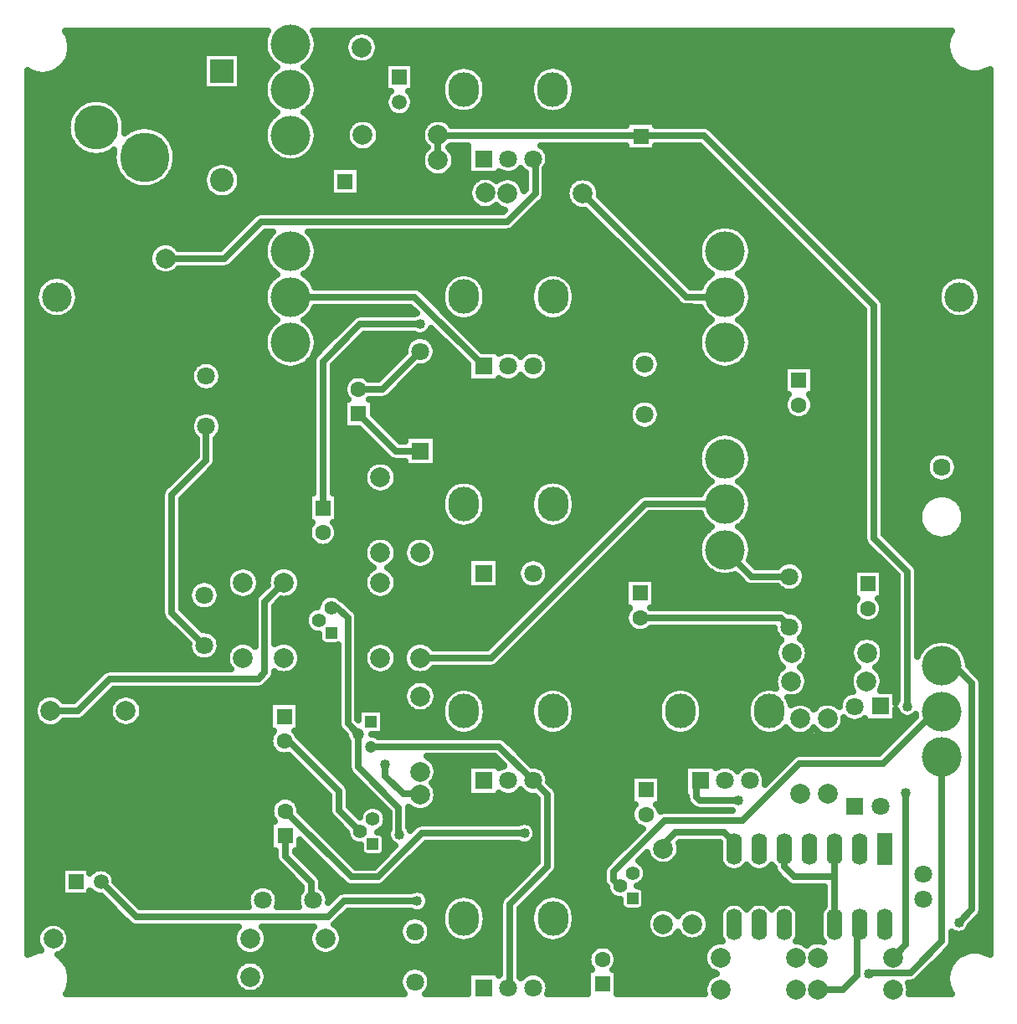
<source format=gbr>
G04 DipTrace 3.3.1.1*
G04 Bottom.gbr*
%MOMM*%
G04 #@! TF.FileFunction,Copper,L2,Bot*
G04 #@! TF.Part,Single*
%AMOUTLINE0*
4,1,4,
-0.5657,0.5657,
0.5657,0.5657,
0.5657,-0.5657,
-0.5657,-0.5657,
-0.5657,0.5657,
0*%
G04 #@! TA.AperFunction,Conductor*
%ADD13C,0.66*%
G04 #@! TA.AperFunction,CopperBalancing*
%ADD15C,0.635*%
G04 #@! TA.AperFunction,ComponentPad*
%ADD17R,1.6X1.6*%
%ADD18C,1.6*%
%ADD19C,1.8*%
%ADD20R,2.4X2.4*%
%ADD21C,2.4*%
%ADD22R,1.8X1.8*%
%ADD23C,1.5*%
%ADD24R,1.5X1.5*%
%ADD25C,5.0*%
%ADD26C,4.5*%
%ADD27C,3.0*%
%ADD28C,3.32*%
%ADD30C,1.793*%
%ADD31C,2.0*%
%ADD32C,2.0*%
%ADD33C,1.4*%
%ADD34R,1.2X1.2*%
%ADD35C,1.2*%
%ADD36C,4.0*%
%ADD37R,1.6X3.2*%
%ADD38O,1.6X3.2*%
%ADD39O,3.1X3.5*%
G04 #@! TA.AperFunction,ViaPad*
%ADD40C,1.016*%
G04 #@! TA.AperFunction,ComponentPad*
%ADD90OUTLINE0*%
%FSLAX35Y35*%
G04*
G71*
G90*
G75*
G01*
G04 Bottom*
%LPD*%
X2528337Y8564450D2*
D13*
X3125657D1*
X3497147Y8935940D1*
X5982847D1*
X6269470Y9222563D1*
Y9550290D1*
X6247150Y9572610D1*
X8187740Y8175313D2*
X7796640D1*
X6749793Y9222160D1*
X5106523Y7899947D2*
X4497540D1*
X4122003Y7524410D1*
Y6042127D1*
X4122293Y6041837D1*
X5106807Y6615443D2*
X4856463D1*
X4479950Y6991957D1*
X1366437Y3989950D2*
X1643387D1*
X1964817Y4311380D1*
X3468817D1*
X3533407Y4375970D1*
Y5093803D1*
X3725790Y5286187D1*
X5105013Y4524187D2*
X5822757D1*
X7383193Y6084623D1*
X8182680D1*
X8187440Y6079863D1*
X4204933Y5032187D2*
X4269473D1*
X4373467Y4928193D1*
Y3862033D1*
X4478953Y3756547D1*
Y3420653D1*
X4888977Y3010630D1*
Y2745000D1*
X4894183Y2739793D1*
X2940893Y6865757D2*
Y6523873D1*
X2592253Y6175233D1*
Y4979907D1*
X2920973Y4651187D1*
X4605953Y3629547D2*
X5903933D1*
X6247683Y3285797D1*
X6250047D1*
X6394067Y3141777D1*
Y2417347D1*
X6012783Y2036063D1*
Y1205207D1*
X5997713Y1190137D1*
X3731083Y3684047D2*
X3776763D1*
X4284053Y3176757D1*
Y2984103D1*
X4499687Y2768470D1*
X4751830Y3449693D2*
Y3329793D1*
X4931670Y3149953D1*
X5094880D1*
X5105013Y3139820D1*
X3740363Y2726843D2*
Y2520940D1*
X4007247Y2254057D1*
Y2087177D1*
X4021467Y2072957D1*
X6159633Y2752277D2*
X5120773D1*
X4678110Y2309613D1*
X4407593D1*
X3740363Y2976843D1*
X3793597Y8175147D2*
X5049107D1*
X5747313Y7476940D1*
X4479950Y7241957D2*
X4723320D1*
X5106807Y7625443D1*
X7330087Y4929670D2*
X8752007D1*
X8842040Y4839637D1*
Y5347637D2*
X8459267D1*
X8187440Y5619463D1*
X10382553Y3984077D2*
X10315263D1*
X9790490Y3459303D1*
X8943460D1*
X8367717Y2883560D1*
X7581250D1*
X7058313Y2360623D1*
Y2282360D1*
X7111673Y2229000D1*
X7118357D1*
X7126810Y2220547D1*
X9296320Y2589487D2*
Y2313550D1*
Y1827487D1*
X8788320Y2589487D2*
Y2411063D1*
X8885833Y2313550D1*
X9296320D1*
X5285803Y9558133D2*
Y9808622D1*
X7260497D1*
X7977102D1*
X9696653Y8089070D1*
Y5735453D1*
X10032883Y5399223D1*
Y4034523D1*
X10016127Y3156100D2*
Y1625370D1*
X9886750Y1495993D1*
X7337103Y9800587D2*
X7260497Y9808622D1*
X8321610Y3086637D2*
X7932033D1*
X7897660Y3121010D1*
Y3246327D1*
X7937593Y3286260D1*
X7563443Y2596963D2*
Y2636597D1*
X7691117Y2764270D1*
X8180447D1*
X8289223Y2655493D1*
Y2589487D1*
X8280320D1*
X10382553Y3523677D2*
Y1658480D1*
X10064760Y1340687D1*
X9638967D1*
X9645433Y1334220D1*
X5074930Y2067233D2*
X4331987D1*
X4169877Y1905123D1*
X2231073D1*
X1875540Y2260657D1*
X10382553Y4444477D2*
X10509890D1*
X10688517Y4265850D1*
Y1984333D1*
X10554310Y1850127D1*
X9124750Y1170040D2*
X9381020D1*
X9524850Y1313870D1*
Y1802017D1*
X9550320Y1827487D1*
D40*
X5106523Y7899947D3*
X4894183Y2739793D3*
X4751830Y3449693D3*
X6159633Y2752277D3*
X10032883Y4034523D3*
X10016127Y3156100D3*
X8321610Y3086637D3*
X9645433Y1334220D3*
X5074930Y2067233D3*
X10554310Y1850127D3*
X1553615Y10805253D2*
D15*
X3530902D1*
X4057300D2*
X4379105D1*
X4648472D2*
X10441761D1*
X1570933Y10742087D2*
X3520694D1*
X4067508D2*
X4346019D1*
X4681467D2*
X10428363D1*
X1573394Y10678920D2*
X3525615D1*
X4062586D2*
X4341188D1*
X4686297D2*
X10429457D1*
X1561453Y10615753D2*
X2906371D1*
X3293680D2*
X3546670D1*
X4041532D2*
X4361696D1*
X4665789D2*
X10445316D1*
X1532834Y10552587D2*
X2906371D1*
X3293680D2*
X3588871D1*
X3999240D2*
X4424587D1*
X4602899D2*
X10478858D1*
X1480243Y10489420D2*
X2906371D1*
X3293680D2*
X3633897D1*
X3954214D2*
X4746149D1*
X5043407D2*
X5437490D1*
X5656818D2*
X6337464D1*
X6556883D2*
X10540472D1*
X1138172Y10426253D2*
X1209782D1*
X1361662D2*
X2906371D1*
X3293680D2*
X3570277D1*
X4017925D2*
X4746149D1*
X5043407D2*
X5363207D1*
X5731102D2*
X6263181D1*
X6631167D2*
X10861944D1*
X1138172Y10363087D2*
X2906371D1*
X3293680D2*
X3536918D1*
X4051284D2*
X4746149D1*
X5043407D2*
X5329938D1*
X5764279D2*
X6230003D1*
X6664344D2*
X10861944D1*
X1138172Y10299920D2*
X2906371D1*
X3293680D2*
X3522061D1*
X4066141D2*
X4746149D1*
X5043407D2*
X5318636D1*
X5775672D2*
X6218610D1*
X6675646D2*
X10861944D1*
X1138172Y10236753D2*
X3522608D1*
X4065594D2*
X4780785D1*
X5008771D2*
X5319092D1*
X5775217D2*
X6219066D1*
X6675190D2*
X10861944D1*
X1138172Y10173587D2*
X1757295D1*
X1899149D2*
X3538740D1*
X4049461D2*
X4749339D1*
X5040217D2*
X5333037D1*
X5761271D2*
X6233011D1*
X6661245D2*
X10861944D1*
X1138172Y10110420D2*
X1631605D1*
X2024839D2*
X3573923D1*
X4014279D2*
X4750069D1*
X5039487D2*
X5369951D1*
X5724357D2*
X6269925D1*
X6624331D2*
X10861944D1*
X1138172Y10047253D2*
X1576462D1*
X2079982D2*
X3641280D1*
X3946922D2*
X4783793D1*
X5005763D2*
X5455720D1*
X5638589D2*
X6355694D1*
X6538563D2*
X10861944D1*
X1138172Y9984087D2*
X1545655D1*
X2110789D2*
X3584587D1*
X4003615D2*
X10861944D1*
X1138172Y9920920D2*
X1531436D1*
X2125099D2*
X3544392D1*
X4043810D2*
X4390498D1*
X4657677D2*
X5152477D1*
X5419657D2*
X7183480D1*
X7490763D2*
X10861944D1*
X1138172Y9857753D2*
X1531253D1*
X2492508D2*
X3524704D1*
X4063498D2*
X4356774D1*
X4691493D2*
X5118753D1*
X8076193D2*
X10861944D1*
X1138172Y9794587D2*
X1545108D1*
X2565881D2*
X3520876D1*
X4067235D2*
X4351397D1*
X4696779D2*
X5113376D1*
X8139357D2*
X10861944D1*
X1138172Y9731420D2*
X1575368D1*
X2607899D2*
X3532360D1*
X4055750D2*
X4371358D1*
X4676909D2*
X5133337D1*
X8202521D2*
X10861944D1*
X1138172Y9668253D2*
X1629782D1*
X2631688D2*
X3561436D1*
X4026766D2*
X4432699D1*
X4615477D2*
X5153480D1*
X5418107D2*
X5583506D1*
X6378328D2*
X7183480D1*
X7490763D2*
X7969248D1*
X8265685D2*
X10861944D1*
X1138172Y9605087D2*
X1750459D1*
X1905985D2*
X1995003D1*
X2641440D2*
X3616579D1*
X3971532D2*
X5118845D1*
X5452743D2*
X5583506D1*
X6407404D2*
X8032412D1*
X8328849D2*
X10861944D1*
X1138172Y9541920D2*
X1998011D1*
X2638433D2*
X3077543D1*
X3122599D2*
X5112920D1*
X5458667D2*
X5583506D1*
X6407769D2*
X8095576D1*
X8392013D2*
X10861944D1*
X1138172Y9478753D2*
X2014235D1*
X2622300D2*
X2952855D1*
X3247287D2*
X4191345D1*
X4498628D2*
X5132152D1*
X5439435D2*
X5583506D1*
X6379696D2*
X8158832D1*
X8455177D2*
X10861944D1*
X1138172Y9415587D2*
X2045863D1*
X2590581D2*
X2916397D1*
X3283745D2*
X4191345D1*
X4498628D2*
X5191852D1*
X5379735D2*
X5583506D1*
X5910750D2*
X6162829D1*
X6376141D2*
X8221996D1*
X8518342D2*
X10861944D1*
X1138172Y9352420D2*
X2099912D1*
X2536532D2*
X2906462D1*
X3293680D2*
X4191345D1*
X4498628D2*
X5647126D1*
X6099149D2*
X6162829D1*
X6376141D2*
X6638519D1*
X6861128D2*
X8285160D1*
X8581506D2*
X10861944D1*
X1138172Y9289253D2*
X2206462D1*
X2429982D2*
X2918402D1*
X3281649D2*
X4191345D1*
X4498628D2*
X5603011D1*
X6376141D2*
X6590212D1*
X6909344D2*
X8348324D1*
X8644670D2*
X10861944D1*
X1138172Y9226087D2*
X2958142D1*
X3241909D2*
X4191345D1*
X4498628D2*
X5591162D1*
X6376141D2*
X6576175D1*
X6923381D2*
X8411488D1*
X8707834D2*
X10861944D1*
X1138172Y9162920D2*
X5604196D1*
X6356453D2*
X6587022D1*
X6957196D2*
X8474652D1*
X8770998D2*
X10861944D1*
X1138172Y9099753D2*
X5650498D1*
X6294839D2*
X6629405D1*
X7020360D2*
X8537816D1*
X8834162D2*
X10861944D1*
X1138172Y9036587D2*
X5935329D1*
X6231675D2*
X6787178D1*
X7083524D2*
X8600980D1*
X8897326D2*
X10861944D1*
X1138172Y8973420D2*
X3386436D1*
X6168511D2*
X6850342D1*
X7146688D2*
X8664144D1*
X8960490D2*
X10861944D1*
X1138172Y8910253D2*
X3323272D1*
X6105347D2*
X6913506D1*
X7209852D2*
X8727308D1*
X9023654D2*
X10861944D1*
X1138172Y8847087D2*
X3260108D1*
X6035711D2*
X6976670D1*
X7273016D2*
X8017829D1*
X8357651D2*
X8790472D1*
X9086818D2*
X10861944D1*
X1138172Y8783920D2*
X3196944D1*
X3493289D2*
X3564899D1*
X4022300D2*
X7039834D1*
X7336180D2*
X7958949D1*
X8416532D2*
X8853636D1*
X9149982D2*
X10861944D1*
X1138172Y8720753D2*
X2462399D1*
X2594318D2*
X3133780D1*
X3430125D2*
X3533910D1*
X4053289D2*
X7102998D1*
X7399344D2*
X7927959D1*
X8447521D2*
X8916800D1*
X9213146D2*
X10861944D1*
X1138172Y8657587D2*
X2383011D1*
X3366961D2*
X3520876D1*
X4066323D2*
X7166162D1*
X7462508D2*
X7915017D1*
X8460464D2*
X8979964D1*
X9276310D2*
X10861944D1*
X1138172Y8594420D2*
X2357399D1*
X3303797D2*
X3523155D1*
X4064045D2*
X7229326D1*
X7525672D2*
X7917295D1*
X8458185D2*
X9043128D1*
X9339474D2*
X10861944D1*
X1138172Y8531253D2*
X2358037D1*
X3240633D2*
X3541110D1*
X4046089D2*
X7292490D1*
X7588836D2*
X7935342D1*
X8440138D2*
X9106293D1*
X9402638D2*
X10861944D1*
X1138172Y8468087D2*
X2385199D1*
X3159787D2*
X3578936D1*
X4008263D2*
X7355655D1*
X7652092D2*
X7973168D1*
X8402313D2*
X9169457D1*
X9465802D2*
X10861944D1*
X1138172Y8404920D2*
X2471605D1*
X2585021D2*
X3650668D1*
X3936532D2*
X5462464D1*
X5632118D2*
X6362530D1*
X6532092D2*
X7418819D1*
X7715256D2*
X8044535D1*
X8330946D2*
X9232621D1*
X9528967D2*
X10861944D1*
X1138172Y8341753D2*
X1285433D1*
X1577222D2*
X3578207D1*
X4008993D2*
X5372321D1*
X5722352D2*
X6272295D1*
X6622326D2*
X7481983D1*
X7778420D2*
X7972256D1*
X8403224D2*
X9295785D1*
X9592131D2*
X10413597D1*
X10705203D2*
X10861944D1*
X1138172Y8278587D2*
X1233845D1*
X1628719D2*
X3540746D1*
X4046453D2*
X5334222D1*
X5760451D2*
X6234196D1*
X6660425D2*
X7545147D1*
X7841584D2*
X7934886D1*
X8440594D2*
X9358949D1*
X9655295D2*
X10362009D1*
X10756792D2*
X10861944D1*
X1138172Y8215420D2*
X1211423D1*
X1651141D2*
X3522972D1*
X5156974D2*
X5319457D1*
X5775217D2*
X6219431D1*
X6675190D2*
X7608311D1*
X8458368D2*
X9422113D1*
X9718459D2*
X10339496D1*
X10779214D2*
X10861944D1*
X1138172Y8152253D2*
X1208871D1*
X1653693D2*
X3520967D1*
X5220138D2*
X5318727D1*
X5775946D2*
X6218701D1*
X6675920D2*
X7671475D1*
X8460373D2*
X9485277D1*
X9780894D2*
X10336944D1*
X10781857D2*
X10861944D1*
X1138172Y8089087D2*
X1225459D1*
X1637196D2*
X3534183D1*
X5283394D2*
X5329300D1*
X5765373D2*
X6229274D1*
X6665347D2*
X7739105D1*
X8447065D2*
X9548441D1*
X9803315D2*
X10353532D1*
X10765269D2*
X10861944D1*
X1138172Y8025920D2*
X1267022D1*
X1595542D2*
X3565446D1*
X4021662D2*
X5050121D1*
X5733198D2*
X6261358D1*
X6633263D2*
X7959769D1*
X8415711D2*
X9590003D1*
X9803315D2*
X10395095D1*
X10723706D2*
X10861944D1*
X1138172Y7962753D2*
X1379222D1*
X1483342D2*
X3624964D1*
X3962235D2*
X4412191D1*
X5661831D2*
X6332816D1*
X6561805D2*
X8019378D1*
X8356102D2*
X9590003D1*
X9803315D2*
X10507022D1*
X10611779D2*
X10861944D1*
X1138172Y7899587D2*
X3594157D1*
X3993042D2*
X4349027D1*
X5472886D2*
X7988115D1*
X8387365D2*
X9590003D1*
X9803315D2*
X10861944D1*
X1138172Y7836420D2*
X3549222D1*
X4037977D2*
X4285863D1*
X5536050D2*
X7943272D1*
X8432209D2*
X9590003D1*
X9803315D2*
X10861944D1*
X1138172Y7773253D2*
X3526436D1*
X4060763D2*
X4222699D1*
X4519045D2*
X5046657D1*
X5166909D2*
X5302777D1*
X5599214D2*
X7920576D1*
X8454904D2*
X9590003D1*
X9803315D2*
X10861944D1*
X1138172Y7710087D2*
X3519964D1*
X4067235D2*
X4159535D1*
X4455881D2*
X4967907D1*
X5245750D2*
X5365941D1*
X5662378D2*
X7914105D1*
X8461375D2*
X9590003D1*
X9803315D2*
X10861944D1*
X1138172Y7646920D2*
X3528714D1*
X4058485D2*
X4096371D1*
X4392717D2*
X4944665D1*
X5268993D2*
X5429196D1*
X5725542D2*
X7334235D1*
X7419578D2*
X7922855D1*
X8452625D2*
X9590003D1*
X9803315D2*
X10861944D1*
X1138172Y7583753D2*
X3554235D1*
X4329552D2*
X4916957D1*
X5264800D2*
X5492360D1*
X6369123D2*
X7241449D1*
X7512365D2*
X7948467D1*
X8427013D2*
X9590003D1*
X9803315D2*
X10861944D1*
X1138172Y7520587D2*
X2878115D1*
X3003654D2*
X3603545D1*
X4266388D2*
X4853793D1*
X5230438D2*
X5555524D1*
X6404761D2*
X7215563D1*
X7538250D2*
X7997868D1*
X8377612D2*
X9590003D1*
X9803315D2*
X10861944D1*
X1138172Y7457420D2*
X2801371D1*
X3080399D2*
X3714925D1*
X3872274D2*
X4015342D1*
X4228654D2*
X4790628D1*
X5086974D2*
X5583688D1*
X6409774D2*
X7217569D1*
X7536245D2*
X8109704D1*
X8265776D2*
X8781631D1*
X9088914D2*
X9590003D1*
X9803315D2*
X10861944D1*
X1138172Y7394253D2*
X2778584D1*
X3103185D2*
X4015342D1*
X4228654D2*
X4727464D1*
X5023810D2*
X5583688D1*
X6387443D2*
X7248832D1*
X7504982D2*
X8781631D1*
X9088914D2*
X9590003D1*
X9803315D2*
X10861944D1*
X1138172Y7331087D2*
X2783142D1*
X3098628D2*
X4015342D1*
X4228654D2*
X4356319D1*
X4960646D2*
X5583688D1*
X6062508D2*
X6182061D1*
X6312521D2*
X8781631D1*
X9088914D2*
X9590003D1*
X9803315D2*
X10861944D1*
X1138172Y7267920D2*
X2818233D1*
X3063628D2*
X4015342D1*
X4228654D2*
X4328610D1*
X4897482D2*
X8781631D1*
X9088914D2*
X9590003D1*
X9803315D2*
X10861944D1*
X1138172Y7204753D2*
X4015342D1*
X4228654D2*
X4331071D1*
X4834318D2*
X8781631D1*
X9088914D2*
X9590003D1*
X9803315D2*
X10861944D1*
X1138172Y7141587D2*
X4015342D1*
X4228654D2*
X4365798D1*
X4594058D2*
X7348363D1*
X7405542D2*
X8793207D1*
X9077339D2*
X9590003D1*
X9803315D2*
X10861944D1*
X1138172Y7078420D2*
X4015342D1*
X4228654D2*
X4326332D1*
X4633615D2*
X7243363D1*
X7510451D2*
X8781722D1*
X9088732D2*
X9590003D1*
X9803315D2*
X10861944D1*
X1138172Y7015253D2*
X2885681D1*
X2996180D2*
X4015342D1*
X4228654D2*
X4326332D1*
X4633615D2*
X7216019D1*
X7537795D2*
X8798767D1*
X9071688D2*
X9590003D1*
X9803315D2*
X10861944D1*
X1138172Y6952087D2*
X2803102D1*
X3078758D2*
X4015342D1*
X4228654D2*
X4326332D1*
X4667977D2*
X7216931D1*
X7536883D2*
X8864027D1*
X9006519D2*
X9590003D1*
X9803315D2*
X10861944D1*
X1138172Y6888920D2*
X2778949D1*
X3102821D2*
X4015342D1*
X4228654D2*
X4326332D1*
X4731141D2*
X7246735D1*
X7507170D2*
X9590003D1*
X9803315D2*
X10861944D1*
X1138172Y6825753D2*
X2782412D1*
X3099357D2*
X4015342D1*
X4228654D2*
X4497959D1*
X4794305D2*
X9590003D1*
X9803315D2*
X10861944D1*
X1138172Y6762587D2*
X2815772D1*
X3065998D2*
X4015342D1*
X4228654D2*
X4561123D1*
X4857469D2*
X4943207D1*
X5270451D2*
X8032686D1*
X8342157D2*
X9590003D1*
X9803315D2*
X10861944D1*
X1138172Y6699420D2*
X2834274D1*
X3047495D2*
X4015342D1*
X4228654D2*
X4624287D1*
X5270451D2*
X7966332D1*
X8408511D2*
X9590003D1*
X9803315D2*
X10861944D1*
X1138172Y6636253D2*
X2834274D1*
X3047495D2*
X4015342D1*
X4228654D2*
X4687451D1*
X5270451D2*
X7931605D1*
X8443237D2*
X9590003D1*
X9803315D2*
X10861944D1*
X1138172Y6573087D2*
X2834274D1*
X3047495D2*
X4015342D1*
X4228654D2*
X4750615D1*
X5270451D2*
X7915837D1*
X8459097D2*
X9590003D1*
X9803315D2*
X10274053D1*
X10488185D2*
X10861944D1*
X1138172Y6509920D2*
X2778767D1*
X3046584D2*
X4015342D1*
X4228654D2*
X4645342D1*
X4758394D2*
X4943207D1*
X5270451D2*
X7915563D1*
X8459370D2*
X9590003D1*
X9803315D2*
X10228662D1*
X10533667D2*
X10861944D1*
X1138172Y6446753D2*
X2715602D1*
X3011948D2*
X4015342D1*
X4228654D2*
X4558753D1*
X4844891D2*
X7930694D1*
X8444149D2*
X9590003D1*
X9803315D2*
X10217998D1*
X10544331D2*
X10861944D1*
X1138172Y6383587D2*
X2652438D1*
X2948784D2*
X4015342D1*
X4228654D2*
X4531501D1*
X4872144D2*
X7964509D1*
X8410334D2*
X9590003D1*
X9803315D2*
X10233858D1*
X10528381D2*
X10861944D1*
X1138172Y6320420D2*
X2589274D1*
X2885620D2*
X4015342D1*
X4228654D2*
X4530863D1*
X4872782D2*
X5506670D1*
X5588368D2*
X6406644D1*
X6488342D2*
X8029040D1*
X8345802D2*
X9590003D1*
X9803315D2*
X10290368D1*
X10471870D2*
X10861944D1*
X1138172Y6257253D2*
X2526110D1*
X2822456D2*
X4015342D1*
X4228654D2*
X4556475D1*
X4847170D2*
X5383259D1*
X5711779D2*
X6283233D1*
X6611844D2*
X7981188D1*
X8393745D2*
X9590003D1*
X9803315D2*
X10861944D1*
X1138172Y6194087D2*
X2487373D1*
X2759292D2*
X4015342D1*
X4228654D2*
X4635772D1*
X4767964D2*
X5339418D1*
X5755620D2*
X6239392D1*
X6655685D2*
X7939444D1*
X8435490D2*
X9590003D1*
X9803315D2*
X10861944D1*
X1138172Y6130920D2*
X2485642D1*
X2698862D2*
X3968675D1*
X4275959D2*
X5320915D1*
X5774123D2*
X6220889D1*
X6674097D2*
X7281280D1*
X8456180D2*
X9590003D1*
X9803315D2*
X10226110D1*
X10536128D2*
X10861944D1*
X1138172Y6067753D2*
X2485642D1*
X2698862D2*
X3968675D1*
X4275959D2*
X5318910D1*
X5776128D2*
X6218884D1*
X6676193D2*
X7218115D1*
X8460828D2*
X9590003D1*
X9803315D2*
X10173246D1*
X10589084D2*
X10861944D1*
X1138172Y6004587D2*
X2485642D1*
X2698862D2*
X3968675D1*
X4275959D2*
X5326110D1*
X5768927D2*
X6226084D1*
X6668901D2*
X7154951D1*
X8450256D2*
X9590003D1*
X9803315D2*
X10148545D1*
X10613693D2*
X10861944D1*
X1138172Y5941420D2*
X2485642D1*
X2698862D2*
X3968675D1*
X4275959D2*
X5353636D1*
X5741401D2*
X6253701D1*
X6641375D2*
X7091787D1*
X7388133D2*
X7952477D1*
X8422456D2*
X9590003D1*
X9803315D2*
X10142985D1*
X10619253D2*
X10861944D1*
X1138172Y5878253D2*
X2485642D1*
X2698862D2*
X3996657D1*
X4247886D2*
X5414339D1*
X5680698D2*
X6314313D1*
X6580672D2*
X7028623D1*
X7324969D2*
X8005615D1*
X8369318D2*
X9590003D1*
X9803315D2*
X10154925D1*
X10607313D2*
X10861944D1*
X1138172Y5815087D2*
X2485642D1*
X2698862D2*
X3970498D1*
X4274045D2*
X6965459D1*
X7261805D2*
X7998962D1*
X8375972D2*
X9590003D1*
X9803315D2*
X10187920D1*
X10574318D2*
X10861944D1*
X1138172Y5751920D2*
X2485642D1*
X2698862D2*
X3974144D1*
X4270399D2*
X4660472D1*
X4743172D2*
X5063610D1*
X5146401D2*
X6902295D1*
X7198641D2*
X7948923D1*
X8425920D2*
X9590003D1*
X9828381D2*
X10258376D1*
X10503862D2*
X10861944D1*
X1138172Y5688753D2*
X2485642D1*
X2698862D2*
X4010694D1*
X4233849D2*
X4561670D1*
X4841974D2*
X4964899D1*
X5245203D2*
X6839131D1*
X7135477D2*
X7922946D1*
X8451987D2*
X9601579D1*
X9891545D2*
X10861944D1*
X1138172Y5625587D2*
X2485642D1*
X2698862D2*
X4532412D1*
X4871323D2*
X4935550D1*
X5274461D2*
X6775967D1*
X7072313D2*
X7913832D1*
X8461011D2*
X9658363D1*
X9954709D2*
X10861944D1*
X1138172Y5562420D2*
X2485642D1*
X2698862D2*
X4530225D1*
X4873511D2*
X4933363D1*
X5276649D2*
X6712803D1*
X7009149D2*
X7919938D1*
X8454904D2*
X9721527D1*
X10017873D2*
X10861944D1*
X1138172Y5499253D2*
X2485642D1*
X2698862D2*
X4553923D1*
X4849813D2*
X4957061D1*
X5252951D2*
X5583871D1*
X5911115D2*
X6137673D1*
X6357365D2*
X6649639D1*
X6945985D2*
X7942360D1*
X8455815D2*
X8793845D1*
X8890217D2*
X9784691D1*
X10081037D2*
X10861944D1*
X1138172Y5436087D2*
X2485642D1*
X2698862D2*
X3232035D1*
X3393302D2*
X3645199D1*
X3806375D2*
X4621188D1*
X4782456D2*
X5029339D1*
X5180672D2*
X5583871D1*
X5911115D2*
X6093923D1*
X6401115D2*
X6586475D1*
X6882821D2*
X7986657D1*
X8978446D2*
X9847855D1*
X10132534D2*
X10861944D1*
X1138172Y5372920D2*
X2485642D1*
X2698862D2*
X3163311D1*
X3462026D2*
X3576384D1*
X3875190D2*
X4552464D1*
X4851271D2*
X5583871D1*
X5911115D2*
X6084079D1*
X6410959D2*
X6523311D1*
X6819657D2*
X8077803D1*
X9003602D2*
X9480446D1*
X9787730D2*
X9911019D1*
X10139552D2*
X10861944D1*
X1138172Y5309753D2*
X2485642D1*
X2698862D2*
X2869092D1*
X2972847D2*
X3140707D1*
X3484631D2*
X3553780D1*
X3897795D2*
X4529860D1*
X4873784D2*
X5583871D1*
X5911115D2*
X6100850D1*
X6394188D2*
X6460147D1*
X6756493D2*
X7176462D1*
X7483745D2*
X8348962D1*
X9001050D2*
X9480446D1*
X9787730D2*
X9926240D1*
X10139552D2*
X10861944D1*
X1138172Y5246587D2*
X2485642D1*
X2698862D2*
X2783871D1*
X3058068D2*
X3143806D1*
X3481532D2*
X3538011D1*
X3894696D2*
X4532959D1*
X4870776D2*
X5583871D1*
X5911115D2*
X6159183D1*
X6335855D2*
X6396983D1*
X6693328D2*
X7176462D1*
X7483745D2*
X8715186D1*
X8968967D2*
X9480446D1*
X9787730D2*
X9926240D1*
X10139552D2*
X10861944D1*
X1138172Y5183420D2*
X2485642D1*
X2698862D2*
X2759170D1*
X3082769D2*
X3174339D1*
X3864162D2*
X4563493D1*
X4840243D2*
X6333819D1*
X6630164D2*
X7176462D1*
X7483745D2*
X9480446D1*
X9787730D2*
X9926240D1*
X10139552D2*
X10861944D1*
X1138172Y5120253D2*
X2485642D1*
X2698862D2*
X2762269D1*
X3079761D2*
X3285082D1*
X3340256D2*
X3430277D1*
X3753420D2*
X4093272D1*
X4323810D2*
X4674235D1*
X4729460D2*
X6270655D1*
X6567000D2*
X7176462D1*
X7483745D2*
X9515811D1*
X9752365D2*
X9926240D1*
X10139552D2*
X10861944D1*
X1138172Y5057087D2*
X2485642D1*
X2698862D2*
X2794990D1*
X3046948D2*
X3426722D1*
X3644865D2*
X4063558D1*
X4392717D2*
X6207490D1*
X6503836D2*
X7176462D1*
X7483745D2*
X9484092D1*
X9784084D2*
X9926240D1*
X10139552D2*
X10861944D1*
X1138172Y4993920D2*
X2485642D1*
X2726388D2*
X3426722D1*
X3640034D2*
X3966852D1*
X4455607D2*
X6144326D1*
X6440672D2*
X7191227D1*
X8879006D2*
X9483636D1*
X9784539D2*
X9926240D1*
X10139552D2*
X10861944D1*
X1138172Y4930753D2*
X2498493D1*
X2789552D2*
X3426722D1*
X3640034D2*
X3936683D1*
X4480034D2*
X6081162D1*
X6377508D2*
X7176462D1*
X8976623D2*
X9514079D1*
X9754006D2*
X9926240D1*
X10139552D2*
X10861944D1*
X1138172Y4867587D2*
X2556371D1*
X2852717D2*
X3426722D1*
X3640034D2*
X3939509D1*
X4480125D2*
X6017998D1*
X6314344D2*
X7190134D1*
X9003146D2*
X9926240D1*
X10139552D2*
X10861944D1*
X1138172Y4804420D2*
X2619535D1*
X2962821D2*
X3426722D1*
X3640034D2*
X3978337D1*
X4480125D2*
X5954834D1*
X6251180D2*
X7246188D1*
X7413927D2*
X8682373D1*
X9001688D2*
X9926240D1*
X10139552D2*
X10861944D1*
X1138172Y4741253D2*
X2682699D1*
X3056245D2*
X3426722D1*
X3640034D2*
X4074678D1*
X4480125D2*
X5891670D1*
X6188016D2*
X8712998D1*
X8971154D2*
X9589183D1*
X9659852D2*
X9926240D1*
X10139552D2*
X10861944D1*
X1138172Y4678087D2*
X2745863D1*
X3082313D2*
X3240694D1*
X3384552D2*
X3426722D1*
X3797717D2*
X4090720D1*
X4480125D2*
X4629938D1*
X4773797D2*
X5033076D1*
X5176935D2*
X5828506D1*
X6124852D2*
X8723298D1*
X9001779D2*
X9485277D1*
X9763849D2*
X9926240D1*
X10139552D2*
X10246345D1*
X10518810D2*
X10861944D1*
X1138172Y4614920D2*
X2761540D1*
X3080399D2*
X3165772D1*
X3872730D2*
X4266813D1*
X4480125D2*
X4554925D1*
X4848719D2*
X4958155D1*
X6061688D2*
X8693402D1*
X9031675D2*
X9455381D1*
X9793745D2*
X9926240D1*
X10594826D2*
X10861944D1*
X1138172Y4551753D2*
X2792712D1*
X3049227D2*
X3141345D1*
X3897157D2*
X4266813D1*
X4480125D2*
X4530498D1*
X4873237D2*
X4933636D1*
X5998524D2*
X8690759D1*
X9034318D2*
X9452738D1*
X9796388D2*
X9926240D1*
X10633745D2*
X10861944D1*
X1138172Y4488587D2*
X3142894D1*
X3895607D2*
X4266813D1*
X4480125D2*
X4532048D1*
X4871688D2*
X4935186D1*
X5935360D2*
X8713819D1*
X9011258D2*
X9475889D1*
X9773237D2*
X9926240D1*
X10652521D2*
X10861944D1*
X1138172Y4425420D2*
X3171332D1*
X3867170D2*
X4266813D1*
X4480125D2*
X4560485D1*
X4843250D2*
X4963623D1*
X5846493D2*
X8754743D1*
X8960763D2*
X9516722D1*
X9722743D2*
X9926240D1*
X10677131D2*
X10861944D1*
X1138172Y4362253D2*
X1867490D1*
X3639123D2*
X3677464D1*
X3774110D2*
X4266813D1*
X4480125D2*
X4653545D1*
X4750190D2*
X5056683D1*
X5153328D2*
X8701058D1*
X9014448D2*
X9463037D1*
X9776427D2*
X9926240D1*
X10740295D2*
X10861944D1*
X1138172Y4299087D2*
X1804326D1*
X3604670D2*
X4266813D1*
X4480125D2*
X5055225D1*
X5154878D2*
X8684470D1*
X9031128D2*
X9446449D1*
X9793107D2*
X9926240D1*
X10789513D2*
X10861944D1*
X1138172Y4235920D2*
X1741162D1*
X3541232D2*
X4266813D1*
X4480125D2*
X4963350D1*
X5246662D2*
X8692764D1*
X9022834D2*
X9454743D1*
X9784813D2*
X9926240D1*
X10795164D2*
X10861944D1*
X1138172Y4172753D2*
X1677998D1*
X1974344D2*
X4266813D1*
X4480125D2*
X4935095D1*
X5274917D2*
X5394561D1*
X5700750D2*
X6294535D1*
X6600815D2*
X7583975D1*
X7891258D2*
X8483949D1*
X8984552D2*
X9423115D1*
X10795164D2*
X10861944D1*
X1138172Y4109587D2*
X1243142D1*
X1489722D2*
X1614834D1*
X1911180D2*
X2005121D1*
X2251701D2*
X4266813D1*
X4480125D2*
X4933727D1*
X5276284D2*
X5344795D1*
X5750607D2*
X6244769D1*
X6650581D2*
X7534392D1*
X7940750D2*
X8434457D1*
X8840724D2*
X9357126D1*
X10795164D2*
X10861944D1*
X1138172Y4046420D2*
X1202582D1*
X1848016D2*
X1964652D1*
X2292261D2*
X3577477D1*
X3884761D2*
X4266813D1*
X4480125D2*
X4958337D1*
X5251675D2*
X5322829D1*
X5772573D2*
X6222803D1*
X6672547D2*
X7512608D1*
X7962534D2*
X8412582D1*
X9050724D2*
X9120967D1*
X10795164D2*
X10861944D1*
X1138172Y3983253D2*
X1192920D1*
X1784852D2*
X1954899D1*
X2301922D2*
X3577477D1*
X3884761D2*
X4266813D1*
X4739618D2*
X5033988D1*
X5176024D2*
X5319001D1*
X5776310D2*
X6219066D1*
X6676284D2*
X7508962D1*
X7966271D2*
X8408936D1*
X10795164D2*
X10861944D1*
X1138172Y3920087D2*
X1208050D1*
X1721688D2*
X1970121D1*
X2286792D2*
X3577477D1*
X3884761D2*
X4266813D1*
X4739618D2*
X5323832D1*
X5771571D2*
X6223806D1*
X6671545D2*
X7513793D1*
X7961349D2*
X8413767D1*
X9924722D2*
X9997425D1*
X10068368D2*
X10103063D1*
X10795164D2*
X10861944D1*
X1138172Y3856920D2*
X1258636D1*
X1474227D2*
X2020615D1*
X2236206D2*
X3577477D1*
X3884761D2*
X4266996D1*
X4739618D2*
X5347530D1*
X5747873D2*
X6247503D1*
X6647847D2*
X7537673D1*
X7937469D2*
X8437738D1*
X9390060D2*
X10039899D1*
X10795164D2*
X10861944D1*
X1138172Y3793753D2*
X3577477D1*
X3884761D2*
X4293701D1*
X4739618D2*
X5400576D1*
X5694826D2*
X6300550D1*
X6594800D2*
X7591084D1*
X7884149D2*
X8491058D1*
X8784123D2*
X8820642D1*
X9351141D2*
X9976735D1*
X10795164D2*
X10861944D1*
X1138172Y3730587D2*
X3584951D1*
X3878381D2*
X4348024D1*
X4689761D2*
X9913571D1*
X10795164D2*
X10861944D1*
X1138172Y3667420D2*
X3578389D1*
X3941545D2*
X4372269D1*
X6014201D2*
X9850407D1*
X10795164D2*
X10861944D1*
X1138172Y3604253D2*
X3600902D1*
X4004709D2*
X4372269D1*
X6077365D2*
X9787243D1*
X10795164D2*
X10861944D1*
X1138172Y3541087D2*
X3689313D1*
X4067873D2*
X4372269D1*
X6140620D2*
X8879066D1*
X10795164D2*
X10861944D1*
X1138172Y3477920D2*
X3834691D1*
X4131037D2*
X4372269D1*
X5243654D2*
X5907347D1*
X6203784D2*
X8813897D1*
X10795164D2*
X10861944D1*
X1138172Y3414753D2*
X3897855D1*
X4194201D2*
X4372451D1*
X5274006D2*
X5584053D1*
X6344058D2*
X7773923D1*
X8284644D2*
X8340485D1*
X8534657D2*
X8750733D1*
X10795164D2*
X10861944D1*
X1138172Y3351587D2*
X3961019D1*
X4257365D2*
X4399886D1*
X5276922D2*
X5584053D1*
X6396922D2*
X7773923D1*
X8587065D2*
X8687569D1*
X10795164D2*
X10861944D1*
X1138172Y3288420D2*
X4024183D1*
X4320529D2*
X4463050D1*
X5254136D2*
X5584053D1*
X6411323D2*
X7234795D1*
X7542078D2*
X7773923D1*
X10795164D2*
X10861944D1*
X1138172Y3225253D2*
X4087347D1*
X4378224D2*
X4526214D1*
X5255230D2*
X5584053D1*
X6458810D2*
X7234795D1*
X7542078D2*
X7773923D1*
X10795164D2*
X10861944D1*
X1138172Y3162087D2*
X4150511D1*
X4390711D2*
X4589378D1*
X5277196D2*
X5584053D1*
X6101154D2*
X6144235D1*
X6498641D2*
X7234795D1*
X7542078D2*
X7773923D1*
X10795164D2*
X10861944D1*
X1138172Y3098920D2*
X3651579D1*
X3829162D2*
X4177399D1*
X4390711D2*
X4652543D1*
X5273550D2*
X6287425D1*
X6500737D2*
X7234795D1*
X7542078D2*
X7793519D1*
X10795164D2*
X10861944D1*
X1138172Y3035753D2*
X3598988D1*
X3881753D2*
X4177399D1*
X4390711D2*
X4715707D1*
X5242378D2*
X6287425D1*
X6500737D2*
X7268063D1*
X7508719D2*
X7834717D1*
X10795164D2*
X10861944D1*
X1138172Y2972587D2*
X3586774D1*
X3893967D2*
X4178037D1*
X4443758D2*
X4506709D1*
X4746636D2*
X4778871D1*
X4995646D2*
X6287425D1*
X6500737D2*
X7237894D1*
X10795164D2*
X10861944D1*
X1138172Y2909420D2*
X3603089D1*
X3955946D2*
X4210576D1*
X4995646D2*
X6287425D1*
X6500737D2*
X7238532D1*
X10795164D2*
X10861944D1*
X1138172Y2846253D2*
X3586683D1*
X4019110D2*
X4273740D1*
X4995646D2*
X5079378D1*
X6237508D2*
X6287425D1*
X6500737D2*
X7270524D1*
X10795164D2*
X10861944D1*
X1138172Y2783087D2*
X3586683D1*
X4082274D2*
X4336905D1*
X4711909D2*
X4777959D1*
X6500737D2*
X7332595D1*
X10795164D2*
X10861944D1*
X1138172Y2719920D2*
X3586683D1*
X4145438D2*
X4364886D1*
X6500737D2*
X7269431D1*
X10795164D2*
X10861944D1*
X1138172Y2656753D2*
X3586683D1*
X4208602D2*
X4413558D1*
X4756935D2*
X4803845D1*
X6235412D2*
X6287425D1*
X6500737D2*
X7206267D1*
X7731753D2*
X8126657D1*
X10795164D2*
X10861944D1*
X1138172Y2593587D2*
X3586683D1*
X3893967D2*
X3975420D1*
X4271766D2*
X4496501D1*
X4756935D2*
X4813871D1*
X5110308D2*
X6287425D1*
X6500737D2*
X7143102D1*
X7737039D2*
X8126657D1*
X10795164D2*
X10861944D1*
X1138172Y2530420D2*
X3633714D1*
X3879110D2*
X4038584D1*
X4334930D2*
X4524300D1*
X5047144D2*
X6287425D1*
X6500737D2*
X7079938D1*
X7723276D2*
X8126657D1*
X10795164D2*
X10861944D1*
X1138172Y2467253D2*
X3649300D1*
X3942274D2*
X4101748D1*
X4398094D2*
X4687543D1*
X4983888D2*
X6287425D1*
X6500737D2*
X7016774D1*
X7327339D2*
X7451449D1*
X7675425D2*
X8132855D1*
X10795164D2*
X10861944D1*
X1138172Y2404087D2*
X3709001D1*
X4005438D2*
X4164912D1*
X4920724D2*
X6232647D1*
X6499826D2*
X6961540D1*
X7385308D2*
X8171045D1*
X8389552D2*
X8425069D1*
X8643576D2*
X8679092D1*
X10795164D2*
X10861944D1*
X1138172Y2340920D2*
X1472920D1*
X1999409D2*
X3772165D1*
X4068602D2*
X4228076D1*
X4857560D2*
X6169483D1*
X6465828D2*
X6951696D1*
X7397248D2*
X8710264D1*
X10795164D2*
X10861944D1*
X1138172Y2277753D2*
X1472920D1*
X2023107D2*
X3835329D1*
X4111076D2*
X4291240D1*
X4794396D2*
X6106319D1*
X6402664D2*
X6951787D1*
X7378381D2*
X8773428D1*
X10795164D2*
X10861944D1*
X1138172Y2214587D2*
X1472920D1*
X2069774D2*
X3438662D1*
X3588263D2*
X3898493D1*
X4113901D2*
X4369170D1*
X4716558D2*
X6043155D1*
X6339500D2*
X6978037D1*
X7335998D2*
X8863207D1*
X10795164D2*
X10861944D1*
X1138172Y2151420D2*
X1472920D1*
X2132938D2*
X3370759D1*
X3656167D2*
X3878806D1*
X4164123D2*
X4271097D1*
X5164084D2*
X5979990D1*
X6276336D2*
X7001826D1*
X7384032D2*
X9189691D1*
X10795164D2*
X10861944D1*
X1138172Y2088253D2*
X1899756D1*
X2196102D2*
X3350615D1*
X3676401D2*
X3858571D1*
X5197443D2*
X5408415D1*
X5687078D2*
X5920837D1*
X6213172D2*
X6308389D1*
X6587052D2*
X7083767D1*
X7384032D2*
X9189691D1*
X10795164D2*
X10861944D1*
X1138172Y2025087D2*
X1962920D1*
X2259266D2*
X3357269D1*
X3669657D2*
X3865316D1*
X5191610D2*
X5351084D1*
X5744318D2*
X5906162D1*
X6150008D2*
X6251058D1*
X6644292D2*
X7124691D1*
X7382938D2*
X8185264D1*
X8375334D2*
X8439287D1*
X8629357D2*
X8693311D1*
X8883381D2*
X9189691D1*
X10795164D2*
X10861944D1*
X1138172Y1961920D2*
X2026084D1*
X4374852D2*
X5015121D1*
X5134735D2*
X5325199D1*
X5770203D2*
X5906162D1*
X6119383D2*
X6225173D1*
X6670269D2*
X7448168D1*
X7678706D2*
X7746488D1*
X7972105D2*
X8137139D1*
X8931506D2*
X9153142D1*
X10792612D2*
X10861944D1*
X1138172Y1898753D2*
X2089248D1*
X4311688D2*
X4975017D1*
X5128446D2*
X5319092D1*
X5776310D2*
X5906162D1*
X6119383D2*
X6219066D1*
X6676375D2*
X7402412D1*
X8019409D2*
X8126657D1*
X8941987D2*
X9142660D1*
X10751141D2*
X10861944D1*
X1138172Y1835587D2*
X1318063D1*
X1467573D2*
X2152412D1*
X4248524D2*
X4908480D1*
X5194982D2*
X5321735D1*
X5773667D2*
X5906162D1*
X6119383D2*
X6221800D1*
X6673641D2*
X7389834D1*
X8032899D2*
X8126657D1*
X8941987D2*
X9142660D1*
X10687977D2*
X10861944D1*
X1138172Y1772420D2*
X1245147D1*
X1540490D2*
X3236319D1*
X3536584D2*
X3998298D1*
X4298563D2*
X4888701D1*
X5214670D2*
X5341696D1*
X5753706D2*
X5906162D1*
X6119383D2*
X6241670D1*
X6653680D2*
X7401957D1*
X8021688D2*
X8126657D1*
X8941987D2*
X9142660D1*
X10649605D2*
X10861944D1*
X1138172Y1709253D2*
X1221267D1*
X1564370D2*
X3214352D1*
X3558641D2*
X3976332D1*
X4320620D2*
X4895902D1*
X5207560D2*
X5387998D1*
X5707495D2*
X5906162D1*
X6119383D2*
X6287972D1*
X6607469D2*
X7446709D1*
X7680164D2*
X7740290D1*
X7978394D2*
X8131761D1*
X8936883D2*
X9147764D1*
X10489188D2*
X10861944D1*
X1138172Y1646087D2*
X1223272D1*
X1562365D2*
X3217907D1*
X3555086D2*
X3979886D1*
X4317065D2*
X4934912D1*
X5168459D2*
X5906162D1*
X6119383D2*
X8063402D1*
X8985828D2*
X9044496D1*
X10488459D2*
X10861944D1*
X1138172Y1582920D2*
X1252347D1*
X1533289D2*
X3249079D1*
X3523823D2*
X4011058D1*
X4285894D2*
X5906162D1*
X6119383D2*
X6842139D1*
X7057730D2*
X7994313D1*
X10455190D2*
X10861944D1*
X1449618Y1519753D2*
X5906162D1*
X6119383D2*
X6802946D1*
X7097013D2*
X7971618D1*
X10392026D2*
X10551592D1*
X1516610Y1456587D2*
X3316983D1*
X3455920D2*
X5906162D1*
X6119383D2*
X6797569D1*
X7102300D2*
X7974626D1*
X10328862D2*
X10484691D1*
X1552795Y1393420D2*
X3240238D1*
X3532664D2*
X4980576D1*
X5122886D2*
X5906162D1*
X6119383D2*
X6821722D1*
X7078146D2*
X8005069D1*
X10265698D2*
X10448415D1*
X1570659Y1330253D2*
X3215264D1*
X3557638D2*
X4910030D1*
X5193433D2*
X5584053D1*
X6119383D2*
X6169938D1*
X6325555D2*
X6796293D1*
X7103576D2*
X8089105D1*
X10202534D2*
X10430642D1*
X1573576Y1267087D2*
X3216449D1*
X3556453D2*
X4888975D1*
X5214487D2*
X5584053D1*
X6391271D2*
X6796293D1*
X7103576D2*
X8000967D1*
X10139279D2*
X10427725D1*
X1562092Y1203920D2*
X3244339D1*
X3528563D2*
X4894990D1*
X5208472D2*
X5584053D1*
X6410776D2*
X6796293D1*
X7103576D2*
X7973441D1*
X10056883D2*
X10439209D1*
X1534110Y1140753D2*
X3334392D1*
X3438602D2*
X4932269D1*
X5171102D2*
X5584053D1*
X6403394D2*
X6796293D1*
X7103576D2*
X7972530D1*
X10057795D2*
X10467191D1*
X3998337Y6189127D2*
X4021761D1*
X4022022Y7532279D1*
X4024484Y7547822D1*
X4029347Y7562789D1*
X4036492Y7576812D1*
X4045742Y7589543D1*
X4117084Y7661323D1*
X4432407Y7976208D1*
X4445139Y7985458D1*
X4459161Y7992603D1*
X4474128Y7997466D1*
X4489671Y7999928D1*
X4590873Y8000237D1*
X5044821Y8000635D1*
X5061332Y8009048D1*
X5070136Y8012286D1*
X5007601Y8074820D1*
X4041307Y8074856D1*
X4031754Y8053800D1*
X4021499Y8035488D1*
X4009839Y8018038D1*
X3996846Y8001556D1*
X3982599Y7986144D1*
X3967188Y7971898D1*
X3950706Y7958905D1*
X3929321Y7945041D1*
X3950706Y7930989D1*
X3967188Y7917996D1*
X3982599Y7903749D1*
X3996846Y7888338D1*
X4009839Y7871856D1*
X4021499Y7854405D1*
X4031754Y7836094D1*
X4040540Y7817034D1*
X4047805Y7797344D1*
X4053501Y7777144D1*
X4057596Y7756560D1*
X4060063Y7735718D1*
X4060887Y7714747D1*
X4060063Y7693775D1*
X4057596Y7672933D1*
X4053501Y7652349D1*
X4047805Y7632150D1*
X4040540Y7612459D1*
X4031754Y7593400D1*
X4021499Y7575088D1*
X4009839Y7557638D1*
X3996846Y7541156D1*
X3982599Y7525744D1*
X3967188Y7511498D1*
X3950706Y7498505D1*
X3933255Y7486844D1*
X3914944Y7476590D1*
X3895884Y7467803D1*
X3876194Y7460539D1*
X3855994Y7454842D1*
X3835410Y7450747D1*
X3814568Y7448281D1*
X3793597Y7447457D1*
X3772625Y7448281D1*
X3751783Y7450747D1*
X3731199Y7454842D1*
X3711000Y7460539D1*
X3691309Y7467803D1*
X3672250Y7476590D1*
X3653938Y7486844D1*
X3636488Y7498505D1*
X3620006Y7511498D1*
X3604594Y7525744D1*
X3590348Y7541156D1*
X3577355Y7557638D1*
X3565694Y7575088D1*
X3555440Y7593400D1*
X3546653Y7612459D1*
X3539389Y7632150D1*
X3533692Y7652349D1*
X3529597Y7672933D1*
X3527131Y7693775D1*
X3526307Y7714747D1*
X3527131Y7735718D1*
X3529597Y7756560D1*
X3533692Y7777144D1*
X3539389Y7797344D1*
X3546653Y7817034D1*
X3555440Y7836094D1*
X3565694Y7854405D1*
X3577355Y7871856D1*
X3590348Y7888338D1*
X3604594Y7903749D1*
X3620006Y7917996D1*
X3636488Y7930989D1*
X3657872Y7944852D1*
X3636488Y7958905D1*
X3620006Y7971898D1*
X3604594Y7986144D1*
X3590348Y8001556D1*
X3577355Y8018038D1*
X3565694Y8035488D1*
X3555440Y8053800D1*
X3546653Y8072859D1*
X3539389Y8092550D1*
X3533692Y8112749D1*
X3529597Y8133333D1*
X3527131Y8154175D1*
X3526307Y8175147D1*
X3527131Y8196118D1*
X3529597Y8216960D1*
X3533692Y8237544D1*
X3539389Y8257744D1*
X3546653Y8277434D1*
X3555440Y8296494D1*
X3565694Y8314805D1*
X3577355Y8332256D1*
X3590348Y8348738D1*
X3604594Y8364149D1*
X3620006Y8378396D1*
X3636488Y8391389D1*
X3657872Y8405252D1*
X3636488Y8419305D1*
X3620006Y8432298D1*
X3604594Y8446544D1*
X3590348Y8461956D1*
X3577355Y8478438D1*
X3565694Y8495888D1*
X3555440Y8514200D1*
X3546653Y8533259D1*
X3539389Y8552950D1*
X3533692Y8573149D1*
X3529597Y8593733D1*
X3527131Y8614575D1*
X3526307Y8635547D1*
X3527131Y8656518D1*
X3529597Y8677360D1*
X3533692Y8697944D1*
X3539389Y8718144D1*
X3546653Y8737834D1*
X3555440Y8756894D1*
X3565694Y8775205D1*
X3577355Y8792656D1*
X3590348Y8809138D1*
X3604594Y8824549D1*
X3616574Y8835624D1*
X3538771Y8835650D1*
X3190790Y8488189D1*
X3178058Y8478939D1*
X3164036Y8471794D1*
X3149069Y8466931D1*
X3133525Y8464469D1*
X3032323Y8464160D1*
X2662180D1*
X2646629Y8446158D1*
X2626667Y8429110D1*
X2604285Y8415394D1*
X2580032Y8405348D1*
X2554507Y8399220D1*
X2528337Y8397160D1*
X2502167Y8399220D1*
X2476641Y8405348D1*
X2452389Y8415394D1*
X2430006Y8429110D1*
X2410045Y8446158D1*
X2392996Y8466119D1*
X2379280Y8488502D1*
X2369234Y8512755D1*
X2363106Y8538280D1*
X2361047Y8564450D1*
X2363106Y8590620D1*
X2369234Y8616145D1*
X2379280Y8640398D1*
X2392996Y8662781D1*
X2410045Y8682742D1*
X2430006Y8699790D1*
X2452389Y8713506D1*
X2476641Y8723552D1*
X2502167Y8729680D1*
X2528337Y8731740D1*
X2554507Y8729680D1*
X2580032Y8723552D1*
X2604285Y8713506D1*
X2626667Y8699790D1*
X2646629Y8682742D1*
X2662121Y8664755D1*
X3084053Y8664740D1*
X3432013Y9012201D1*
X3444745Y9021451D1*
X3458767Y9028596D1*
X3473734Y9033459D1*
X3489278Y9035921D1*
X3590480Y9036230D1*
X5941222D1*
X5961623Y9056930D1*
X5936098Y9063058D1*
X5911845Y9073104D1*
X5889463Y9086820D1*
X5873382Y9100281D1*
X5852242Y9084912D1*
X5828852Y9072994D1*
X5803886Y9064882D1*
X5777959Y9060776D1*
X5751708D1*
X5725780Y9064882D1*
X5700814Y9072994D1*
X5677425Y9084912D1*
X5656187Y9100342D1*
X5637625Y9118904D1*
X5622195Y9140141D1*
X5610278Y9163531D1*
X5602166Y9188497D1*
X5598059Y9214425D1*
Y9240675D1*
X5602166Y9266603D1*
X5610278Y9291569D1*
X5622195Y9314959D1*
X5637625Y9336196D1*
X5656187Y9354758D1*
X5677425Y9370188D1*
X5700814Y9382106D1*
X5725780Y9390218D1*
X5751708Y9394324D1*
X5777959D1*
X5803886Y9390218D1*
X5828852Y9382106D1*
X5852242Y9370188D1*
X5873479Y9354758D1*
X5879244Y9349429D1*
X5900385Y9364798D1*
X5923774Y9376716D1*
X5948740Y9384828D1*
X5974668Y9388934D1*
X6000919D1*
X6026846Y9384828D1*
X6051812Y9376716D1*
X6075202Y9364798D1*
X6096439Y9349368D1*
X6115002Y9330806D1*
X6130432Y9309569D1*
X6142349Y9286179D1*
X6150461Y9261213D1*
X6153066Y9247973D1*
X6169150Y9264075D1*
X6169180Y9435936D1*
X6154697Y9445360D1*
X6135929Y9461389D1*
X6122199Y9477240D1*
X6108371Y9461389D1*
X6089603Y9445360D1*
X6068558Y9432464D1*
X6045755Y9423018D1*
X6021756Y9417257D1*
X5997150Y9415320D1*
X5972544Y9417257D1*
X5948545Y9423018D1*
X5925742Y9432464D1*
X5904432Y9445569D1*
X5904440Y9415320D1*
X5589860D1*
Y9708354D1*
X5417072Y9708332D1*
X5404395Y9694021D1*
X5394709Y9685073D1*
X5413012Y9666779D1*
X5428442Y9645542D1*
X5440359Y9622152D1*
X5448471Y9597186D1*
X5452578Y9571259D1*
Y9545008D1*
X5448471Y9519080D1*
X5440359Y9494114D1*
X5428442Y9470725D1*
X5413012Y9449487D1*
X5394449Y9430925D1*
X5373212Y9415495D1*
X5349822Y9403578D1*
X5324856Y9395466D1*
X5298929Y9391359D1*
X5272678D1*
X5246750Y9395466D1*
X5221784Y9403578D1*
X5198395Y9415495D1*
X5177157Y9430925D1*
X5158595Y9449487D1*
X5143165Y9470725D1*
X5131248Y9494114D1*
X5123136Y9519080D1*
X5119029Y9545008D1*
Y9571259D1*
X5123136Y9597186D1*
X5131248Y9622152D1*
X5143165Y9645542D1*
X5158595Y9666779D1*
X5177197Y9685373D1*
X5158895Y9703667D1*
X5143465Y9724905D1*
X5131548Y9748294D1*
X5123436Y9773260D1*
X5119329Y9799188D1*
Y9825439D1*
X5123436Y9851366D1*
X5131548Y9876332D1*
X5143465Y9899722D1*
X5158895Y9920959D1*
X5177457Y9939522D1*
X5198695Y9954952D1*
X5222084Y9966869D1*
X5247050Y9974981D1*
X5272978Y9979088D1*
X5299229D1*
X5325156Y9974981D1*
X5350122Y9966869D1*
X5373512Y9954952D1*
X5394749Y9939522D1*
X5413312Y9920959D1*
X5422613Y9908895D1*
X7189749Y9908912D1*
X7189814Y9947876D1*
X7484394D1*
Y9908957D1*
X7984970Y9908602D1*
X8000514Y9906141D1*
X8015481Y9901277D1*
X8029503Y9894133D1*
X8042235Y9884883D1*
X8114014Y9813541D1*
X9772915Y8154203D1*
X9782165Y8141471D1*
X9789309Y8127449D1*
X9794172Y8112482D1*
X9796634Y8096939D1*
X9796943Y7995737D1*
Y5776974D1*
X10109145Y5464357D1*
X10118395Y5451625D1*
X10125539Y5437603D1*
X10130402Y5422636D1*
X10132864Y5407092D1*
X10133173Y5305890D1*
Y4540721D1*
X10144396Y4565824D1*
X10154651Y4584135D1*
X10166311Y4601586D1*
X10179304Y4618068D1*
X10193551Y4633479D1*
X10208962Y4647726D1*
X10225444Y4660719D1*
X10242895Y4672379D1*
X10261206Y4682634D1*
X10280266Y4691420D1*
X10299956Y4698685D1*
X10320156Y4704381D1*
X10340740Y4708476D1*
X10361582Y4710943D1*
X10382553Y4711767D1*
X10403525Y4710943D1*
X10424367Y4708476D1*
X10444951Y4704381D1*
X10465150Y4698685D1*
X10484841Y4691420D1*
X10503900Y4682634D1*
X10522212Y4672379D1*
X10539662Y4660719D1*
X10556144Y4647726D1*
X10571556Y4633479D1*
X10585802Y4618068D1*
X10598795Y4601586D1*
X10610456Y4584135D1*
X10620710Y4565824D1*
X10629497Y4546764D1*
X10636761Y4527074D1*
X10642458Y4506874D1*
X10646553Y4486290D1*
X10649019Y4465448D1*
X10649769Y4446361D1*
X10764778Y4330983D1*
X10774028Y4318251D1*
X10781173Y4304229D1*
X10786036Y4289262D1*
X10788498Y4273719D1*
X10788807Y4172517D1*
X10788498Y1976465D1*
X10786036Y1960921D1*
X10781173Y1945954D1*
X10774028Y1931932D1*
X10764778Y1919200D1*
X10693436Y1847421D1*
X10669137Y1822559D1*
X10663411Y1804936D1*
X10654998Y1788425D1*
X10644106Y1773433D1*
X10631003Y1760330D1*
X10616012Y1749438D1*
X10599501Y1741026D1*
X10581878Y1735300D1*
X10563575Y1732401D1*
X10545045D1*
X10526742Y1735300D1*
X10509119Y1741026D1*
X10492608Y1749438D1*
X10482822Y1756227D1*
X10482535Y1650611D1*
X10480073Y1635068D1*
X10475210Y1620101D1*
X10468065Y1606078D1*
X10458815Y1593347D1*
X10387472Y1521568D1*
X10129893Y1264426D1*
X10117161Y1255175D1*
X10103139Y1248031D1*
X10088172Y1243168D1*
X10072629Y1240706D1*
X10038601Y1240397D1*
X10045852Y1221735D1*
X10051980Y1196210D1*
X10054040Y1170040D1*
X10051980Y1143870D1*
X10049608Y1131943D1*
X10479024Y1131920D1*
X10464165Y1157684D1*
X10454892Y1177798D1*
X10447226Y1198578D1*
X10441214Y1219896D1*
X10436893Y1241619D1*
X10434290Y1263615D1*
X10433420Y1285747D1*
X10434290Y1307879D1*
X10436893Y1329874D1*
X10441214Y1351598D1*
X10447226Y1372915D1*
X10454892Y1393695D1*
X10464165Y1413810D1*
X10474988Y1433135D1*
X10487293Y1451551D1*
X10501005Y1468945D1*
X10516040Y1485210D1*
X10532305Y1500245D1*
X10549699Y1513957D1*
X10568115Y1526262D1*
X10587440Y1537085D1*
X10607555Y1546358D1*
X10628335Y1554024D1*
X10649652Y1560036D1*
X10671376Y1564357D1*
X10693371Y1566960D1*
X10715503Y1567830D1*
X10737635Y1566960D1*
X10759631Y1564357D1*
X10781354Y1560036D1*
X10802672Y1554024D1*
X10823452Y1546358D1*
X10843566Y1537085D1*
X10868287Y1522657D1*
X10868276Y10478438D1*
X10843566Y10464165D1*
X10823452Y10454892D1*
X10802672Y10447226D1*
X10781354Y10441214D1*
X10759631Y10436893D1*
X10737635Y10434290D1*
X10715503Y10433420D1*
X10693371Y10434290D1*
X10671376Y10436893D1*
X10649652Y10441214D1*
X10628335Y10447226D1*
X10607555Y10454892D1*
X10587440Y10464165D1*
X10568115Y10474988D1*
X10549699Y10487293D1*
X10532305Y10501005D1*
X10516040Y10516040D1*
X10501005Y10532305D1*
X10487293Y10549699D1*
X10474988Y10568115D1*
X10464165Y10587440D1*
X10454892Y10607555D1*
X10447226Y10628335D1*
X10441214Y10649652D1*
X10436893Y10671376D1*
X10434290Y10693371D1*
X10433420Y10715503D1*
X10434290Y10737635D1*
X10436893Y10759631D1*
X10441214Y10781354D1*
X10447226Y10802672D1*
X10454892Y10823452D1*
X10464165Y10843566D1*
X10478689Y10868431D1*
X4023529Y10868420D1*
X4032247Y10852564D1*
X4041034Y10833504D1*
X4048298Y10813814D1*
X4053995Y10793614D1*
X4058089Y10773030D1*
X4060556Y10752188D1*
X4061380Y10731217D1*
X4060556Y10710245D1*
X4058089Y10689403D1*
X4053995Y10668819D1*
X4048298Y10648620D1*
X4041034Y10628929D1*
X4032247Y10609870D1*
X4021992Y10591558D1*
X4010332Y10574108D1*
X3997339Y10557626D1*
X3983093Y10542214D1*
X3967681Y10527968D1*
X3951199Y10514975D1*
X3929815Y10501111D1*
X3951199Y10487059D1*
X3967681Y10474066D1*
X3983093Y10459819D1*
X3997339Y10444408D1*
X4010332Y10427926D1*
X4021992Y10410475D1*
X4032247Y10392164D1*
X4041034Y10373104D1*
X4048298Y10353414D1*
X4053995Y10333214D1*
X4058089Y10312630D1*
X4060556Y10291788D1*
X4061380Y10270817D1*
X4060556Y10249845D1*
X4058089Y10229003D1*
X4053995Y10208419D1*
X4048298Y10188220D1*
X4041034Y10168529D1*
X4032247Y10149470D1*
X4021992Y10131158D1*
X4010332Y10113708D1*
X3997339Y10097226D1*
X3983093Y10081814D1*
X3967681Y10067568D1*
X3951199Y10054575D1*
X3929815Y10040711D1*
X3951199Y10026659D1*
X3967681Y10013666D1*
X3983093Y9999419D1*
X3997339Y9984008D1*
X4010332Y9967526D1*
X4021992Y9950075D1*
X4032247Y9931764D1*
X4041034Y9912704D1*
X4048298Y9893014D1*
X4053995Y9872814D1*
X4058089Y9852230D1*
X4060556Y9831388D1*
X4061380Y9810417D1*
X4060556Y9789445D1*
X4058089Y9768603D1*
X4053995Y9748019D1*
X4048298Y9727820D1*
X4041034Y9708129D1*
X4032247Y9689070D1*
X4021992Y9670758D1*
X4010332Y9653308D1*
X3997339Y9636826D1*
X3983093Y9621414D1*
X3967681Y9607168D1*
X3951199Y9594175D1*
X3933749Y9582514D1*
X3915437Y9572260D1*
X3896377Y9563473D1*
X3876687Y9556209D1*
X3856488Y9550512D1*
X3835903Y9546417D1*
X3815061Y9543951D1*
X3794090Y9543127D1*
X3773119Y9543951D1*
X3752277Y9546417D1*
X3731692Y9550512D1*
X3711493Y9556209D1*
X3691803Y9563473D1*
X3672743Y9572260D1*
X3654431Y9582514D1*
X3636981Y9594175D1*
X3620499Y9607168D1*
X3605087Y9621414D1*
X3590841Y9636826D1*
X3577848Y9653308D1*
X3566188Y9670758D1*
X3555933Y9689070D1*
X3547146Y9708129D1*
X3539882Y9727820D1*
X3534185Y9748019D1*
X3530091Y9768603D1*
X3527624Y9789445D1*
X3526800Y9810417D1*
X3527624Y9831388D1*
X3530091Y9852230D1*
X3534185Y9872814D1*
X3539882Y9893014D1*
X3547146Y9912704D1*
X3555933Y9931764D1*
X3566188Y9950075D1*
X3577848Y9967526D1*
X3590841Y9984008D1*
X3605087Y9999419D1*
X3620499Y10013666D1*
X3636981Y10026659D1*
X3658365Y10040522D1*
X3636981Y10054575D1*
X3620499Y10067568D1*
X3605087Y10081814D1*
X3590841Y10097226D1*
X3577848Y10113708D1*
X3566188Y10131158D1*
X3555933Y10149470D1*
X3547146Y10168529D1*
X3539882Y10188220D1*
X3534185Y10208419D1*
X3530091Y10229003D1*
X3527624Y10249845D1*
X3526800Y10270817D1*
X3527624Y10291788D1*
X3530091Y10312630D1*
X3534185Y10333214D1*
X3539882Y10353414D1*
X3547146Y10373104D1*
X3555933Y10392164D1*
X3566188Y10410475D1*
X3577848Y10427926D1*
X3590841Y10444408D1*
X3605087Y10459819D1*
X3620499Y10474066D1*
X3636981Y10487059D1*
X3658365Y10500922D1*
X3636981Y10514975D1*
X3620499Y10527968D1*
X3605087Y10542214D1*
X3590841Y10557626D1*
X3577848Y10574108D1*
X3566188Y10591558D1*
X3555933Y10609870D1*
X3547146Y10628929D1*
X3539882Y10648620D1*
X3534185Y10668819D1*
X3530091Y10689403D1*
X3527624Y10710245D1*
X3526800Y10731217D1*
X3527624Y10752188D1*
X3530091Y10773030D1*
X3534185Y10793614D1*
X3539882Y10813814D1*
X3547146Y10833504D1*
X3555933Y10852564D1*
X3564786Y10868372D1*
X1511732Y10868420D1*
X1526262Y10847011D1*
X1537085Y10827686D1*
X1546358Y10807572D1*
X1554024Y10786792D1*
X1560036Y10765474D1*
X1564357Y10743751D1*
X1566960Y10721755D1*
X1567830Y10699623D1*
X1566960Y10677491D1*
X1564357Y10655496D1*
X1560036Y10633772D1*
X1554024Y10612455D1*
X1546358Y10591675D1*
X1537085Y10571560D1*
X1526262Y10552235D1*
X1513957Y10533819D1*
X1500245Y10516425D1*
X1485210Y10500160D1*
X1468945Y10485125D1*
X1451551Y10471413D1*
X1433135Y10459108D1*
X1413810Y10448285D1*
X1393695Y10439012D1*
X1372915Y10431346D1*
X1351598Y10425334D1*
X1329874Y10421013D1*
X1307879Y10418410D1*
X1285747Y10417540D1*
X1263615Y10418410D1*
X1241619Y10421013D1*
X1219896Y10425334D1*
X1198578Y10431346D1*
X1177798Y10439012D1*
X1157684Y10448285D1*
X1131812Y10463482D1*
X1131777Y1522084D1*
X1157690Y1537085D1*
X1177805Y1546358D1*
X1198585Y1554024D1*
X1219902Y1560036D1*
X1241626Y1564357D1*
X1272007Y1567290D1*
X1257510Y1584589D1*
X1243794Y1606972D1*
X1233748Y1631225D1*
X1227620Y1656750D1*
X1225560Y1682920D1*
X1227620Y1709090D1*
X1233748Y1734615D1*
X1243794Y1758868D1*
X1257510Y1781251D1*
X1274558Y1801212D1*
X1294519Y1818260D1*
X1316902Y1831976D1*
X1341155Y1842022D1*
X1366680Y1848150D1*
X1392850Y1850210D1*
X1419020Y1848150D1*
X1444545Y1842022D1*
X1468798Y1831976D1*
X1491181Y1818260D1*
X1511142Y1801212D1*
X1528190Y1781251D1*
X1541906Y1758868D1*
X1551952Y1734615D1*
X1558080Y1709090D1*
X1560140Y1682920D1*
X1558080Y1656750D1*
X1551952Y1631225D1*
X1541906Y1606972D1*
X1528190Y1584589D1*
X1511142Y1564628D1*
X1491181Y1547580D1*
X1468798Y1533864D1*
X1444545Y1523818D1*
X1439360Y1522355D1*
X1468952Y1500245D1*
X1485216Y1485210D1*
X1500251Y1468945D1*
X1513964Y1451551D1*
X1526269Y1433135D1*
X1537091Y1413810D1*
X1546364Y1393695D1*
X1554031Y1372915D1*
X1560043Y1351598D1*
X1564364Y1329874D1*
X1566967Y1307879D1*
X1567837Y1285747D1*
X1566967Y1263615D1*
X1564364Y1241619D1*
X1560043Y1219896D1*
X1554031Y1198578D1*
X1546364Y1177798D1*
X1537091Y1157684D1*
X1521991Y1131956D1*
X4947930Y1131920D1*
X4932119Y1147945D1*
X4917612Y1167913D1*
X4906406Y1189904D1*
X4898779Y1213378D1*
X4894918Y1237756D1*
Y1262437D1*
X4898779Y1286815D1*
X4906406Y1310289D1*
X4917612Y1332280D1*
X4932119Y1352248D1*
X4949572Y1369701D1*
X4969540Y1384208D1*
X4991531Y1395414D1*
X5015005Y1403041D1*
X5039383Y1406902D1*
X5064064D1*
X5088442Y1403041D1*
X5111916Y1395414D1*
X5133907Y1384208D1*
X5153875Y1369701D1*
X5171328Y1352248D1*
X5185835Y1332280D1*
X5197040Y1310289D1*
X5204667Y1286815D1*
X5208528Y1262437D1*
Y1237756D1*
X5204667Y1213378D1*
X5197040Y1189904D1*
X5185835Y1167913D1*
X5171328Y1147945D1*
X5155398Y1131901D1*
X5590508Y1131920D1*
X5590424Y1347426D1*
X5905004D1*
X5905261Y1317387D1*
X5912521Y1322238D1*
X5912802Y2043932D1*
X5915264Y2059476D1*
X5920127Y2074443D1*
X5927272Y2088465D1*
X5936522Y2101196D1*
X6007864Y2172976D1*
X6293828Y2458940D1*
X6293776Y3100302D1*
X6264566Y3129446D1*
X6247683Y3128507D1*
X6223078Y3130443D1*
X6199078Y3136205D1*
X6176275Y3145650D1*
X6155231Y3158546D1*
X6136463Y3174576D1*
X6122733Y3190427D1*
X6108904Y3174576D1*
X6090136Y3158546D1*
X6069091Y3145650D1*
X6046289Y3136205D1*
X6022289Y3130443D1*
X5997683Y3128507D1*
X5973078Y3130443D1*
X5949078Y3136205D1*
X5926275Y3145650D1*
X5904965Y3158755D1*
X5904974Y3128506D1*
X5590394D1*
Y3443086D1*
X5904974D1*
X5905231Y3413047D1*
X5926275Y3425943D1*
X5949078Y3435388D1*
X5954696Y3436973D1*
X5862445Y3529203D1*
X5171030Y3529256D1*
X5192422Y3518185D1*
X5213659Y3502755D1*
X5232222Y3484193D1*
X5247652Y3462955D1*
X5259569Y3439566D1*
X5267681Y3414600D1*
X5271788Y3388672D1*
Y3362421D1*
X5267681Y3336494D1*
X5259569Y3311528D1*
X5247652Y3288138D1*
X5232222Y3266901D1*
X5223688Y3257669D1*
X5240354Y3238151D1*
X5254070Y3215768D1*
X5264116Y3191515D1*
X5270244Y3165990D1*
X5272303Y3139820D1*
X5270244Y3113650D1*
X5264116Y3088125D1*
X5254070Y3063872D1*
X5240354Y3041489D1*
X5223305Y3021528D1*
X5203344Y3004480D1*
X5180961Y2990764D1*
X5156709Y2980718D1*
X5131183Y2974590D1*
X5105013Y2972530D1*
X5078843Y2974590D1*
X5053318Y2980718D1*
X5029065Y2990764D1*
X5006683Y3004480D1*
X4988869Y3019543D1*
X4989267Y2963963D1*
X4989720Y2809205D1*
X4999402Y2793405D1*
X5005528Y2778902D1*
X5055640Y2828538D1*
X5068372Y2837788D1*
X5082394Y2844933D1*
X5097361Y2849796D1*
X5112905Y2852258D1*
X5214107Y2852567D1*
X6097931Y2852965D1*
X6114442Y2861378D1*
X6132066Y2867104D1*
X6150368Y2870003D1*
X6168899D1*
X6187201Y2867104D1*
X6204824Y2861378D1*
X6221335Y2852965D1*
X6236327Y2842073D1*
X6249430Y2828970D1*
X6260322Y2813979D1*
X6268734Y2797468D1*
X6274460Y2779844D1*
X6277359Y2761542D1*
Y2743011D1*
X6274460Y2724709D1*
X6268734Y2707086D1*
X6260322Y2690575D1*
X6249430Y2675583D1*
X6236327Y2662480D1*
X6221335Y2651588D1*
X6204824Y2643176D1*
X6187201Y2637450D1*
X6168899Y2634551D1*
X6150368D1*
X6132066Y2637450D1*
X6114442Y2643176D1*
X6097359Y2651971D1*
X5162224Y2651986D1*
X4743243Y2233352D1*
X4730512Y2224102D1*
X4716489Y2216957D1*
X4701522Y2212094D1*
X4685979Y2209632D1*
X4584777Y2209323D1*
X4399725Y2209632D1*
X4384181Y2212094D1*
X4369214Y2216957D1*
X4355192Y2224102D1*
X4342460Y2233352D1*
X4270681Y2304694D1*
X3887653Y2687467D1*
Y2579553D1*
X3840713D1*
X3840654Y2562507D1*
X4083508Y2319190D1*
X4092758Y2306458D1*
X4099903Y2292436D1*
X4104766Y2277469D1*
X4107228Y2261925D1*
X4107537Y2204564D1*
X4123618Y2192561D1*
X4141071Y2175108D1*
X4155578Y2155140D1*
X4166784Y2133149D1*
X4174411Y2109675D1*
X4178272Y2085297D1*
Y2060616D1*
X4177563Y2054627D1*
X4266853Y2143495D1*
X4279585Y2152745D1*
X4293607Y2159889D1*
X4308574Y2164752D1*
X4324118Y2167214D1*
X4425320Y2167523D1*
X5013228Y2167922D1*
X5029739Y2176334D1*
X5047362Y2182060D1*
X5065665Y2184959D1*
X5084195D1*
X5102498Y2182060D1*
X5120121Y2176334D1*
X5136632Y2167922D1*
X5151623Y2157030D1*
X5164726Y2143927D1*
X5175618Y2128935D1*
X5184031Y2112424D1*
X5189757Y2094801D1*
X5192656Y2076499D1*
Y2057968D1*
X5189757Y2039666D1*
X5184031Y2022042D1*
X5175618Y2005531D1*
X5164726Y1990540D1*
X5151623Y1977437D1*
X5136632Y1966545D1*
X5120121Y1958132D1*
X5102498Y1952406D1*
X5084195Y1949507D1*
X5065665D1*
X5047362Y1952406D1*
X5029739Y1958132D1*
X5012656Y1966927D1*
X4373563Y1966943D1*
X4235875Y1829552D1*
X4257113Y1814122D1*
X4275675Y1795559D1*
X4291105Y1774322D1*
X4303022Y1750932D1*
X4311134Y1725966D1*
X4315241Y1700039D1*
Y1673788D1*
X4311134Y1647860D1*
X4303022Y1622894D1*
X4291105Y1599505D1*
X4275675Y1578267D1*
X4257113Y1559705D1*
X4235875Y1544275D1*
X4212486Y1532358D1*
X4187520Y1524246D1*
X4161592Y1520139D1*
X4135341D1*
X4109414Y1524246D1*
X4084448Y1532358D1*
X4061058Y1544275D1*
X4039821Y1559705D1*
X4021258Y1578267D1*
X4005828Y1599505D1*
X3993911Y1622894D1*
X3985799Y1647860D1*
X3981692Y1673788D1*
Y1700039D1*
X3985799Y1725966D1*
X3993911Y1750932D1*
X4005828Y1774322D1*
X4021258Y1795559D1*
X4029861Y1804866D1*
X3505150Y1804833D1*
X3521807Y1785244D1*
X3535523Y1762861D1*
X3545569Y1738609D1*
X3551697Y1713083D1*
X3553757Y1686913D1*
X3551697Y1660743D1*
X3545569Y1635218D1*
X3535523Y1610965D1*
X3521807Y1588583D1*
X3504759Y1568621D1*
X3484797Y1551573D1*
X3462415Y1537857D1*
X3438162Y1527811D1*
X3412637Y1521683D1*
X3386467Y1519623D1*
X3360297Y1521683D1*
X3334771Y1527811D1*
X3310519Y1537857D1*
X3288136Y1551573D1*
X3268175Y1568621D1*
X3251126Y1588583D1*
X3237410Y1610965D1*
X3227364Y1635218D1*
X3221236Y1660743D1*
X3219177Y1686913D1*
X3221236Y1713083D1*
X3227364Y1738609D1*
X3237410Y1762861D1*
X3251126Y1785244D1*
X3267861Y1804866D1*
X2223205Y1805142D1*
X2207661Y1807604D1*
X2192694Y1812467D1*
X2178672Y1819612D1*
X2165940Y1828862D1*
X2094161Y1900204D1*
X1875540Y2118367D1*
X1853281Y2120118D1*
X1831570Y2125331D1*
X1810942Y2133875D1*
X1791904Y2145542D1*
X1774926Y2160042D1*
X1763856Y2172668D1*
X1763831Y2118366D1*
X1479251D1*
Y2402946D1*
X1763831D1*
Y2348714D1*
X1774926Y2361271D1*
X1791904Y2375772D1*
X1810942Y2387438D1*
X1831570Y2395982D1*
X1853281Y2401195D1*
X1875540Y2402947D1*
X1897799Y2401195D1*
X1919510Y2395982D1*
X1940138Y2387438D1*
X1959176Y2375772D1*
X1976154Y2361271D1*
X1990655Y2344293D1*
X2002321Y2325255D1*
X2010866Y2304627D1*
X2016078Y2282916D1*
X2017811Y2260177D1*
X2272636Y2005392D1*
X3371399Y2005413D1*
X3363875Y2024351D1*
X3358113Y2048351D1*
X3356177Y2072957D1*
X3358113Y2097562D1*
X3363875Y2121562D1*
X3373320Y2144365D1*
X3386216Y2165409D1*
X3402246Y2184177D1*
X3421014Y2200207D1*
X3442059Y2213103D1*
X3464861Y2222548D1*
X3488861Y2228310D1*
X3513467Y2230247D1*
X3538072Y2228310D1*
X3562072Y2222548D1*
X3584875Y2213103D1*
X3605919Y2200207D1*
X3624687Y2184177D1*
X3640717Y2165409D1*
X3653613Y2144365D1*
X3663058Y2121562D1*
X3668820Y2097562D1*
X3670757Y2072957D1*
X3668820Y2048351D1*
X3663058Y2024351D1*
X3655411Y2005448D1*
X3879446Y2005413D1*
X3871875Y2024351D1*
X3866113Y2048351D1*
X3864177Y2072957D1*
X3866113Y2097562D1*
X3871875Y2121562D1*
X3881320Y2144365D1*
X3894216Y2165409D1*
X3906938Y2180599D1*
X3906956Y2212502D1*
X3664102Y2455807D1*
X3654852Y2468538D1*
X3647707Y2482561D1*
X3642844Y2497528D1*
X3640382Y2513071D1*
X3640073Y2579547D1*
X3593073Y2579553D1*
Y2874133D1*
X3634727D1*
X3621203Y2890268D1*
X3609127Y2909975D1*
X3600282Y2931328D1*
X3594887Y2953802D1*
X3593073Y2976843D1*
X3594887Y2999885D1*
X3600282Y3022358D1*
X3609127Y3043712D1*
X3621203Y3063418D1*
X3636214Y3080993D1*
X3653788Y3096003D1*
X3673495Y3108080D1*
X3694848Y3116924D1*
X3717322Y3122320D1*
X3740363Y3124133D1*
X3763405Y3122320D1*
X3785878Y3116924D1*
X3807232Y3108080D1*
X3826938Y3096003D1*
X3844513Y3080993D1*
X3859523Y3063418D1*
X3871600Y3043712D1*
X3880444Y3022358D1*
X3885840Y2999885D1*
X3887653Y2976843D1*
X3887446Y2971562D1*
X4449139Y2409899D1*
X4636643Y2409904D1*
X4855004Y2628339D1*
X4840572Y2634574D1*
X4824772Y2644257D1*
X4810681Y2656291D1*
X4798647Y2670382D1*
X4788964Y2686182D1*
X4781873Y2703302D1*
X4777547Y2721320D1*
X4776093Y2739793D1*
X4777547Y2758267D1*
X4781873Y2776285D1*
X4788676Y2792780D1*
X4788686Y2969128D1*
X4402692Y3355520D1*
X4393442Y3368252D1*
X4386297Y3382274D1*
X4381434Y3397241D1*
X4378972Y3412785D1*
X4378663Y3513987D1*
Y3678140D1*
X4370421Y3690038D1*
X4361353Y3707835D1*
X4355180Y3726831D1*
X4352721Y3740938D1*
X4297205Y3796900D1*
X4287955Y3809632D1*
X4280811Y3823654D1*
X4275948Y3838621D1*
X4273486Y3854165D1*
X4273177Y3955367D1*
Y4655276D1*
X4261503Y4654326D1*
X4143084Y4654534D1*
X4132655Y4656186D1*
X4122612Y4659448D1*
X4113204Y4664242D1*
X4104662Y4670449D1*
X4097195Y4677915D1*
X4090989Y4686458D1*
X4086195Y4695866D1*
X4082932Y4705908D1*
X4081280Y4716337D1*
X4081073Y4768010D1*
X4067162Y4768320D1*
X4045884Y4771690D1*
X4025395Y4778347D1*
X4006200Y4788128D1*
X3988771Y4800791D1*
X3973537Y4816024D1*
X3960874Y4833453D1*
X3951094Y4852648D1*
X3944437Y4873137D1*
X3941067Y4894415D1*
Y4915958D1*
X3944437Y4937236D1*
X3951094Y4957725D1*
X3960874Y4976920D1*
X3973537Y4994349D1*
X3988771Y5009583D1*
X4006200Y5022246D1*
X4025395Y5032026D1*
X4045884Y5038683D1*
X4067961Y5042085D1*
X4071437Y5064236D1*
X4078094Y5084725D1*
X4087874Y5103920D1*
X4100537Y5121349D1*
X4115771Y5136583D1*
X4133200Y5149246D1*
X4152395Y5159026D1*
X4172884Y5165683D1*
X4194162Y5169053D1*
X4215705D1*
X4236983Y5165683D1*
X4257472Y5159026D1*
X4276667Y5149246D1*
X4294096Y5136583D1*
X4305070Y5125957D1*
X4321875Y5117698D1*
X4334607Y5108448D1*
X4406386Y5037106D1*
X4449728Y4993327D1*
X4458978Y4980595D1*
X4466123Y4966573D1*
X4470986Y4951606D1*
X4473448Y4936062D1*
X4473757Y4834860D1*
Y3903623D1*
X4478605Y3898726D1*
X4478663Y4010837D1*
X4733243D1*
Y3756257D1*
X4618126D1*
X4635669Y3753320D1*
X4654665Y3747147D1*
X4672462Y3738079D1*
X4684176Y3729843D1*
X5911802Y3729528D1*
X5927346Y3727066D1*
X5942313Y3722203D1*
X5956335Y3715058D1*
X5969067Y3705808D1*
X6040846Y3634466D1*
X6232971Y3442341D1*
X6247683Y3443087D1*
X6272289Y3441150D1*
X6296289Y3435388D1*
X6319091Y3425943D1*
X6340136Y3413047D1*
X6358904Y3397017D1*
X6374934Y3378249D1*
X6387830Y3357205D1*
X6397275Y3334402D1*
X6403037Y3310402D1*
X6404973Y3285797D1*
X6404460Y3273216D1*
X6470328Y3206910D1*
X6479578Y3194178D1*
X6486723Y3180156D1*
X6491586Y3165189D1*
X6494048Y3149645D1*
X6494357Y3048443D1*
X6494048Y2409478D1*
X6491586Y2393934D1*
X6486723Y2378967D1*
X6479578Y2364945D1*
X6470328Y2352213D1*
X6398986Y2280434D1*
X6113022Y1994470D1*
X6113073Y1297144D1*
X6122664Y1285507D1*
X6136493Y1301357D1*
X6155261Y1317387D1*
X6176305Y1330283D1*
X6199108Y1339728D1*
X6223108Y1345490D1*
X6247713Y1347427D1*
X6272319Y1345490D1*
X6296319Y1339728D1*
X6319121Y1330283D1*
X6340166Y1317387D1*
X6358934Y1301357D1*
X6374964Y1282589D1*
X6387860Y1261545D1*
X6397305Y1238742D1*
X6403067Y1214742D1*
X6405003Y1190137D1*
X6403067Y1165531D1*
X6397305Y1141531D1*
X6393748Y1131891D1*
X6802748Y1131920D1*
X6802657Y1373410D1*
X6844311D1*
X6830787Y1389545D1*
X6818710Y1409252D1*
X6809866Y1430605D1*
X6804470Y1453079D1*
X6802657Y1476120D1*
X6804470Y1499161D1*
X6809866Y1521635D1*
X6818710Y1542988D1*
X6830787Y1562695D1*
X6845797Y1580270D1*
X6863372Y1595280D1*
X6883078Y1607356D1*
X6904432Y1616201D1*
X6926905Y1621597D1*
X6949947Y1623410D1*
X6972988Y1621597D1*
X6995462Y1616201D1*
X7016815Y1607356D1*
X7036522Y1595280D1*
X7054096Y1580270D1*
X7069107Y1562695D1*
X7081183Y1542988D1*
X7090028Y1521635D1*
X7095423Y1499161D1*
X7097237Y1476120D1*
X7095423Y1453079D1*
X7090028Y1430605D1*
X7081183Y1409252D1*
X7069107Y1389545D1*
X7055415Y1373397D1*
X7097237Y1373410D1*
Y1131964D1*
X7980717Y1131920D1*
X7976822Y1156915D1*
Y1183165D1*
X7980929Y1209093D1*
X7989041Y1234059D1*
X8000958Y1257449D1*
X8016388Y1278686D1*
X8034951Y1297248D1*
X8056188Y1312678D1*
X8079578Y1324596D1*
X8104544Y1332708D1*
X8106003Y1332998D1*
X8091901Y1336891D1*
X8067649Y1346937D1*
X8045266Y1360653D1*
X8025305Y1377701D1*
X8008256Y1397663D1*
X7994540Y1420045D1*
X7984494Y1444298D1*
X7978366Y1469823D1*
X7976307Y1495993D1*
X7978366Y1522163D1*
X7984494Y1547689D1*
X7994540Y1571941D1*
X8008256Y1594324D1*
X8025305Y1614285D1*
X8045266Y1631334D1*
X8067649Y1645050D1*
X8091901Y1655096D1*
X8117427Y1661224D1*
X8143597Y1663283D1*
X8160136Y1662364D1*
X8149084Y1680618D1*
X8140239Y1701972D1*
X8134843Y1724445D1*
X8133032Y1747532D1*
X8133484Y1919043D1*
X8137100Y1941871D1*
X8144242Y1963852D1*
X8154735Y1984445D1*
X8168320Y2003144D1*
X8184663Y2019487D1*
X8203361Y2033072D1*
X8223955Y2043565D1*
X8245936Y2050707D1*
X8268764Y2054323D1*
X8291876D1*
X8314704Y2050707D1*
X8336685Y2043565D1*
X8357279Y2033072D1*
X8375977Y2019487D1*
X8392320Y2003144D1*
X8405905Y1984445D1*
X8407252Y1982041D1*
X8415160Y1994062D1*
X8430170Y2011636D1*
X8447745Y2026647D1*
X8467452Y2038723D1*
X8488805Y2047568D1*
X8511279Y2052963D1*
X8534320Y2054777D1*
X8557361Y2052963D1*
X8579835Y2047568D1*
X8601188Y2038723D1*
X8620895Y2026647D1*
X8638470Y2011636D1*
X8653480Y1994062D1*
X8661252Y1982041D1*
X8669160Y1994062D1*
X8684170Y2011636D1*
X8701745Y2026647D1*
X8721452Y2038723D1*
X8742805Y2047568D1*
X8765279Y2052963D1*
X8788320Y2054777D1*
X8811361Y2052963D1*
X8833835Y2047568D1*
X8855188Y2038723D1*
X8874895Y2026647D1*
X8892470Y2011636D1*
X8907480Y1994062D1*
X8919556Y1974355D1*
X8928401Y1953002D1*
X8933797Y1930528D1*
X8935610Y1907487D1*
X8935156Y1735930D1*
X8931540Y1713102D1*
X8924398Y1691121D1*
X8913905Y1670528D1*
X8909061Y1663278D1*
X8931767Y1661224D1*
X8957292Y1655096D1*
X8981545Y1645050D1*
X9003927Y1631334D1*
X9015109Y1622401D1*
X9037341Y1638632D1*
X9060731Y1650549D1*
X9085697Y1658661D1*
X9111625Y1662768D1*
X9137875D1*
X9163803Y1658661D1*
X9183907Y1652343D1*
X9170735Y1670528D1*
X9160242Y1691121D1*
X9153100Y1713102D1*
X9149484Y1735930D1*
X9149030Y1794153D1*
X9149484Y1919043D1*
X9153100Y1941871D1*
X9160242Y1963852D1*
X9170735Y1984445D1*
X9184320Y2003144D1*
X9196052Y2015224D1*
X9196030Y2213307D1*
X8877965Y2213569D1*
X8862421Y2216031D1*
X8847454Y2220894D1*
X8833432Y2228038D1*
X8820700Y2237289D1*
X8748921Y2308631D1*
X8712059Y2345930D1*
X8702808Y2358662D1*
X8695664Y2372684D1*
X8690801Y2387651D1*
X8689261Y2395405D1*
X8684170Y2405337D1*
X8669160Y2422912D1*
X8661388Y2434932D1*
X8653480Y2422912D1*
X8638470Y2405337D1*
X8620895Y2390327D1*
X8601188Y2378250D1*
X8579835Y2369406D1*
X8557361Y2364010D1*
X8534320Y2362197D1*
X8511279Y2364010D1*
X8488805Y2369406D1*
X8467452Y2378250D1*
X8447745Y2390327D1*
X8430170Y2405337D1*
X8415160Y2422912D1*
X8407388Y2434932D1*
X8399480Y2422912D1*
X8384470Y2405337D1*
X8366895Y2390327D1*
X8347188Y2378250D1*
X8325835Y2369406D1*
X8303361Y2364010D1*
X8280320Y2362197D1*
X8257279Y2364010D1*
X8234805Y2369406D1*
X8213452Y2378250D1*
X8193745Y2390327D1*
X8176170Y2405337D1*
X8161160Y2422912D1*
X8149084Y2442618D1*
X8140239Y2463972D1*
X8134843Y2486445D1*
X8133032Y2509532D1*
X8133031Y2663939D1*
X7732647Y2663980D1*
X7721236Y2652557D1*
X7726111Y2636016D1*
X7730218Y2610089D1*
Y2583838D1*
X7726111Y2557910D1*
X7717999Y2532944D1*
X7706082Y2509555D1*
X7690652Y2488317D1*
X7672089Y2469755D1*
X7650852Y2454325D1*
X7627462Y2442408D1*
X7602496Y2434296D1*
X7576569Y2430189D1*
X7550318D1*
X7524390Y2434296D1*
X7499424Y2442408D1*
X7476035Y2454325D1*
X7454797Y2469755D1*
X7436235Y2488317D1*
X7420805Y2509555D1*
X7408888Y2532944D1*
X7400776Y2557910D1*
X7400225Y2560678D1*
X7311549Y2472027D1*
X7325544Y2464606D1*
X7342973Y2451943D1*
X7358206Y2436709D1*
X7370869Y2419280D1*
X7380649Y2400085D1*
X7387307Y2379596D1*
X7390677Y2358318D1*
Y2336775D1*
X7387307Y2315497D1*
X7380649Y2295008D1*
X7370869Y2275813D1*
X7358206Y2258384D1*
X7342973Y2243151D1*
X7325544Y2230488D1*
X7306349Y2220707D1*
X7297381Y2217399D1*
X7315660Y2217199D1*
X7326089Y2215548D1*
X7336131Y2212285D1*
X7345539Y2207491D1*
X7354081Y2201285D1*
X7361548Y2193818D1*
X7367754Y2185276D1*
X7372548Y2175868D1*
X7375811Y2165825D1*
X7377463Y2155396D1*
X7377670Y2036977D1*
X7376842Y2026450D1*
X7374377Y2016183D1*
X7370336Y2006428D1*
X7364819Y1997424D1*
X7357961Y1989395D1*
X7349932Y1982538D1*
X7340929Y1977021D1*
X7331174Y1972980D1*
X7320907Y1970515D1*
X7310380Y1969686D1*
X7191960Y1969894D1*
X7181531Y1971546D1*
X7171489Y1974809D1*
X7162081Y1979602D1*
X7153538Y1985809D1*
X7146072Y1993275D1*
X7139866Y2001818D1*
X7135072Y2011226D1*
X7131809Y2021268D1*
X7130157Y2031697D1*
X7129950Y2083370D1*
X7116038Y2083680D1*
X7094760Y2087050D1*
X7074271Y2093707D1*
X7055076Y2103488D1*
X7037647Y2116151D1*
X7022414Y2131384D1*
X7009751Y2148813D1*
X6999971Y2168008D1*
X6993313Y2188497D1*
X6990057Y2208813D1*
X6977177Y2223411D1*
X6968954Y2236829D1*
X6962932Y2251369D1*
X6959258Y2266671D1*
X6958024Y2282391D1*
X6958332Y2368492D1*
X6960794Y2384036D1*
X6965657Y2399003D1*
X6972802Y2413025D1*
X6982052Y2425757D1*
X7053394Y2497536D1*
X7354955Y2799097D1*
X7342908Y2802389D1*
X7321555Y2811234D1*
X7301848Y2823310D1*
X7284274Y2838320D1*
X7269263Y2855895D1*
X7257187Y2875602D1*
X7248342Y2896955D1*
X7242947Y2919429D1*
X7241133Y2942470D1*
X7242947Y2965511D1*
X7248342Y2987985D1*
X7257187Y3009338D1*
X7269263Y3029045D1*
X7282955Y3045193D1*
X7241134Y3045180D1*
Y3339760D1*
X7535714D1*
Y3045180D1*
X7494060D1*
X7507583Y3029045D1*
X7519660Y3009338D1*
X7528504Y2987985D1*
X7532745Y2971316D1*
X7542871Y2976216D1*
X7557838Y2981079D1*
X7573381Y2983541D1*
X7674583Y2983850D1*
X8263477D1*
X8259336Y2986331D1*
X7924165Y2986656D1*
X7908621Y2989117D1*
X7893654Y2993981D1*
X7879632Y3001125D1*
X7866900Y3010375D1*
X7826744Y3050094D1*
X7816523Y3062061D1*
X7808301Y3075479D1*
X7802278Y3090019D1*
X7798604Y3105321D1*
X7797370Y3121010D1*
Y3128940D1*
X7780304Y3128969D1*
Y3443549D1*
X8094884D1*
X8095141Y3413510D1*
X8116185Y3426406D1*
X8138988Y3435852D1*
X8162988Y3441613D1*
X8187593Y3443550D1*
X8212199Y3441613D1*
X8236199Y3435852D1*
X8259001Y3426406D1*
X8280046Y3413510D1*
X8298814Y3397481D1*
X8312544Y3381630D1*
X8326373Y3397481D1*
X8345141Y3413510D1*
X8366185Y3426406D1*
X8388988Y3435852D1*
X8412988Y3441613D1*
X8437593Y3443550D1*
X8462199Y3441613D1*
X8486199Y3435852D1*
X8509001Y3426406D1*
X8530046Y3413510D1*
X8548814Y3397481D1*
X8564844Y3378713D1*
X8577740Y3357668D1*
X8587185Y3334865D1*
X8592947Y3310866D1*
X8594883Y3286260D1*
X8592947Y3261654D1*
X8590027Y3247731D1*
X8878327Y3535565D1*
X8891059Y3544815D1*
X8905081Y3551959D1*
X8920048Y3556822D1*
X8935591Y3559284D1*
X9036793Y3559593D1*
X9748916D1*
X10120517Y3931162D1*
X10117388Y3952114D1*
X10102295Y3938987D1*
X10086495Y3929304D1*
X10069375Y3922213D1*
X10051357Y3917887D1*
X10032883Y3916433D1*
X10014410Y3917887D1*
X9996392Y3922213D1*
X9979272Y3929304D1*
X9963472Y3938987D1*
X9949381Y3951021D1*
X9937347Y3965112D1*
X9927664Y3980912D1*
X9920573Y3998032D1*
X9918361Y4005875D1*
X9918354Y3880456D1*
X9603774D1*
Y3913724D1*
X9582714Y3898322D1*
X9560722Y3887116D1*
X9537249Y3879489D1*
X9512871Y3875628D1*
X9488189D1*
X9463811Y3879489D1*
X9440338Y3887116D1*
X9418346Y3898322D1*
X9398378Y3912829D1*
X9392462Y3918298D1*
X9392081Y3897725D1*
X9387974Y3871797D1*
X9379862Y3846831D1*
X9367945Y3823441D1*
X9352515Y3802204D1*
X9333953Y3783642D1*
X9312715Y3768212D1*
X9289326Y3756294D1*
X9264360Y3748182D1*
X9238432Y3744076D1*
X9212181D1*
X9186254Y3748182D1*
X9161288Y3756294D1*
X9137898Y3768212D1*
X9116661Y3783642D1*
X9098098Y3802204D1*
X9086061Y3818364D1*
X9073812Y3802047D1*
X9055249Y3783485D1*
X9034012Y3768055D1*
X9010622Y3756138D1*
X8985656Y3748026D1*
X8959729Y3743919D1*
X8933478D1*
X8907550Y3748026D1*
X8882584Y3756138D1*
X8859195Y3768055D1*
X8837957Y3783485D1*
X8819395Y3802047D1*
X8805647Y3820767D1*
X8794776Y3809077D1*
X8781959Y3797229D1*
X8768252Y3786424D1*
X8753740Y3776727D1*
X8738511Y3768198D1*
X8722660Y3760891D1*
X8706285Y3754850D1*
X8689486Y3750112D1*
X8672367Y3746707D1*
X8655034Y3744655D1*
X8637593Y3743970D1*
X8620153Y3744655D1*
X8602820Y3746707D1*
X8585701Y3750112D1*
X8568902Y3754850D1*
X8552527Y3760891D1*
X8536676Y3768198D1*
X8521447Y3776727D1*
X8506935Y3786424D1*
X8493228Y3797229D1*
X8480411Y3809077D1*
X8468563Y3821894D1*
X8457757Y3835601D1*
X8448060Y3850114D1*
X8439531Y3865342D1*
X8432224Y3881193D1*
X8426183Y3897569D1*
X8421445Y3914367D1*
X8418040Y3931486D1*
X8415989Y3948819D1*
X8415303Y3989593D1*
X8415989Y4023701D1*
X8418040Y4041034D1*
X8421445Y4058153D1*
X8426183Y4074951D1*
X8432224Y4091327D1*
X8439531Y4107178D1*
X8448060Y4122406D1*
X8457757Y4136919D1*
X8468563Y4150626D1*
X8480411Y4163443D1*
X8493228Y4175291D1*
X8506935Y4186096D1*
X8521447Y4195793D1*
X8536676Y4204322D1*
X8552527Y4211629D1*
X8568902Y4217670D1*
X8585701Y4222408D1*
X8602820Y4225813D1*
X8620153Y4227865D1*
X8637593Y4228550D1*
X8655034Y4227865D1*
X8672367Y4225813D1*
X8689486Y4222408D1*
X8706349Y4217647D1*
X8698664Y4237185D1*
X8692536Y4262710D1*
X8690477Y4288880D1*
X8692536Y4315050D1*
X8698664Y4340575D1*
X8708710Y4364828D1*
X8722426Y4387211D1*
X8739475Y4407172D1*
X8759436Y4424220D1*
X8774879Y4434050D1*
X8753897Y4449288D1*
X8735335Y4467851D1*
X8719905Y4489088D1*
X8707988Y4512478D1*
X8699876Y4537444D1*
X8695769Y4563371D1*
Y4589622D1*
X8699876Y4615550D1*
X8707988Y4640516D1*
X8719905Y4663905D1*
X8735335Y4685143D1*
X8753897Y4703705D1*
X8757806Y4706786D1*
X8739888Y4720032D1*
X8722436Y4737485D1*
X8707928Y4757453D1*
X8696723Y4779444D1*
X8689096Y4802918D1*
X8685235Y4827296D1*
X8685153Y4829369D1*
X7437957Y4829380D1*
X7425744Y4817670D1*
X7407045Y4804085D1*
X7386452Y4793592D1*
X7364471Y4786450D1*
X7341643Y4782834D1*
X7318530D1*
X7295702Y4786450D1*
X7273721Y4793592D1*
X7253128Y4804085D1*
X7234429Y4817670D1*
X7218086Y4834013D1*
X7204501Y4852711D1*
X7194008Y4873305D1*
X7186866Y4895286D1*
X7183251Y4918114D1*
Y4941226D1*
X7186866Y4964054D1*
X7194008Y4986035D1*
X7204501Y5006629D1*
X7218086Y5025327D1*
X7224618Y5032393D1*
X7182797Y5032380D1*
Y5326960D1*
X7477377D1*
Y5032380D1*
X7435723D1*
X7446753Y5029960D1*
X8759875Y5029651D1*
X8775419Y5027189D1*
X8790386Y5022326D1*
X8804408Y5015181D1*
X8817140Y5005931D1*
X8827241Y4996268D1*
X8842040Y4996927D1*
X8866646Y4994990D1*
X8890645Y4989228D1*
X8913448Y4979783D1*
X8934493Y4966887D1*
X8953261Y4950857D1*
X8969290Y4932089D1*
X8982186Y4911045D1*
X8991632Y4888242D1*
X8997393Y4864242D1*
X8999330Y4839637D1*
X8997393Y4815031D1*
X8991632Y4791031D1*
X8982186Y4768229D1*
X8969290Y4747184D1*
X8953261Y4728416D1*
X8945857Y4721572D1*
X8960874Y4711837D1*
X8980835Y4694789D1*
X8997884Y4674827D1*
X9011600Y4652445D1*
X9021646Y4628192D1*
X9027774Y4602667D1*
X9029833Y4576497D1*
X9027774Y4550327D1*
X9021646Y4524801D1*
X9011600Y4500549D1*
X8997884Y4478166D1*
X8980835Y4458205D1*
X8960874Y4441156D1*
X8945431Y4431326D1*
X8966413Y4416088D1*
X8984975Y4397526D1*
X9000405Y4376289D1*
X9012322Y4352899D1*
X9020434Y4327933D1*
X9024541Y4302005D1*
Y4275755D1*
X9020434Y4249827D1*
X9012322Y4224861D1*
X9000405Y4201471D1*
X8984975Y4180234D1*
X8966413Y4161672D1*
X8945175Y4146242D1*
X8921786Y4134324D1*
X8896820Y4126212D1*
X8870892Y4122106D1*
X8844641D1*
X8825608Y4124841D1*
X8835655Y4107178D1*
X8842963Y4091327D1*
X8849004Y4074951D1*
X8855191Y4050864D1*
X8870655Y4059750D1*
X8894908Y4069796D1*
X8920433Y4075924D1*
X8946603Y4077983D1*
X8972773Y4075924D1*
X8998299Y4069796D1*
X9022551Y4059750D1*
X9044934Y4046034D1*
X9064895Y4028985D1*
X9081944Y4009024D1*
X9085849Y4003179D1*
X9098098Y4019496D1*
X9116661Y4038058D1*
X9137898Y4053488D1*
X9161288Y4065406D1*
X9186254Y4073518D1*
X9212181Y4077624D1*
X9238432D1*
X9264360Y4073518D1*
X9289326Y4065406D1*
X9312715Y4053488D1*
X9333953Y4038058D1*
X9343259Y4029455D1*
X9343725Y4044774D1*
X9347586Y4069152D1*
X9355213Y4092626D1*
X9366418Y4114617D1*
X9380926Y4134585D1*
X9398378Y4152038D1*
X9418346Y4166545D1*
X9440338Y4177750D1*
X9463811Y4185377D1*
X9485650Y4188938D1*
X9477128Y4201471D1*
X9465211Y4224861D1*
X9457099Y4249827D1*
X9452992Y4275755D1*
Y4302005D1*
X9457099Y4327933D1*
X9465211Y4352899D1*
X9477128Y4376289D1*
X9492558Y4397526D1*
X9511121Y4416088D1*
X9532358Y4431518D1*
X9536879Y4434050D1*
X9515897Y4449288D1*
X9497335Y4467851D1*
X9481905Y4489088D1*
X9469988Y4512478D1*
X9461876Y4537444D1*
X9457769Y4563371D1*
Y4589622D1*
X9461876Y4615550D1*
X9469988Y4640516D1*
X9481905Y4663905D1*
X9497335Y4685143D1*
X9515897Y4703705D1*
X9537135Y4719135D1*
X9560524Y4731052D1*
X9585490Y4739164D1*
X9611418Y4743271D1*
X9637669D1*
X9663596Y4739164D1*
X9688562Y4731052D1*
X9711952Y4719135D1*
X9733189Y4703705D1*
X9751752Y4685143D1*
X9767182Y4663905D1*
X9779099Y4640516D1*
X9787211Y4615550D1*
X9791318Y4589622D1*
Y4563371D1*
X9787211Y4537444D1*
X9779099Y4512478D1*
X9767182Y4489088D1*
X9751752Y4467851D1*
X9733189Y4449288D1*
X9711952Y4433858D1*
X9707431Y4431326D1*
X9728413Y4416088D1*
X9746975Y4397526D1*
X9762405Y4376289D1*
X9774322Y4352899D1*
X9782434Y4327933D1*
X9786541Y4302005D1*
Y4275755D1*
X9782434Y4249827D1*
X9774322Y4224861D1*
X9762405Y4201471D1*
X9758100Y4195029D1*
X9918354Y4195036D1*
Y4063330D1*
X9923782Y4079714D1*
X9932577Y4096797D1*
X9932593Y5357687D1*
X9620392Y5670320D1*
X9611142Y5683052D1*
X9603997Y5697074D1*
X9599134Y5712041D1*
X9596672Y5727585D1*
X9596363Y5828787D1*
Y8047550D1*
X7935541Y9708351D1*
X7484459Y9708332D1*
X7484394Y9653296D1*
X7189814D1*
Y9708257D1*
X6326708Y9708332D1*
X6339603Y9699860D1*
X6358371Y9683831D1*
X6374400Y9665063D1*
X6387296Y9644018D1*
X6396742Y9621215D1*
X6402503Y9597216D1*
X6404440Y9572610D1*
X6402503Y9548004D1*
X6396742Y9524005D1*
X6387296Y9501202D1*
X6374400Y9480157D1*
X6369771Y9474285D1*
X6369451Y9214695D1*
X6366989Y9199151D1*
X6362126Y9184184D1*
X6354981Y9170162D1*
X6345731Y9157430D1*
X6274389Y9085651D1*
X6047980Y8859679D1*
X6035248Y8850429D1*
X6021226Y8843284D1*
X6006259Y8838421D1*
X5990715Y8835959D1*
X5889513Y8835650D1*
X3970802D1*
X3982599Y8824549D1*
X3996846Y8809138D1*
X4009839Y8792656D1*
X4021499Y8775205D1*
X4031754Y8756894D1*
X4040540Y8737834D1*
X4047805Y8718144D1*
X4053501Y8697944D1*
X4057596Y8677360D1*
X4060063Y8656518D1*
X4060887Y8635547D1*
X4060063Y8614575D1*
X4057596Y8593733D1*
X4053501Y8573149D1*
X4047805Y8552950D1*
X4040540Y8533259D1*
X4031754Y8514200D1*
X4021499Y8495888D1*
X4009839Y8478438D1*
X3996846Y8461956D1*
X3982599Y8446544D1*
X3967188Y8432298D1*
X3950706Y8419305D1*
X3929321Y8405441D1*
X3950706Y8391389D1*
X3967188Y8378396D1*
X3982599Y8364149D1*
X3996846Y8348738D1*
X4009839Y8332256D1*
X4021499Y8314805D1*
X4031754Y8296494D1*
X4041250Y8275511D1*
X5049107Y8275437D1*
X5064796Y8274202D1*
X5080098Y8270529D1*
X5094638Y8264506D1*
X5108056Y8256283D1*
X5120023Y8246063D1*
X5731845Y7634240D1*
X5904604Y7634230D1*
X5904861Y7604190D1*
X5925905Y7617086D1*
X5948708Y7626532D1*
X5972708Y7632293D1*
X5997313Y7634230D1*
X6021919Y7632293D1*
X6045919Y7626532D1*
X6068721Y7617086D1*
X6089766Y7604190D1*
X6108534Y7588161D1*
X6122264Y7572310D1*
X6136093Y7588161D1*
X6154861Y7604190D1*
X6175905Y7617086D1*
X6198708Y7626532D1*
X6222708Y7632293D1*
X6247313Y7634230D1*
X6271919Y7632293D1*
X6295919Y7626532D1*
X6318721Y7617086D1*
X6339766Y7604190D1*
X6358534Y7588161D1*
X6374564Y7569393D1*
X6387460Y7548348D1*
X6396905Y7525545D1*
X6402667Y7501546D1*
X6404603Y7476940D1*
X6402667Y7452334D1*
X6396905Y7428335D1*
X6387460Y7405532D1*
X6374564Y7384487D1*
X6358534Y7365719D1*
X6339766Y7349690D1*
X6318721Y7336794D1*
X6295919Y7327348D1*
X6271919Y7321587D1*
X6247313Y7319650D1*
X6222708Y7321587D1*
X6198708Y7327348D1*
X6175905Y7336794D1*
X6154861Y7349690D1*
X6136093Y7365719D1*
X6122363Y7381570D1*
X6108534Y7365719D1*
X6089766Y7349690D1*
X6068721Y7336794D1*
X6045919Y7327348D1*
X6021919Y7321587D1*
X5997313Y7319650D1*
X5972708Y7321587D1*
X5948708Y7327348D1*
X5925905Y7336794D1*
X5904595Y7349899D1*
X5904604Y7319650D1*
X5590024D1*
Y7492371D1*
X5218834Y7863455D1*
X5211742Y7846335D1*
X5202060Y7830535D1*
X5190026Y7816444D1*
X5175935Y7804410D1*
X5160135Y7794728D1*
X5143015Y7787636D1*
X5124997Y7783311D1*
X5119147Y7782248D1*
X5143525Y7778387D1*
X5166999Y7770760D1*
X5188990Y7759555D1*
X5208958Y7745048D1*
X5226411Y7727595D1*
X5240918Y7707627D1*
X5252124Y7685636D1*
X5259751Y7662162D1*
X5263612Y7637784D1*
Y7613103D1*
X5259751Y7588725D1*
X5252124Y7565251D1*
X5240918Y7543260D1*
X5226411Y7523292D1*
X5208958Y7505839D1*
X5188990Y7491332D1*
X5166999Y7480126D1*
X5143525Y7472499D1*
X5119147Y7468638D1*
X5094466D1*
X5092118Y7468916D1*
X4788453Y7165696D1*
X4775721Y7156445D1*
X4761699Y7149301D1*
X4746732Y7144438D1*
X4731189Y7141976D1*
X4629987Y7141667D1*
X4587786D1*
X4589327Y7139246D1*
X4627240D1*
Y6986577D1*
X4898057Y6715681D1*
X4949523Y6715734D1*
X4949517Y6772733D1*
X5264097D1*
Y6458153D1*
X4949517D1*
Y6515119D1*
X4848595Y6515462D1*
X4833051Y6517924D1*
X4818084Y6522787D1*
X4804062Y6529932D1*
X4791330Y6539182D1*
X4719551Y6610524D1*
X4485405Y6844670D1*
X4332660Y6844666D1*
Y7139246D1*
X4374314D1*
X4360790Y7155382D1*
X4348714Y7175088D1*
X4339869Y7196442D1*
X4334473Y7218915D1*
X4332660Y7241957D1*
X4334473Y7264998D1*
X4339869Y7287472D1*
X4348714Y7308825D1*
X4360790Y7328532D1*
X4375800Y7346106D1*
X4393375Y7361117D1*
X4413082Y7373193D1*
X4434435Y7382038D1*
X4456909Y7387433D1*
X4479950Y7389247D1*
X4502991Y7387433D1*
X4525465Y7382038D1*
X4546818Y7373193D1*
X4566525Y7361117D1*
X4584100Y7346106D1*
X4587688Y7342225D1*
X4681838Y7342247D1*
X4950227Y7610695D1*
X4949517Y7625443D1*
X4951453Y7650049D1*
X4957215Y7674049D1*
X4966660Y7696851D1*
X4979556Y7717896D1*
X4995586Y7736664D1*
X5014354Y7752694D1*
X5035399Y7765590D1*
X5058201Y7775035D1*
X5082201Y7780797D1*
X5096153Y7782315D1*
X5078956Y7785120D1*
X5061332Y7790846D1*
X5044249Y7799641D1*
X4539141Y7799656D1*
X4222296Y7482871D1*
X4222294Y6189215D1*
X4269583Y6189127D1*
Y5894547D1*
X4227930D1*
X4241453Y5878412D1*
X4253530Y5858705D1*
X4262374Y5837352D1*
X4267770Y5814878D1*
X4269583Y5791837D1*
X4267770Y5768795D1*
X4262374Y5746322D1*
X4253530Y5724968D1*
X4241453Y5705262D1*
X4226443Y5687687D1*
X4208868Y5672677D1*
X4189162Y5660600D1*
X4167808Y5651756D1*
X4145335Y5646360D1*
X4122293Y5644547D1*
X4099252Y5646360D1*
X4076778Y5651756D1*
X4055425Y5660600D1*
X4035718Y5672677D1*
X4018144Y5687687D1*
X4003133Y5705262D1*
X3991057Y5724968D1*
X3982212Y5746322D1*
X3976817Y5768795D1*
X3975003Y5791837D1*
X3976817Y5814878D1*
X3982212Y5837352D1*
X3991057Y5858705D1*
X4003133Y5878412D1*
X4016825Y5894560D1*
X3975003Y5894547D1*
Y6189127D1*
X3998337D1*
X3077778Y4638846D2*
X3073917Y4614468D1*
X3066290Y4590994D1*
X3055085Y4569003D1*
X3040578Y4549035D1*
X3023125Y4531582D1*
X3003157Y4517075D1*
X2981166Y4505870D1*
X2957692Y4498243D1*
X2933314Y4494382D1*
X2908633D1*
X2884255Y4498243D1*
X2860781Y4505870D1*
X2838790Y4517075D1*
X2818822Y4531582D1*
X2801369Y4549035D1*
X2786862Y4569003D1*
X2775656Y4590994D1*
X2768029Y4614468D1*
X2764168Y4638846D1*
Y4663527D1*
X2764446Y4665875D1*
X2515992Y4914773D1*
X2506742Y4927505D1*
X2499597Y4941527D1*
X2494734Y4956494D1*
X2492272Y4972038D1*
X2491963Y5073240D1*
X2492272Y6183102D1*
X2494734Y6198646D1*
X2499597Y6213613D1*
X2506742Y6227635D1*
X2515992Y6240367D1*
X2587334Y6312146D1*
X2840557Y6565369D1*
X2840603Y6744537D1*
X2829673Y6754536D1*
X2813643Y6773304D1*
X2800747Y6794349D1*
X2791302Y6817151D1*
X2785540Y6841151D1*
X2783603Y6865757D1*
X2785540Y6890362D1*
X2791302Y6914362D1*
X2800747Y6937165D1*
X2813643Y6958209D1*
X2829673Y6976977D1*
X2848441Y6993007D1*
X2869485Y7005903D1*
X2892288Y7015348D1*
X2916288Y7021110D1*
X2940893Y7023047D1*
X2965499Y7021110D1*
X2989499Y7015348D1*
X3012301Y7005903D1*
X3033346Y6993007D1*
X3052114Y6976977D1*
X3068144Y6958209D1*
X3081040Y6937165D1*
X3090485Y6914362D1*
X3096247Y6890362D1*
X3098183Y6865757D1*
X3096247Y6841151D1*
X3090485Y6817151D1*
X3081040Y6794349D1*
X3068144Y6773304D1*
X3052114Y6754536D1*
X3041189Y6744689D1*
X3040874Y6516005D1*
X3038413Y6500461D1*
X3033549Y6485494D1*
X3026405Y6471472D1*
X3017155Y6458740D1*
X2945813Y6386961D1*
X2692589Y6133737D1*
X2692544Y5021418D1*
X2906210Y4807782D1*
X2920973Y4808477D1*
X2945579Y4806540D1*
X2969579Y4800778D1*
X2992381Y4791333D1*
X3013426Y4778437D1*
X3032194Y4762407D1*
X3048224Y4743639D1*
X3061120Y4722595D1*
X3070565Y4699792D1*
X3076327Y4675792D1*
X3078263Y4651187D1*
X3077778Y4638846D1*
Y5146846D2*
X3073917Y5122468D1*
X3066290Y5098994D1*
X3055085Y5077003D1*
X3040578Y5057035D1*
X3023125Y5039582D1*
X3003157Y5025075D1*
X2981166Y5013870D1*
X2957692Y5006243D1*
X2933314Y5002382D1*
X2908633D1*
X2884255Y5006243D1*
X2860781Y5013870D1*
X2838790Y5025075D1*
X2818822Y5039582D1*
X2801369Y5057035D1*
X2786862Y5077003D1*
X2775656Y5098994D1*
X2768029Y5122468D1*
X2764168Y5146846D1*
Y5171527D1*
X2768029Y5195905D1*
X2775656Y5219379D1*
X2786862Y5241370D1*
X2801369Y5261338D1*
X2818822Y5278791D1*
X2838790Y5293298D1*
X2860781Y5304504D1*
X2884255Y5312131D1*
X2908633Y5315992D1*
X2933314D1*
X2957692Y5312131D1*
X2981166Y5304504D1*
X3003157Y5293298D1*
X3023125Y5278791D1*
X3040578Y5261338D1*
X3055085Y5241370D1*
X3066290Y5219379D1*
X3073917Y5195905D1*
X3077778Y5171527D1*
Y5146846D1*
X3607127Y4081337D2*
X3878373D1*
Y3786757D1*
X3836720D1*
X3850243Y3770622D1*
X3862320Y3750915D1*
X3870054Y3732571D1*
X4360315Y3241890D1*
X4369565Y3229158D1*
X4376709Y3215136D1*
X4381572Y3200169D1*
X4384034Y3184625D1*
X4384343Y3083423D1*
Y3025728D1*
X4491409Y2918579D1*
X4496116Y2937895D1*
X4504360Y2957798D1*
X4515617Y2976167D1*
X4529608Y2992549D1*
X4545990Y3006540D1*
X4564358Y3017796D1*
X4584262Y3026041D1*
X4605210Y3031070D1*
X4626687Y3032760D1*
X4648164Y3031070D1*
X4669112Y3026041D1*
X4689015Y3017796D1*
X4707384Y3006540D1*
X4723765Y2992549D1*
X4737757Y2976167D1*
X4749013Y2957798D1*
X4757257Y2937895D1*
X4762286Y2916947D1*
X4763977Y2895470D1*
X4762286Y2873993D1*
X4757257Y2853045D1*
X4749013Y2833142D1*
X4737757Y2814773D1*
X4723765Y2798391D1*
X4707384Y2784400D1*
X4689015Y2773144D1*
X4670257Y2765322D1*
X4688536Y2765123D1*
X4698965Y2763471D1*
X4709007Y2760208D1*
X4718416Y2755414D1*
X4726958Y2749208D1*
X4734424Y2741741D1*
X4740631Y2733199D1*
X4745425Y2723791D1*
X4748688Y2713749D1*
X4750339Y2703320D1*
X4750547Y2584900D1*
X4749718Y2574374D1*
X4747253Y2564106D1*
X4743213Y2554351D1*
X4737696Y2545348D1*
X4730838Y2537319D1*
X4722809Y2530461D1*
X4713806Y2524944D1*
X4704050Y2520903D1*
X4693783Y2518438D1*
X4683257Y2517610D1*
X4564837Y2517817D1*
X4554408Y2519469D1*
X4544366Y2522732D1*
X4534958Y2527526D1*
X4526415Y2533732D1*
X4518949Y2541199D1*
X4512742Y2549741D1*
X4507949Y2559149D1*
X4504686Y2569191D1*
X4503034Y2579620D1*
X4502827Y2631293D1*
X4488915Y2631603D1*
X4467637Y2634973D1*
X4447148Y2641631D1*
X4427953Y2651411D1*
X4410524Y2664074D1*
X4395291Y2679307D1*
X4382628Y2696736D1*
X4372847Y2715931D1*
X4366190Y2736420D1*
X4362820Y2757698D1*
X4362583Y2763715D1*
X4207792Y2918970D1*
X4198542Y2931702D1*
X4191397Y2945724D1*
X4186534Y2960691D1*
X4184072Y2976235D1*
X4183763Y3077437D1*
Y3135132D1*
X3775459Y3543520D1*
X3754125Y3538570D1*
X3731083Y3536757D1*
X3708042Y3538570D1*
X3685568Y3543966D1*
X3664215Y3552810D1*
X3644508Y3564887D1*
X3626934Y3579897D1*
X3611923Y3597472D1*
X3599847Y3617178D1*
X3591002Y3638532D1*
X3585607Y3661005D1*
X3583793Y3684047D1*
X3585607Y3707088D1*
X3591002Y3729562D1*
X3599847Y3750915D1*
X3611923Y3770622D1*
X3625615Y3786770D1*
X3583793Y3786757D1*
Y4081337D1*
X3607127D1*
X7533732Y7481536D2*
X7529871Y7457158D1*
X7522244Y7433684D1*
X7511038Y7411693D1*
X7496531Y7391725D1*
X7479078Y7374272D1*
X7459110Y7359765D1*
X7437119Y7348560D1*
X7413645Y7340933D1*
X7389267Y7337072D1*
X7364586D1*
X7340208Y7340933D1*
X7316734Y7348560D1*
X7294743Y7359765D1*
X7274775Y7374272D1*
X7257322Y7391725D1*
X7242815Y7411693D1*
X7231610Y7433684D1*
X7223983Y7457158D1*
X7220122Y7481536D1*
Y7506217D1*
X7223983Y7530595D1*
X7231610Y7554069D1*
X7242815Y7576060D1*
X7257322Y7596028D1*
X7274775Y7613481D1*
X7294743Y7627988D1*
X7316734Y7639194D1*
X7340208Y7646821D1*
X7364586Y7650682D1*
X7389267D1*
X7413645Y7646821D1*
X7437119Y7639194D1*
X7459110Y7627988D1*
X7479078Y7613481D1*
X7496531Y7596028D1*
X7511038Y7576060D1*
X7522244Y7554069D1*
X7529871Y7530595D1*
X7533732Y7506217D1*
Y7481536D1*
Y6973536D2*
X7529871Y6949158D1*
X7522244Y6925684D1*
X7511038Y6903693D1*
X7496531Y6883725D1*
X7479078Y6866272D1*
X7459110Y6851765D1*
X7437119Y6840560D1*
X7413645Y6832933D1*
X7389267Y6829072D1*
X7364586D1*
X7340208Y6832933D1*
X7316734Y6840560D1*
X7294743Y6851765D1*
X7274775Y6866272D1*
X7257322Y6883725D1*
X7242815Y6903693D1*
X7231610Y6925684D1*
X7223983Y6949158D1*
X7220122Y6973536D1*
Y6998217D1*
X7223983Y7022595D1*
X7231610Y7046069D1*
X7242815Y7068060D1*
X7257322Y7088028D1*
X7274775Y7105481D1*
X7294743Y7119988D1*
X7316734Y7131194D1*
X7340208Y7138821D1*
X7364586Y7142682D1*
X7389267D1*
X7413645Y7138821D1*
X7437119Y7131194D1*
X7459110Y7119988D1*
X7479078Y7105481D1*
X7496531Y7088028D1*
X7511038Y7068060D1*
X7522244Y7046069D1*
X7529871Y7022595D1*
X7533732Y6998217D1*
Y6973536D1*
X8811290Y7481607D2*
X9082537D1*
Y7187027D1*
X9040883D1*
X9054407Y7170892D1*
X9066483Y7151185D1*
X9075328Y7129832D1*
X9080723Y7107358D1*
X9082537Y7084317D1*
X9080723Y7061275D1*
X9075328Y7038802D1*
X9066483Y7017448D1*
X9054407Y6997742D1*
X9039396Y6980167D1*
X9021822Y6965157D1*
X9002115Y6953080D1*
X8980762Y6944236D1*
X8958288Y6938840D1*
X8935247Y6937027D1*
X8912205Y6938840D1*
X8889732Y6944236D1*
X8868378Y6953080D1*
X8848672Y6965157D1*
X8831097Y6980167D1*
X8816087Y6997742D1*
X8804010Y7017448D1*
X8795166Y7038802D1*
X8789770Y7061275D1*
X8787957Y7084317D1*
X8789770Y7107358D1*
X8795166Y7129832D1*
X8804010Y7151185D1*
X8816087Y7170892D1*
X8829778Y7187040D1*
X8787957Y7187027D1*
Y7481607D1*
X8811290D1*
X3097698Y7361416D2*
X3093837Y7337038D1*
X3086210Y7313564D1*
X3075005Y7291573D1*
X3060498Y7271605D1*
X3043045Y7254152D1*
X3023077Y7239645D1*
X3001086Y7228440D1*
X2977612Y7220813D1*
X2953234Y7216952D1*
X2928553D1*
X2904175Y7220813D1*
X2880701Y7228440D1*
X2858710Y7239645D1*
X2838742Y7254152D1*
X2821289Y7271605D1*
X2806782Y7291573D1*
X2795576Y7313564D1*
X2787949Y7337038D1*
X2784088Y7361416D1*
Y7386097D1*
X2787949Y7410475D1*
X2795576Y7433949D1*
X2806782Y7455940D1*
X2821289Y7475908D1*
X2838742Y7493361D1*
X2858710Y7507868D1*
X2880701Y7519074D1*
X2904175Y7526701D1*
X2928553Y7530562D1*
X2953234D1*
X2977612Y7526701D1*
X3001086Y7519074D1*
X3023077Y7507868D1*
X3043045Y7493361D1*
X3060498Y7475908D1*
X3075005Y7455940D1*
X3086210Y7433949D1*
X3093837Y7410475D1*
X3097698Y7386097D1*
Y7361416D1*
X8998845Y5335296D2*
X8994984Y5310918D1*
X8987357Y5287444D1*
X8976152Y5265453D1*
X8961644Y5245485D1*
X8944192Y5228032D1*
X8924224Y5213525D1*
X8902232Y5202320D1*
X8878759Y5194693D1*
X8854381Y5190832D1*
X8829699D1*
X8805321Y5194693D1*
X8781848Y5202320D1*
X8759856Y5213525D1*
X8739888Y5228032D1*
X8722436Y5245485D1*
X8720972Y5247341D1*
X8451398Y5247656D1*
X8435854Y5250118D1*
X8420887Y5254981D1*
X8406865Y5262125D1*
X8394133Y5271375D1*
X8322354Y5342717D1*
X8291741Y5373331D1*
X8270037Y5365255D1*
X8249838Y5359559D1*
X8229253Y5355464D1*
X8208411Y5352997D1*
X8187440Y5352173D1*
X8166469Y5352997D1*
X8145627Y5355464D1*
X8125042Y5359559D1*
X8104843Y5365255D1*
X8085153Y5372520D1*
X8066093Y5381306D1*
X8047781Y5391561D1*
X8030331Y5403221D1*
X8013849Y5416214D1*
X7998437Y5430461D1*
X7984191Y5445872D1*
X7971198Y5462354D1*
X7959538Y5479805D1*
X7949283Y5498116D1*
X7940496Y5517176D1*
X7933232Y5536866D1*
X7927535Y5557066D1*
X7923441Y5577650D1*
X7920974Y5598492D1*
X7920150Y5619463D1*
X7920974Y5640435D1*
X7923441Y5661277D1*
X7927535Y5681861D1*
X7933232Y5702060D1*
X7940496Y5721751D1*
X7949283Y5740810D1*
X7959538Y5759122D1*
X7971198Y5776572D1*
X7984191Y5793054D1*
X7998437Y5808466D1*
X8013849Y5822712D1*
X8030331Y5835705D1*
X8051715Y5849569D1*
X8030331Y5863621D1*
X8013849Y5876614D1*
X7998437Y5890861D1*
X7984191Y5906272D1*
X7971198Y5922754D1*
X7959538Y5940205D1*
X7949283Y5958516D1*
X7938028Y5984268D1*
X7424802Y5984333D1*
X5887890Y4447926D1*
X5875158Y4438675D1*
X5861136Y4431531D1*
X5846169Y4426668D1*
X5830625Y4424206D1*
X5729423Y4423897D1*
X5238968D1*
X5223305Y4405895D1*
X5203344Y4388846D1*
X5180961Y4375130D1*
X5156709Y4365084D1*
X5131183Y4358956D1*
X5105013Y4356897D1*
X5078843Y4358956D1*
X5053318Y4365084D1*
X5029065Y4375130D1*
X5006683Y4388846D1*
X4986721Y4405895D1*
X4969673Y4425856D1*
X4955957Y4448239D1*
X4945911Y4472491D1*
X4939783Y4498017D1*
X4937723Y4524187D1*
X4939783Y4550357D1*
X4945911Y4575882D1*
X4955957Y4600135D1*
X4969673Y4622517D1*
X4986721Y4642479D1*
X5006683Y4659527D1*
X5029065Y4673243D1*
X5053318Y4683289D1*
X5078843Y4689417D1*
X5105013Y4691477D1*
X5131183Y4689417D1*
X5156709Y4683289D1*
X5180961Y4673243D1*
X5203344Y4659527D1*
X5223305Y4642479D1*
X5238797Y4624492D1*
X5781224Y4624477D1*
X7318060Y6160884D1*
X7330792Y6170135D1*
X7344814Y6177279D1*
X7359781Y6182142D1*
X7375325Y6184604D1*
X7476527Y6184913D1*
X7941644D1*
X7949283Y6201210D1*
X7959538Y6219522D1*
X7971198Y6236972D1*
X7984191Y6253454D1*
X7998437Y6268866D1*
X8013849Y6283112D1*
X8030331Y6296105D1*
X8051715Y6309969D1*
X8030331Y6324021D1*
X8013849Y6337014D1*
X7998437Y6351261D1*
X7984191Y6366672D1*
X7971198Y6383154D1*
X7959538Y6400605D1*
X7949283Y6418916D1*
X7940496Y6437976D1*
X7933232Y6457666D1*
X7927535Y6477866D1*
X7923441Y6498450D1*
X7920974Y6519292D1*
X7920150Y6540263D1*
X7920974Y6561235D1*
X7923441Y6582077D1*
X7927535Y6602661D1*
X7933232Y6622860D1*
X7940496Y6642551D1*
X7949283Y6661610D1*
X7959538Y6679922D1*
X7971198Y6697372D1*
X7984191Y6713854D1*
X7998437Y6729266D1*
X8013849Y6743512D1*
X8030331Y6756505D1*
X8047781Y6768166D1*
X8066093Y6778420D1*
X8085153Y6787207D1*
X8104843Y6794471D1*
X8125042Y6800168D1*
X8145627Y6804263D1*
X8166469Y6806729D1*
X8187440Y6807553D1*
X8208411Y6806729D1*
X8229253Y6804263D1*
X8249838Y6800168D1*
X8270037Y6794471D1*
X8289727Y6787207D1*
X8308787Y6778420D1*
X8327099Y6768166D1*
X8344549Y6756505D1*
X8361031Y6743512D1*
X8376443Y6729266D1*
X8390689Y6713854D1*
X8403682Y6697372D1*
X8415342Y6679922D1*
X8425597Y6661610D1*
X8434384Y6642551D1*
X8441648Y6622860D1*
X8447345Y6602661D1*
X8451439Y6582077D1*
X8453906Y6561235D1*
X8454730Y6540263D1*
X8453906Y6519292D1*
X8451439Y6498450D1*
X8447345Y6477866D1*
X8441648Y6457666D1*
X8434384Y6437976D1*
X8425597Y6418916D1*
X8415342Y6400605D1*
X8403682Y6383154D1*
X8390689Y6366672D1*
X8376443Y6351261D1*
X8361031Y6337014D1*
X8344549Y6324021D1*
X8323165Y6310158D1*
X8344549Y6296105D1*
X8361031Y6283112D1*
X8376443Y6268866D1*
X8390689Y6253454D1*
X8403682Y6236972D1*
X8415342Y6219522D1*
X8425597Y6201210D1*
X8434384Y6182151D1*
X8441648Y6162460D1*
X8447345Y6142261D1*
X8451439Y6121677D1*
X8453906Y6100835D1*
X8454730Y6079863D1*
X8453906Y6058892D1*
X8451439Y6038050D1*
X8447345Y6017466D1*
X8441648Y5997266D1*
X8434384Y5977576D1*
X8425597Y5958516D1*
X8415342Y5940205D1*
X8403682Y5922754D1*
X8390689Y5906272D1*
X8376443Y5890861D1*
X8361031Y5876614D1*
X8344549Y5863621D1*
X8323165Y5849758D1*
X8344549Y5835705D1*
X8361031Y5822712D1*
X8376443Y5808466D1*
X8390689Y5793054D1*
X8403682Y5776572D1*
X8415342Y5759122D1*
X8425597Y5740810D1*
X8434384Y5721751D1*
X8441648Y5702060D1*
X8447345Y5681861D1*
X8451439Y5661277D1*
X8453906Y5640435D1*
X8454730Y5619463D1*
X8453906Y5598492D1*
X8451439Y5577650D1*
X8447345Y5557066D1*
X8441648Y5536866D1*
X8433526Y5515315D1*
X8500752Y5447983D1*
X8720946Y5447927D1*
X8730819Y5458857D1*
X8749587Y5474887D1*
X8770632Y5487783D1*
X8793435Y5497228D1*
X8817434Y5502990D1*
X8842040Y5504927D1*
X8866646Y5502990D1*
X8890645Y5497228D1*
X8913448Y5487783D1*
X8934493Y5474887D1*
X8953261Y5458857D1*
X8969290Y5440089D1*
X8982186Y5419045D1*
X8991632Y5396242D1*
X8997393Y5372242D1*
X8999330Y5347637D1*
X8998845Y5335296D1*
X5208528Y1745756D2*
X5204667Y1721378D1*
X5197040Y1697904D1*
X5185835Y1675913D1*
X5171328Y1655945D1*
X5153875Y1638492D1*
X5133907Y1623985D1*
X5111916Y1612780D1*
X5088442Y1605153D1*
X5064064Y1601292D1*
X5039383D1*
X5015005Y1605153D1*
X4991531Y1612780D1*
X4969540Y1623985D1*
X4949572Y1638492D1*
X4932119Y1655945D1*
X4917612Y1675913D1*
X4906406Y1697904D1*
X4898779Y1721378D1*
X4894918Y1745756D1*
Y1770437D1*
X4898779Y1794815D1*
X4906406Y1818289D1*
X4917612Y1840280D1*
X4932119Y1860248D1*
X4949572Y1877701D1*
X4969540Y1892208D1*
X4991531Y1903414D1*
X5015005Y1911041D1*
X5039383Y1914902D1*
X5064064D1*
X5088442Y1911041D1*
X5111916Y1903414D1*
X5133907Y1892208D1*
X5153875Y1877701D1*
X5171328Y1860248D1*
X5185835Y1840280D1*
X5197040Y1818289D1*
X5204667Y1794815D1*
X5208528Y1770437D1*
Y1745756D1*
X4221060Y9492330D2*
X4492307D1*
Y9197750D1*
X4197727D1*
Y9492330D1*
X4221060D1*
X9510120Y5421776D2*
X9781367D1*
Y5127196D1*
X9739713D1*
X9753237Y5111062D1*
X9765313Y5091355D1*
X9774158Y5070002D1*
X9779553Y5047528D1*
X9781367Y5024487D1*
X9779553Y5001445D1*
X9774158Y4978972D1*
X9765313Y4957618D1*
X9753237Y4937912D1*
X9738226Y4920337D1*
X9720652Y4905327D1*
X9700945Y4893250D1*
X9679592Y4884406D1*
X9657118Y4879010D1*
X9634077Y4877197D1*
X9611035Y4879010D1*
X9588562Y4884406D1*
X9567208Y4893250D1*
X9547502Y4905327D1*
X9529927Y4920337D1*
X9514917Y4937912D1*
X9502840Y4957618D1*
X9493996Y4978972D1*
X9488600Y5001445D1*
X9486787Y5024487D1*
X9488600Y5047528D1*
X9493996Y5070002D1*
X9502840Y5091355D1*
X9514917Y5111062D1*
X9528608Y5127210D1*
X9486787Y5127196D1*
Y5421776D1*
X9510120D1*
X2936087Y10647620D2*
X3287334D1*
Y10273040D1*
X2912754D1*
Y10647620D1*
X2936087D1*
X3286756Y9340635D2*
X3282158Y9311608D1*
X3273077Y9283657D1*
X3259734Y9257471D1*
X3242460Y9233695D1*
X3221678Y9212914D1*
X3197902Y9195639D1*
X3171716Y9182297D1*
X3143765Y9173215D1*
X3114738Y9168617D1*
X3085349D1*
X3056321Y9173215D1*
X3028371Y9182297D1*
X3002185Y9195639D1*
X2978408Y9212914D1*
X2957627Y9233695D1*
X2940352Y9257471D1*
X2927010Y9283657D1*
X2917928Y9311608D1*
X2913331Y9340635D1*
Y9370025D1*
X2917928Y9399052D1*
X2927010Y9427003D1*
X2940352Y9453189D1*
X2957627Y9476965D1*
X2978408Y9497746D1*
X3002185Y9515021D1*
X3028371Y9528363D1*
X3056321Y9537445D1*
X3085349Y9542043D1*
X3114738D1*
X3143765Y9537445D1*
X3171716Y9528363D1*
X3197902Y9515021D1*
X3221678Y9497746D1*
X3242460Y9476965D1*
X3259734Y9453189D1*
X3273077Y9427003D1*
X3282158Y9399052D1*
X3286756Y9370025D1*
Y9340635D1*
X5036625Y10132523D2*
X5033132Y10110470D1*
X5026232Y10089235D1*
X5016096Y10069340D1*
X5002971Y10051277D1*
X4987183Y10035489D1*
X4969120Y10022364D1*
X4949225Y10012228D1*
X4927990Y10005328D1*
X4905937Y10001835D1*
X4883609D1*
X4861556Y10005328D1*
X4840321Y10012228D1*
X4820427Y10022364D1*
X4802363Y10035489D1*
X4786575Y10051277D1*
X4773451Y10069340D1*
X4763315Y10089235D1*
X4756415Y10110470D1*
X4752922Y10132523D1*
Y10154851D1*
X4756415Y10176904D1*
X4763315Y10198139D1*
X4773451Y10218033D1*
X4786575Y10236097D1*
X4802363Y10251885D1*
X4806785Y10255370D1*
X4752484Y10255396D1*
Y10539976D1*
X5037064D1*
Y10255396D1*
X4982832D1*
X4995388Y10244301D1*
X5009888Y10227323D1*
X5021555Y10208285D1*
X5030099Y10187657D1*
X5035312Y10165946D1*
X5037063Y10143687D1*
X5036625Y10132523D1*
X2634672Y9565204D2*
X2632104Y9542018D1*
X2627840Y9519083D1*
X2621901Y9496524D1*
X2614322Y9474461D1*
X2605141Y9453015D1*
X2594410Y9432302D1*
X2582186Y9412433D1*
X2568535Y9393516D1*
X2553532Y9375653D1*
X2537256Y9358941D1*
X2519796Y9343470D1*
X2501247Y9329323D1*
X2481709Y9316577D1*
X2461287Y9305302D1*
X2440091Y9295557D1*
X2418237Y9287396D1*
X2395843Y9280863D1*
X2373029Y9275993D1*
X2349918Y9272812D1*
X2326637Y9271338D1*
X2303310Y9271578D1*
X2280064Y9273532D1*
X2257024Y9277188D1*
X2234315Y9282527D1*
X2212060Y9289520D1*
X2190379Y9298130D1*
X2169389Y9308309D1*
X2149203Y9320003D1*
X2129932Y9333148D1*
X2111678Y9347674D1*
X2094541Y9363502D1*
X2078613Y9380546D1*
X2063980Y9398714D1*
X2050722Y9417909D1*
X2038910Y9438025D1*
X2028608Y9458955D1*
X2019871Y9480585D1*
X2012748Y9502799D1*
X2007276Y9525476D1*
X2003484Y9548494D1*
X2001394Y9571729D1*
X2001017Y9595054D1*
X2002355Y9618343D1*
X2005400Y9641472D1*
X2009008Y9658871D1*
X1980961Y9639298D1*
X1960937Y9628084D1*
X1940095Y9618476D1*
X1918563Y9610532D1*
X1896474Y9604303D1*
X1873964Y9599825D1*
X1851173Y9597128D1*
X1828240Y9596227D1*
X1805307Y9597128D1*
X1782516Y9599825D1*
X1760006Y9604303D1*
X1737917Y9610532D1*
X1716385Y9618476D1*
X1695543Y9628084D1*
X1675519Y9639298D1*
X1656436Y9652049D1*
X1638413Y9666258D1*
X1621560Y9681836D1*
X1605981Y9698689D1*
X1591772Y9716713D1*
X1579022Y9735796D1*
X1567808Y9755820D1*
X1558199Y9776662D1*
X1550256Y9798194D1*
X1544026Y9820283D1*
X1539549Y9842792D1*
X1536851Y9865584D1*
X1535950Y9888517D1*
X1536851Y9911449D1*
X1539549Y9934241D1*
X1544026Y9956750D1*
X1550256Y9978839D1*
X1558199Y10000371D1*
X1567808Y10021214D1*
X1579022Y10041238D1*
X1591772Y10060320D1*
X1605981Y10078344D1*
X1621560Y10095197D1*
X1638413Y10110776D1*
X1656436Y10124984D1*
X1675519Y10137735D1*
X1695543Y10148949D1*
X1716385Y10158557D1*
X1737917Y10166501D1*
X1760006Y10172731D1*
X1782516Y10177208D1*
X1805307Y10179906D1*
X1828240Y10180807D1*
X1851173Y10179906D1*
X1873964Y10177208D1*
X1896474Y10172731D1*
X1918563Y10166501D1*
X1940095Y10158557D1*
X1960937Y10148949D1*
X1980961Y10137735D1*
X2000044Y10124984D1*
X2018067Y10110776D1*
X2034920Y10095197D1*
X2050499Y10078344D1*
X2064708Y10060320D1*
X2077458Y10041238D1*
X2088672Y10021214D1*
X2098281Y10000371D1*
X2106224Y9978839D1*
X2112454Y9956750D1*
X2116931Y9934241D1*
X2119629Y9911449D1*
X2120530Y9888517D1*
X2119629Y9865584D1*
X2116931Y9842792D1*
X2114780Y9831977D1*
X2140612Y9851426D1*
X2160409Y9863766D1*
X2181059Y9874618D1*
X2202450Y9883924D1*
X2224468Y9891633D1*
X2246992Y9897704D1*
X2269902Y9902103D1*
X2293073Y9904807D1*
X2316379Y9905801D1*
X2339696Y9905080D1*
X2362897Y9902648D1*
X2385857Y9898518D1*
X2408451Y9892712D1*
X2430557Y9885262D1*
X2452057Y9876208D1*
X2472832Y9865598D1*
X2492773Y9853491D1*
X2511769Y9839951D1*
X2529720Y9825052D1*
X2546528Y9808875D1*
X2562101Y9791506D1*
X2576356Y9773040D1*
X2589216Y9753577D1*
X2600611Y9733222D1*
X2610480Y9712084D1*
X2618769Y9690278D1*
X2625433Y9667922D1*
X2630437Y9645137D1*
X2633753Y9622046D1*
X2635530Y9588517D1*
X2634672Y9565204D1*
X1647920Y8158132D2*
X1645915Y8141188D1*
X1642586Y8124455D1*
X1637955Y8108034D1*
X1632050Y8092027D1*
X1624907Y8076532D1*
X1616570Y8061646D1*
X1607091Y8047460D1*
X1596529Y8034061D1*
X1584947Y8021533D1*
X1572419Y8009951D1*
X1559020Y7999389D1*
X1544834Y7989910D1*
X1529948Y7981573D1*
X1514453Y7974430D1*
X1498446Y7968525D1*
X1482025Y7963894D1*
X1465292Y7960565D1*
X1448348Y7958560D1*
X1431300Y7957890D1*
X1414252Y7958560D1*
X1397308Y7960565D1*
X1380575Y7963894D1*
X1364154Y7968525D1*
X1348147Y7974430D1*
X1332652Y7981573D1*
X1317766Y7989910D1*
X1303580Y7999389D1*
X1290181Y8009951D1*
X1277653Y8021533D1*
X1266071Y8034061D1*
X1255509Y8047460D1*
X1246030Y8061646D1*
X1237693Y8076532D1*
X1230550Y8092027D1*
X1224645Y8108034D1*
X1220014Y8124455D1*
X1216685Y8141188D1*
X1214680Y8158132D1*
X1214010Y8175180D1*
X1214680Y8192228D1*
X1216685Y8209172D1*
X1220014Y8225905D1*
X1224645Y8242326D1*
X1230550Y8258333D1*
X1237693Y8273828D1*
X1246030Y8288714D1*
X1255509Y8302900D1*
X1266071Y8316299D1*
X1277653Y8328827D1*
X1290181Y8340409D1*
X1303580Y8350971D1*
X1317766Y8360450D1*
X1332652Y8368787D1*
X1348147Y8375930D1*
X1364154Y8381835D1*
X1380575Y8386466D1*
X1397308Y8389795D1*
X1414252Y8391800D1*
X1431300Y8392470D1*
X1448348Y8391800D1*
X1465292Y8389795D1*
X1482025Y8386466D1*
X1498446Y8381835D1*
X1514453Y8375930D1*
X1529948Y8368787D1*
X1544834Y8360450D1*
X1559020Y8350971D1*
X1572419Y8340409D1*
X1584947Y8328827D1*
X1596529Y8316299D1*
X1607091Y8302900D1*
X1616570Y8288714D1*
X1624907Y8273828D1*
X1632050Y8258333D1*
X1637955Y8242326D1*
X1642586Y8225905D1*
X1645915Y8209172D1*
X1647920Y8192228D1*
X1648590Y8175180D1*
X1647920Y8158132D1*
X10776007Y8158062D2*
X10774001Y8141118D1*
X10770673Y8124385D1*
X10766042Y8107964D1*
X10760136Y8091957D1*
X10752993Y8076462D1*
X10744657Y8061576D1*
X10735178Y8047390D1*
X10724615Y8033991D1*
X10713034Y8021463D1*
X10700505Y8009881D1*
X10687107Y7999319D1*
X10672920Y7989840D1*
X10658034Y7981503D1*
X10642540Y7974360D1*
X10626533Y7968455D1*
X10610112Y7963824D1*
X10593378Y7960495D1*
X10576435Y7958490D1*
X10559387Y7957820D1*
X10542338Y7958490D1*
X10525395Y7960495D1*
X10508661Y7963824D1*
X10492240Y7968455D1*
X10476233Y7974360D1*
X10460739Y7981503D1*
X10445853Y7989840D1*
X10431667Y7999319D1*
X10418268Y8009881D1*
X10405739Y8021463D1*
X10394158Y8033991D1*
X10383595Y8047390D1*
X10374116Y8061576D1*
X10365780Y8076462D1*
X10358637Y8091957D1*
X10352732Y8107964D1*
X10348100Y8124385D1*
X10344772Y8141118D1*
X10342766Y8158062D1*
X10342097Y8175110D1*
X10342766Y8192158D1*
X10344772Y8209102D1*
X10348100Y8225835D1*
X10352732Y8242256D1*
X10358637Y8258263D1*
X10365780Y8273758D1*
X10374116Y8288644D1*
X10383595Y8302830D1*
X10394158Y8316229D1*
X10405739Y8328757D1*
X10418268Y8340339D1*
X10431667Y8350901D1*
X10445853Y8360380D1*
X10460739Y8368717D1*
X10476233Y8375860D1*
X10492240Y8381765D1*
X10508661Y8386396D1*
X10525395Y8389725D1*
X10542338Y8391730D1*
X10559387Y8392400D1*
X10576435Y8391730D1*
X10593378Y8389725D1*
X10610112Y8386396D1*
X10626533Y8381765D1*
X10642540Y8375860D1*
X10658034Y8368717D1*
X10672920Y8360380D1*
X10687107Y8350901D1*
X10700505Y8340339D1*
X10713034Y8328757D1*
X10724615Y8316229D1*
X10735178Y8302830D1*
X10744657Y8288644D1*
X10752993Y8273758D1*
X10760136Y8258263D1*
X10766042Y8242256D1*
X10770673Y8225835D1*
X10774001Y8209102D1*
X10776007Y8192158D1*
X10776677Y8175110D1*
X10776007Y8158062D1*
X10537590Y6440401D2*
X10533737Y6416077D1*
X10526127Y6392656D1*
X10514947Y6370713D1*
X10500471Y6350790D1*
X10483058Y6333376D1*
X10463134Y6318901D1*
X10441192Y6307721D1*
X10417770Y6300110D1*
X10393447Y6296258D1*
X10368820D1*
X10344496Y6300110D1*
X10321075Y6307721D1*
X10299132Y6318901D1*
X10279209Y6333376D1*
X10261795Y6350790D1*
X10247320Y6370713D1*
X10236140Y6392656D1*
X10228530Y6416077D1*
X10224677Y6440401D1*
Y6465028D1*
X10228530Y6489351D1*
X10236140Y6512773D1*
X10247320Y6534715D1*
X10261795Y6554639D1*
X10279209Y6572052D1*
X10299132Y6586528D1*
X10321075Y6597708D1*
X10344496Y6605318D1*
X10368820Y6609170D1*
X10393447D1*
X10417770Y6605318D1*
X10441192Y6597708D1*
X10463134Y6586528D1*
X10483058Y6572052D1*
X10500471Y6554639D1*
X10514947Y6534715D1*
X10526127Y6512773D1*
X10533737Y6489351D1*
X10537590Y6465028D1*
Y6440401D1*
X10612501Y5934505D2*
X10610359Y5916408D1*
X10606804Y5898535D1*
X10601858Y5880996D1*
X10595550Y5863900D1*
X10587921Y5847351D1*
X10579017Y5831451D1*
X10568893Y5816299D1*
X10557611Y5801988D1*
X10545241Y5788606D1*
X10531859Y5776237D1*
X10517548Y5764955D1*
X10502397Y5754831D1*
X10486497Y5745926D1*
X10469948Y5738297D1*
X10452851Y5731990D1*
X10435312Y5727043D1*
X10417439Y5723488D1*
X10399342Y5721346D1*
X10381133Y5720631D1*
X10362924Y5721346D1*
X10344828Y5723488D1*
X10326955Y5727043D1*
X10309416Y5731990D1*
X10292319Y5738297D1*
X10275770Y5745926D1*
X10259870Y5754831D1*
X10244718Y5764955D1*
X10230407Y5776237D1*
X10217026Y5788606D1*
X10204656Y5801988D1*
X10193374Y5816299D1*
X10183250Y5831451D1*
X10174346Y5847351D1*
X10166716Y5863900D1*
X10160409Y5880996D1*
X10155462Y5898535D1*
X10151907Y5916408D1*
X10149765Y5934505D1*
X10149050Y5952714D1*
X10149765Y5970923D1*
X10151907Y5989020D1*
X10155462Y6006893D1*
X10160409Y6024432D1*
X10166716Y6041529D1*
X10174346Y6058078D1*
X10183250Y6073977D1*
X10193374Y6089129D1*
X10204656Y6103440D1*
X10217026Y6116822D1*
X10230407Y6129192D1*
X10244718Y6140474D1*
X10259870Y6150598D1*
X10275770Y6159502D1*
X10292319Y6167131D1*
X10309416Y6173439D1*
X10326955Y6178385D1*
X10344828Y6181940D1*
X10362924Y6184082D1*
X10381133Y6184797D1*
X10399342Y6184082D1*
X10417439Y6181940D1*
X10435312Y6178385D1*
X10452851Y6173439D1*
X10469948Y6167131D1*
X10486497Y6159502D1*
X10502397Y6150598D1*
X10517548Y6140474D1*
X10531859Y6129192D1*
X10545241Y6116822D1*
X10557611Y6103440D1*
X10568893Y6089129D1*
X10579017Y6073977D1*
X10587921Y6058078D1*
X10595550Y6041529D1*
X10601858Y6024432D1*
X10606804Y6006893D1*
X10610359Y5989020D1*
X10612501Y5970923D1*
X10613217Y5952714D1*
X10612501Y5934505D1*
X2295211Y3976825D2*
X2291104Y3950897D1*
X2282992Y3925931D1*
X2271075Y3902541D1*
X2255645Y3881304D1*
X2237083Y3862742D1*
X2215845Y3847312D1*
X2192456Y3835394D1*
X2167490Y3827282D1*
X2141562Y3823176D1*
X2115311D1*
X2089384Y3827282D1*
X2064418Y3835394D1*
X2041028Y3847312D1*
X2019791Y3862742D1*
X2001228Y3881304D1*
X1985798Y3902541D1*
X1973881Y3925931D1*
X1965769Y3950897D1*
X1961662Y3976825D1*
Y4003075D1*
X1965769Y4029003D1*
X1973881Y4053969D1*
X1985798Y4077359D1*
X2001228Y4098596D1*
X2019791Y4117158D1*
X2041028Y4132588D1*
X2064418Y4144506D1*
X2089384Y4152618D1*
X2115311Y4156724D1*
X2141562D1*
X2167490Y4152618D1*
X2192456Y4144506D1*
X2215845Y4132588D1*
X2237083Y4117158D1*
X2255645Y4098596D1*
X2271075Y4077359D1*
X2282992Y4053969D1*
X2291104Y4029003D1*
X2295211Y4003075D1*
Y3976825D1*
X1500221Y3889645D2*
X1484729Y3871658D1*
X1464767Y3854610D1*
X1442385Y3840894D1*
X1418132Y3830848D1*
X1392607Y3824720D1*
X1366437Y3822660D1*
X1340267Y3824720D1*
X1314741Y3830848D1*
X1290489Y3840894D1*
X1268106Y3854610D1*
X1248145Y3871658D1*
X1231096Y3891619D1*
X1217380Y3914002D1*
X1207334Y3938255D1*
X1201206Y3963780D1*
X1199147Y3989950D1*
X1201206Y4016120D1*
X1207334Y4041645D1*
X1217380Y4065898D1*
X1231096Y4088281D1*
X1248145Y4108242D1*
X1268106Y4125290D1*
X1290489Y4139006D1*
X1314741Y4149052D1*
X1340267Y4155180D1*
X1366437Y4157240D1*
X1392607Y4155180D1*
X1418132Y4149052D1*
X1442385Y4139006D1*
X1464767Y4125290D1*
X1484729Y4108242D1*
X1500221Y4090255D1*
X1601866Y4090240D1*
X1899683Y4387641D1*
X1912415Y4396892D1*
X1926437Y4404036D1*
X1941404Y4408899D1*
X1956948Y4411361D1*
X2058150Y4411670D1*
X3188814D1*
X3177326Y4425856D1*
X3163610Y4448239D1*
X3153564Y4472491D1*
X3147436Y4498017D1*
X3145377Y4524187D1*
X3147436Y4550357D1*
X3153564Y4575882D1*
X3163610Y4600135D1*
X3177326Y4622517D1*
X3194375Y4642479D1*
X3214336Y4659527D1*
X3236719Y4673243D1*
X3260971Y4683289D1*
X3286497Y4689417D1*
X3312667Y4691477D1*
X3338837Y4689417D1*
X3364362Y4683289D1*
X3388615Y4673243D1*
X3410997Y4659527D1*
X3430959Y4642479D1*
X3433083Y4640180D1*
X3433425Y5101672D1*
X3435887Y5117216D1*
X3440750Y5132183D1*
X3447895Y5146205D1*
X3457145Y5158937D1*
X3528487Y5230716D1*
X3560132Y5262361D1*
X3558500Y5286187D1*
X3560560Y5312357D1*
X3566688Y5337882D1*
X3576734Y5362135D1*
X3590450Y5384517D1*
X3607498Y5404479D1*
X3627459Y5421527D1*
X3649842Y5435243D1*
X3674095Y5445289D1*
X3699620Y5451417D1*
X3725790Y5453477D1*
X3751960Y5451417D1*
X3777485Y5445289D1*
X3801738Y5435243D1*
X3824121Y5421527D1*
X3844082Y5404479D1*
X3861130Y5384517D1*
X3874846Y5362135D1*
X3884892Y5337882D1*
X3891020Y5312357D1*
X3893080Y5286187D1*
X3891020Y5260017D1*
X3884892Y5234491D1*
X3874846Y5210239D1*
X3861130Y5187856D1*
X3844082Y5167895D1*
X3824121Y5150846D1*
X3801738Y5137130D1*
X3777485Y5127084D1*
X3751960Y5120956D1*
X3725790Y5118897D1*
X3702117Y5120661D1*
X3633712Y5052277D1*
X3633697Y4663868D1*
X3649842Y4673243D1*
X3674095Y4683289D1*
X3699620Y4689417D1*
X3725790Y4691477D1*
X3751960Y4689417D1*
X3777485Y4683289D1*
X3801738Y4673243D1*
X3824121Y4659527D1*
X3844082Y4642479D1*
X3861130Y4622517D1*
X3874846Y4600135D1*
X3884892Y4575882D1*
X3891020Y4550357D1*
X3893080Y4524187D1*
X3891020Y4498017D1*
X3884892Y4472491D1*
X3874846Y4448239D1*
X3861130Y4425856D1*
X3844082Y4405895D1*
X3824121Y4388846D1*
X3801738Y4375130D1*
X3777485Y4365084D1*
X3751960Y4358956D1*
X3725790Y4356897D1*
X3699620Y4358956D1*
X3674095Y4365084D1*
X3649842Y4375130D1*
X3633731Y4384656D1*
X3633388Y4368101D1*
X3630926Y4352558D1*
X3626063Y4337591D1*
X3618918Y4323568D1*
X3609668Y4310837D1*
X3539733Y4240464D1*
X3527766Y4230243D1*
X3514348Y4222021D1*
X3499808Y4215998D1*
X3484506Y4212324D1*
X3468786Y4211091D1*
X2006382Y4211090D1*
X1708520Y3913689D1*
X1695788Y3904438D1*
X1681766Y3897294D1*
X1666799Y3892431D1*
X1651255Y3889969D1*
X1550053Y3889660D1*
X1500379D1*
X4868621Y6337211D2*
X4864514Y6311284D1*
X4856402Y6286318D1*
X4844485Y6262928D1*
X4829055Y6241691D1*
X4810493Y6223128D1*
X4789255Y6207698D1*
X4765866Y6195781D1*
X4740900Y6187669D1*
X4714972Y6183562D1*
X4688721D1*
X4662794Y6187669D1*
X4637828Y6195781D1*
X4614438Y6207698D1*
X4593201Y6223128D1*
X4574638Y6241691D1*
X4559208Y6262928D1*
X4547291Y6286318D1*
X4539179Y6311284D1*
X4535072Y6337211D1*
Y6363462D1*
X4539179Y6389390D1*
X4547291Y6414356D1*
X4559208Y6437745D1*
X4574638Y6458983D1*
X4593201Y6477545D1*
X4614438Y6492975D1*
X4637828Y6504892D1*
X4662794Y6513004D1*
X4688721Y6517111D1*
X4714972D1*
X4740900Y6513004D1*
X4765866Y6504892D1*
X4789255Y6492975D1*
X4810493Y6477545D1*
X4829055Y6458983D1*
X4844485Y6437745D1*
X4856402Y6414356D1*
X4864514Y6389390D1*
X4868621Y6363462D1*
Y6337211D1*
Y5575211D2*
X4864514Y5549284D1*
X4856402Y5524318D1*
X4844485Y5500928D1*
X4829055Y5479691D1*
X4810493Y5461128D1*
X4789255Y5445698D1*
X4773554Y5437325D1*
X4789255Y5428825D1*
X4810493Y5413395D1*
X4829055Y5394833D1*
X4844485Y5373595D1*
X4856402Y5350206D1*
X4864514Y5325240D1*
X4868621Y5299312D1*
Y5273061D1*
X4864514Y5247134D1*
X4856402Y5222168D1*
X4844485Y5198778D1*
X4829055Y5177541D1*
X4810493Y5158978D1*
X4789255Y5143548D1*
X4765866Y5131631D1*
X4740900Y5123519D1*
X4714972Y5119412D1*
X4688721D1*
X4662794Y5123519D1*
X4637828Y5131631D1*
X4614438Y5143548D1*
X4593201Y5158978D1*
X4574638Y5177541D1*
X4559208Y5198778D1*
X4547291Y5222168D1*
X4539179Y5247134D1*
X4535072Y5273061D1*
Y5299312D1*
X4539179Y5325240D1*
X4547291Y5350206D1*
X4559208Y5373595D1*
X4574638Y5394833D1*
X4593201Y5413395D1*
X4614438Y5428825D1*
X4630139Y5437198D1*
X4614438Y5445698D1*
X4593201Y5461128D1*
X4574638Y5479691D1*
X4559208Y5500928D1*
X4547291Y5524318D1*
X4539179Y5549284D1*
X4535072Y5575211D1*
Y5601462D1*
X4539179Y5627390D1*
X4547291Y5652356D1*
X4559208Y5675745D1*
X4574638Y5696983D1*
X4593201Y5715545D1*
X4614438Y5730975D1*
X4637828Y5742892D1*
X4662794Y5751004D1*
X4688721Y5755111D1*
X4714972D1*
X4740900Y5751004D1*
X4765866Y5742892D1*
X4789255Y5730975D1*
X4810493Y5715545D1*
X4829055Y5696983D1*
X4844485Y5675745D1*
X4856402Y5652356D1*
X4864514Y5627390D1*
X4868621Y5601462D1*
Y5575211D1*
X5271788D2*
X5267681Y5549284D1*
X5259569Y5524318D1*
X5247652Y5500928D1*
X5232222Y5479691D1*
X5213659Y5461128D1*
X5192422Y5445698D1*
X5169032Y5433781D1*
X5144066Y5425669D1*
X5118139Y5421562D1*
X5091888D1*
X5065960Y5425669D1*
X5040994Y5433781D1*
X5017605Y5445698D1*
X4996367Y5461128D1*
X4977805Y5479691D1*
X4962375Y5500928D1*
X4950458Y5524318D1*
X4942346Y5549284D1*
X4938239Y5575211D1*
Y5601462D1*
X4942346Y5627390D1*
X4950458Y5652356D1*
X4962375Y5675745D1*
X4977805Y5696983D1*
X4996367Y5715545D1*
X5017605Y5730975D1*
X5040994Y5742892D1*
X5065960Y5751004D1*
X5091888Y5755111D1*
X5118139D1*
X5144066Y5751004D1*
X5169032Y5742892D1*
X5192422Y5730975D1*
X5213659Y5715545D1*
X5232222Y5696983D1*
X5247652Y5675745D1*
X5259569Y5652356D1*
X5267681Y5627390D1*
X5271788Y5601462D1*
Y5575211D1*
X4868621Y4511061D2*
X4864514Y4485134D1*
X4856402Y4460168D1*
X4844485Y4436778D1*
X4829055Y4415541D1*
X4810493Y4396978D1*
X4789255Y4381548D1*
X4765866Y4369631D1*
X4740900Y4361519D1*
X4714972Y4357412D1*
X4688721D1*
X4662794Y4361519D1*
X4637828Y4369631D1*
X4614438Y4381548D1*
X4593201Y4396978D1*
X4574638Y4415541D1*
X4559208Y4436778D1*
X4547291Y4460168D1*
X4539179Y4485134D1*
X4535072Y4511061D1*
Y4537312D1*
X4539179Y4563240D1*
X4547291Y4588206D1*
X4559208Y4611595D1*
X4574638Y4632833D1*
X4593201Y4651395D1*
X4614438Y4666825D1*
X4637828Y4678742D1*
X4662794Y4686854D1*
X4688721Y4690961D1*
X4714972D1*
X4740900Y4686854D1*
X4765866Y4678742D1*
X4789255Y4666825D1*
X4810493Y4651395D1*
X4829055Y4632833D1*
X4844485Y4611595D1*
X4856402Y4588206D1*
X4864514Y4563240D1*
X4868621Y4537312D1*
Y4511061D1*
X3479441Y5273061D2*
X3475334Y5247134D1*
X3467222Y5222168D1*
X3455305Y5198778D1*
X3439875Y5177541D1*
X3421313Y5158978D1*
X3400075Y5143548D1*
X3376686Y5131631D1*
X3351720Y5123519D1*
X3325792Y5119412D1*
X3299541D1*
X3273614Y5123519D1*
X3248648Y5131631D1*
X3225258Y5143548D1*
X3204021Y5158978D1*
X3185458Y5177541D1*
X3170028Y5198778D1*
X3158111Y5222168D1*
X3149999Y5247134D1*
X3145892Y5273061D1*
Y5299312D1*
X3149999Y5325240D1*
X3158111Y5350206D1*
X3170028Y5373595D1*
X3185458Y5394833D1*
X3204021Y5413395D1*
X3225258Y5428825D1*
X3248648Y5440742D1*
X3273614Y5448854D1*
X3299541Y5452961D1*
X3325792D1*
X3351720Y5448854D1*
X3376686Y5440742D1*
X3400075Y5428825D1*
X3421313Y5413395D1*
X3439875Y5394833D1*
X3455305Y5373595D1*
X3467222Y5350206D1*
X3475334Y5325240D1*
X3479441Y5299312D1*
Y5273061D1*
X5271788Y4124421D2*
X5267681Y4098494D1*
X5259569Y4073528D1*
X5247652Y4050138D1*
X5232222Y4028901D1*
X5213659Y4010338D1*
X5192422Y3994908D1*
X5169032Y3982991D1*
X5144066Y3974879D1*
X5118139Y3970772D1*
X5091888D1*
X5065960Y3974879D1*
X5040994Y3982991D1*
X5017605Y3994908D1*
X4996367Y4010338D1*
X4977805Y4028901D1*
X4962375Y4050138D1*
X4950458Y4073528D1*
X4942346Y4098494D1*
X4938239Y4124421D1*
Y4150672D1*
X4942346Y4176600D1*
X4950458Y4201566D1*
X4962375Y4224955D1*
X4977805Y4246193D1*
X4996367Y4264755D1*
X5017605Y4280185D1*
X5040994Y4292102D1*
X5065960Y4300214D1*
X5091888Y4304321D1*
X5118139D1*
X5144066Y4300214D1*
X5169032Y4292102D1*
X5192422Y4280185D1*
X5213659Y4264755D1*
X5232222Y4246193D1*
X5247652Y4224955D1*
X5259569Y4201566D1*
X5267681Y4176600D1*
X5271788Y4150672D1*
Y4124421D1*
X3553241Y1288538D2*
X3549134Y1262610D1*
X3541022Y1237644D1*
X3529105Y1214255D1*
X3513675Y1193017D1*
X3495113Y1174455D1*
X3473875Y1159025D1*
X3450486Y1147108D1*
X3425520Y1138996D1*
X3399592Y1134889D1*
X3373341D1*
X3347414Y1138996D1*
X3322448Y1147108D1*
X3299058Y1159025D1*
X3277821Y1174455D1*
X3259258Y1193017D1*
X3243828Y1214255D1*
X3231911Y1237644D1*
X3223799Y1262610D1*
X3219692Y1288538D1*
Y1314789D1*
X3223799Y1340716D1*
X3231911Y1365682D1*
X3243828Y1389072D1*
X3259258Y1410309D1*
X3277821Y1428872D1*
X3299058Y1444302D1*
X3322448Y1456219D1*
X3347414Y1464331D1*
X3373341Y1468438D1*
X3399592D1*
X3425520Y1464331D1*
X3450486Y1456219D1*
X3473875Y1444302D1*
X3495113Y1428872D1*
X3513675Y1410309D1*
X3529105Y1389072D1*
X3541022Y1365682D1*
X3549134Y1340716D1*
X3553241Y1314789D1*
Y1288538D1*
X6916568Y9209035D2*
X6915319Y9198487D1*
X7838179Y8275606D1*
X7940012Y8275603D1*
X7949583Y8296660D1*
X7959838Y8314972D1*
X7971498Y8332422D1*
X7984491Y8348904D1*
X7998737Y8364316D1*
X8014149Y8378562D1*
X8030631Y8391555D1*
X8052015Y8405419D1*
X8030631Y8419471D1*
X8014149Y8432464D1*
X7998737Y8446711D1*
X7984491Y8462122D1*
X7971498Y8478604D1*
X7959838Y8496055D1*
X7949583Y8514366D1*
X7940796Y8533426D1*
X7933532Y8553116D1*
X7927835Y8573316D1*
X7923741Y8593900D1*
X7921274Y8614742D1*
X7920450Y8635713D1*
X7921274Y8656685D1*
X7923741Y8677527D1*
X7927835Y8698111D1*
X7933532Y8718310D1*
X7940796Y8738001D1*
X7949583Y8757060D1*
X7959838Y8775372D1*
X7971498Y8792822D1*
X7984491Y8809304D1*
X7998737Y8824716D1*
X8014149Y8838962D1*
X8030631Y8851955D1*
X8048081Y8863616D1*
X8066393Y8873870D1*
X8085453Y8882657D1*
X8105143Y8889921D1*
X8125342Y8895618D1*
X8145927Y8899713D1*
X8166769Y8902179D1*
X8187740Y8903003D1*
X8208711Y8902179D1*
X8229553Y8899713D1*
X8250138Y8895618D1*
X8270337Y8889921D1*
X8290027Y8882657D1*
X8309087Y8873870D1*
X8327399Y8863616D1*
X8344849Y8851955D1*
X8361331Y8838962D1*
X8376743Y8824716D1*
X8390989Y8809304D1*
X8403982Y8792822D1*
X8415642Y8775372D1*
X8425897Y8757060D1*
X8434684Y8738001D1*
X8441948Y8718310D1*
X8447645Y8698111D1*
X8451739Y8677527D1*
X8454206Y8656685D1*
X8455030Y8635713D1*
X8454206Y8614742D1*
X8451739Y8593900D1*
X8447645Y8573316D1*
X8441948Y8553116D1*
X8434684Y8533426D1*
X8425897Y8514366D1*
X8415642Y8496055D1*
X8403982Y8478604D1*
X8390989Y8462122D1*
X8376743Y8446711D1*
X8361331Y8432464D1*
X8344849Y8419471D1*
X8323465Y8405608D1*
X8344849Y8391555D1*
X8361331Y8378562D1*
X8376743Y8364316D1*
X8390989Y8348904D1*
X8403982Y8332422D1*
X8415642Y8314972D1*
X8425897Y8296660D1*
X8434684Y8277601D1*
X8441948Y8257910D1*
X8447645Y8237711D1*
X8451739Y8217127D1*
X8454206Y8196285D1*
X8455030Y8175313D1*
X8454206Y8154342D1*
X8451739Y8133500D1*
X8447645Y8112916D1*
X8441948Y8092716D1*
X8434684Y8073026D1*
X8425897Y8053966D1*
X8415642Y8035655D1*
X8403982Y8018204D1*
X8390989Y8001722D1*
X8376743Y7986311D1*
X8361331Y7972064D1*
X8344849Y7959071D1*
X8323465Y7945208D1*
X8344849Y7931155D1*
X8361331Y7918162D1*
X8376743Y7903916D1*
X8390989Y7888504D1*
X8403982Y7872022D1*
X8415642Y7854572D1*
X8425897Y7836260D1*
X8434684Y7817201D1*
X8441948Y7797510D1*
X8447645Y7777311D1*
X8451739Y7756727D1*
X8454206Y7735885D1*
X8455030Y7714913D1*
X8454206Y7693942D1*
X8451739Y7673100D1*
X8447645Y7652516D1*
X8441948Y7632316D1*
X8434684Y7612626D1*
X8425897Y7593566D1*
X8415642Y7575255D1*
X8403982Y7557804D1*
X8390989Y7541322D1*
X8376743Y7525911D1*
X8361331Y7511664D1*
X8344849Y7498671D1*
X8327399Y7487011D1*
X8309087Y7476756D1*
X8290027Y7467970D1*
X8270337Y7460705D1*
X8250138Y7455009D1*
X8229553Y7450914D1*
X8208711Y7448447D1*
X8187740Y7447623D1*
X8166769Y7448447D1*
X8145927Y7450914D1*
X8125342Y7455009D1*
X8105143Y7460705D1*
X8085453Y7467970D1*
X8066393Y7476756D1*
X8048081Y7487011D1*
X8030631Y7498671D1*
X8014149Y7511664D1*
X7998737Y7525911D1*
X7984491Y7541322D1*
X7971498Y7557804D1*
X7959838Y7575255D1*
X7949583Y7593566D1*
X7940796Y7612626D1*
X7933532Y7632316D1*
X7927835Y7652516D1*
X7923741Y7673100D1*
X7921274Y7693942D1*
X7920450Y7714913D1*
X7921274Y7735885D1*
X7923741Y7756727D1*
X7927835Y7777311D1*
X7933532Y7797510D1*
X7940796Y7817201D1*
X7949583Y7836260D1*
X7959838Y7854572D1*
X7971498Y7872022D1*
X7984491Y7888504D1*
X7998737Y7903916D1*
X8014149Y7918162D1*
X8030631Y7931155D1*
X8052015Y7945019D1*
X8030631Y7959071D1*
X8014149Y7972064D1*
X7998737Y7986311D1*
X7984491Y8001722D1*
X7971498Y8018204D1*
X7959838Y8035655D1*
X7949583Y8053966D1*
X7940087Y8074949D1*
X7788771Y8075332D1*
X7773228Y8077794D1*
X7758261Y8082657D1*
X7744239Y8089802D1*
X7731507Y8099052D1*
X7659728Y8170394D1*
X6773607Y9056515D1*
X6749793Y9054870D1*
X6723623Y9056930D1*
X6698098Y9063058D1*
X6673845Y9073104D1*
X6651463Y9086820D1*
X6631501Y9103868D1*
X6614453Y9123829D1*
X6600737Y9146212D1*
X6590691Y9170465D1*
X6584563Y9195990D1*
X6582503Y9222160D1*
X6584563Y9248330D1*
X6590691Y9273855D1*
X6600737Y9298108D1*
X6614453Y9320491D1*
X6631501Y9340452D1*
X6651463Y9357500D1*
X6673845Y9371216D1*
X6698098Y9381262D1*
X6723623Y9387390D1*
X6749793Y9389450D1*
X6775963Y9387390D1*
X6801489Y9381262D1*
X6825741Y9371216D1*
X6848124Y9357500D1*
X6868085Y9340452D1*
X6885134Y9320491D1*
X6898850Y9298108D1*
X6908896Y9273855D1*
X6915024Y9248330D1*
X6917083Y9222160D1*
X6916568Y9209035D1*
X4680548Y10684825D2*
X4676441Y10658897D1*
X4668329Y10633931D1*
X4656412Y10610541D1*
X4640982Y10589304D1*
X4622419Y10570742D1*
X4601182Y10555312D1*
X4577792Y10543394D1*
X4552826Y10535282D1*
X4526899Y10531176D1*
X4500648D1*
X4474720Y10535282D1*
X4449754Y10543394D1*
X4426365Y10555312D1*
X4405127Y10570742D1*
X4386565Y10589304D1*
X4371135Y10610541D1*
X4359218Y10633931D1*
X4351106Y10658897D1*
X4346999Y10684825D1*
Y10711075D1*
X4351106Y10737003D1*
X4359218Y10761969D1*
X4371135Y10785359D1*
X4386565Y10806596D1*
X4405127Y10825158D1*
X4426365Y10840588D1*
X4449754Y10852506D1*
X4474720Y10860618D1*
X4500648Y10864724D1*
X4526899D1*
X4552826Y10860618D1*
X4577792Y10852506D1*
X4601182Y10840588D1*
X4622419Y10825158D1*
X4640982Y10806596D1*
X4656412Y10785359D1*
X4668329Y10761969D1*
X4676441Y10737003D1*
X4680548Y10711075D1*
Y10684825D1*
X4690878Y9799188D2*
X4686771Y9773260D1*
X4678659Y9748294D1*
X4666742Y9724905D1*
X4651312Y9703667D1*
X4632749Y9685105D1*
X4611512Y9669675D1*
X4588122Y9657758D1*
X4563156Y9649646D1*
X4537229Y9645539D1*
X4510978D1*
X4485050Y9649646D1*
X4460084Y9657758D1*
X4436695Y9669675D1*
X4415457Y9685105D1*
X4396895Y9703667D1*
X4381465Y9724905D1*
X4369548Y9748294D1*
X4361436Y9773260D1*
X4357329Y9799188D1*
Y9825439D1*
X4361436Y9851366D1*
X4369548Y9876332D1*
X4381465Y9899722D1*
X4396895Y9920959D1*
X4415457Y9939522D1*
X4436695Y9954952D1*
X4460084Y9966869D1*
X4485050Y9974981D1*
X4510978Y9979088D1*
X4537229D1*
X4563156Y9974981D1*
X4588122Y9966869D1*
X4611512Y9954952D1*
X4632749Y9939522D1*
X4651312Y9920959D1*
X4666742Y9899722D1*
X4678659Y9876332D1*
X4686771Y9851366D1*
X4690878Y9825439D1*
Y9799188D1*
X7710770Y1755926D2*
X7698784Y1736633D1*
X7681735Y1716671D1*
X7661774Y1699623D1*
X7639391Y1685907D1*
X7615139Y1675861D1*
X7589613Y1669733D1*
X7563443Y1667673D1*
X7537273Y1669733D1*
X7511748Y1675861D1*
X7487495Y1685907D1*
X7465113Y1699623D1*
X7445151Y1716671D1*
X7428103Y1736633D1*
X7414387Y1759015D1*
X7404341Y1783268D1*
X7398213Y1808793D1*
X7396153Y1834963D1*
X7398213Y1861133D1*
X7404341Y1886659D1*
X7414387Y1910911D1*
X7428103Y1933294D1*
X7445151Y1953255D1*
X7465113Y1970304D1*
X7487495Y1984020D1*
X7511748Y1994066D1*
X7537273Y2000194D1*
X7563443Y2002253D1*
X7589613Y2000194D1*
X7615139Y1994066D1*
X7639391Y1984020D1*
X7661774Y1970304D1*
X7681735Y1953255D1*
X7698784Y1933294D1*
X7711923Y1911941D1*
X7723980Y1931201D1*
X7741028Y1951162D1*
X7760989Y1968210D1*
X7783372Y1981926D1*
X7807625Y1991972D1*
X7833150Y1998100D1*
X7859320Y2000160D1*
X7885490Y1998100D1*
X7911015Y1991972D1*
X7935268Y1981926D1*
X7957651Y1968210D1*
X7977612Y1951162D1*
X7994660Y1931201D1*
X8008376Y1908818D1*
X8018422Y1884565D1*
X8024550Y1859040D1*
X8026610Y1832870D1*
X8024550Y1806700D1*
X8018422Y1781175D1*
X8008376Y1756922D1*
X7994660Y1734539D1*
X7977612Y1714578D1*
X7957651Y1697530D1*
X7935268Y1683814D1*
X7911015Y1673768D1*
X7885490Y1667640D1*
X7859320Y1665580D1*
X7833150Y1667640D1*
X7807625Y1673768D1*
X7783372Y1683814D1*
X7760989Y1697530D1*
X7741028Y1714578D1*
X7723980Y1734539D1*
X7710840Y1755892D1*
X5324863Y10292542D2*
X5325545Y10310051D1*
X5327597Y10327384D1*
X5331002Y10344503D1*
X5335740Y10361301D1*
X5341781Y10377677D1*
X5349088Y10393528D1*
X5357617Y10408756D1*
X5367314Y10423269D1*
X5378119Y10436976D1*
X5389967Y10449793D1*
X5402784Y10461641D1*
X5416491Y10472446D1*
X5431004Y10482143D1*
X5446232Y10490672D1*
X5462083Y10497979D1*
X5478459Y10504020D1*
X5495257Y10508758D1*
X5512376Y10512163D1*
X5529709Y10514215D1*
X5547150Y10514900D1*
X5564591Y10514215D1*
X5581924Y10512163D1*
X5599043Y10508758D1*
X5615841Y10504020D1*
X5632217Y10497979D1*
X5648068Y10490672D1*
X5663296Y10482143D1*
X5677809Y10472446D1*
X5691516Y10461641D1*
X5704333Y10449793D1*
X5716181Y10436976D1*
X5726986Y10423269D1*
X5736683Y10408756D1*
X5745212Y10393528D1*
X5752519Y10377677D1*
X5758560Y10361301D1*
X5763298Y10344503D1*
X5766703Y10327384D1*
X5768755Y10310051D1*
X5769440Y10269276D1*
X5768755Y10235169D1*
X5766703Y10217836D1*
X5763298Y10200717D1*
X5758560Y10183919D1*
X5752519Y10167543D1*
X5745212Y10151692D1*
X5736683Y10136464D1*
X5726986Y10121951D1*
X5716181Y10108244D1*
X5704333Y10095427D1*
X5691516Y10083579D1*
X5677809Y10072774D1*
X5663296Y10063077D1*
X5648068Y10054548D1*
X5632217Y10047241D1*
X5615841Y10041200D1*
X5599043Y10036462D1*
X5581924Y10033057D1*
X5564591Y10031005D1*
X5547150Y10030320D1*
X5529709Y10031005D1*
X5512376Y10033057D1*
X5495257Y10036462D1*
X5478459Y10041200D1*
X5462083Y10047241D1*
X5446232Y10054548D1*
X5431004Y10063077D1*
X5416491Y10072774D1*
X5402784Y10083579D1*
X5389967Y10095427D1*
X5378119Y10108244D1*
X5367314Y10121951D1*
X5357617Y10136464D1*
X5349088Y10151692D1*
X5341781Y10167543D1*
X5335740Y10183919D1*
X5331002Y10200717D1*
X5327597Y10217836D1*
X5325545Y10235169D1*
X5324860Y10275943D1*
Y10292284D1*
X6224863Y10292542D2*
X6225545Y10310051D1*
X6227597Y10327384D1*
X6231002Y10344503D1*
X6235740Y10361301D1*
X6241781Y10377677D1*
X6249088Y10393528D1*
X6257617Y10408756D1*
X6267314Y10423269D1*
X6278119Y10436976D1*
X6289967Y10449793D1*
X6302784Y10461641D1*
X6316491Y10472446D1*
X6331004Y10482143D1*
X6346232Y10490672D1*
X6362083Y10497979D1*
X6378459Y10504020D1*
X6395257Y10508758D1*
X6412376Y10512163D1*
X6429709Y10514215D1*
X6447150Y10514900D1*
X6464591Y10514215D1*
X6481924Y10512163D1*
X6499043Y10508758D1*
X6515841Y10504020D1*
X6532217Y10497979D1*
X6548068Y10490672D1*
X6563296Y10482143D1*
X6577809Y10472446D1*
X6591516Y10461641D1*
X6604333Y10449793D1*
X6616181Y10436976D1*
X6626986Y10423269D1*
X6636683Y10408756D1*
X6645212Y10393528D1*
X6652519Y10377677D1*
X6658560Y10361301D1*
X6663298Y10344503D1*
X6666703Y10327384D1*
X6668755Y10310051D1*
X6669440Y10269276D1*
X6668755Y10235169D1*
X6666703Y10217836D1*
X6663298Y10200717D1*
X6658560Y10183919D1*
X6652519Y10167543D1*
X6645212Y10151692D1*
X6636683Y10136464D1*
X6626986Y10121951D1*
X6616181Y10108244D1*
X6604333Y10095427D1*
X6591516Y10083579D1*
X6577809Y10072774D1*
X6563296Y10063077D1*
X6548068Y10054548D1*
X6532217Y10047241D1*
X6515841Y10041200D1*
X6499043Y10036462D1*
X6481924Y10033057D1*
X6464591Y10031005D1*
X6447150Y10030320D1*
X6429709Y10031005D1*
X6412376Y10033057D1*
X6395257Y10036462D1*
X6378459Y10041200D1*
X6362083Y10047241D1*
X6346232Y10054548D1*
X6331004Y10063077D1*
X6316491Y10072774D1*
X6302784Y10083579D1*
X6289967Y10095427D1*
X6278119Y10108244D1*
X6267314Y10121951D1*
X6257617Y10136464D1*
X6249088Y10151692D1*
X6241781Y10167543D1*
X6235740Y10183919D1*
X6231002Y10200717D1*
X6227597Y10217836D1*
X6225545Y10235169D1*
X6224860Y10275943D1*
Y10292284D1*
X5325026Y8196872D2*
X5325709Y8214381D1*
X5327760Y8231714D1*
X5331165Y8248833D1*
X5335903Y8265631D1*
X5341944Y8282007D1*
X5349251Y8297858D1*
X5357780Y8313086D1*
X5367477Y8327599D1*
X5378283Y8341306D1*
X5390131Y8354123D1*
X5402948Y8365971D1*
X5416655Y8376776D1*
X5431167Y8386473D1*
X5446396Y8395002D1*
X5462247Y8402309D1*
X5478622Y8408350D1*
X5495421Y8413088D1*
X5512540Y8416493D1*
X5529873Y8418545D1*
X5547313Y8419230D1*
X5564754Y8418545D1*
X5582087Y8416493D1*
X5599206Y8413088D1*
X5616005Y8408350D1*
X5632380Y8402309D1*
X5648231Y8395002D1*
X5663460Y8386473D1*
X5677972Y8376776D1*
X5691679Y8365971D1*
X5704496Y8354123D1*
X5716344Y8341306D1*
X5727150Y8327599D1*
X5736847Y8313086D1*
X5745375Y8297858D1*
X5752683Y8282007D1*
X5758724Y8265631D1*
X5763461Y8248833D1*
X5766867Y8231714D1*
X5768918Y8214381D1*
X5769604Y8173606D1*
X5768918Y8139499D1*
X5766867Y8122166D1*
X5763461Y8105047D1*
X5758724Y8088249D1*
X5752683Y8071873D1*
X5745375Y8056022D1*
X5736847Y8040794D1*
X5727150Y8026281D1*
X5716344Y8012574D1*
X5704496Y7999757D1*
X5691679Y7987909D1*
X5677972Y7977104D1*
X5663460Y7967407D1*
X5648231Y7958878D1*
X5632380Y7951571D1*
X5616005Y7945530D1*
X5599206Y7940792D1*
X5582087Y7937387D1*
X5564754Y7935335D1*
X5547313Y7934650D1*
X5529873Y7935335D1*
X5512540Y7937387D1*
X5495421Y7940792D1*
X5478622Y7945530D1*
X5462247Y7951571D1*
X5446396Y7958878D1*
X5431167Y7967407D1*
X5416655Y7977104D1*
X5402948Y7987909D1*
X5390131Y7999757D1*
X5378283Y8012574D1*
X5367477Y8026281D1*
X5357780Y8040794D1*
X5349251Y8056022D1*
X5341944Y8071873D1*
X5335903Y8088249D1*
X5331165Y8105047D1*
X5327760Y8122166D1*
X5325709Y8139499D1*
X5325024Y8180273D1*
Y8196484D1*
X6225026Y8196872D2*
X6225709Y8214381D1*
X6227760Y8231714D1*
X6231165Y8248833D1*
X6235903Y8265631D1*
X6241944Y8282007D1*
X6249251Y8297858D1*
X6257780Y8313086D1*
X6267477Y8327599D1*
X6278283Y8341306D1*
X6290131Y8354123D1*
X6302948Y8365971D1*
X6316655Y8376776D1*
X6331167Y8386473D1*
X6346396Y8395002D1*
X6362247Y8402309D1*
X6378622Y8408350D1*
X6395421Y8413088D1*
X6412540Y8416493D1*
X6429873Y8418545D1*
X6447313Y8419230D1*
X6464754Y8418545D1*
X6482087Y8416493D1*
X6499206Y8413088D1*
X6516005Y8408350D1*
X6532380Y8402309D1*
X6548231Y8395002D1*
X6563460Y8386473D1*
X6577972Y8376776D1*
X6591679Y8365971D1*
X6604496Y8354123D1*
X6616344Y8341306D1*
X6627150Y8327599D1*
X6636847Y8313086D1*
X6645375Y8297858D1*
X6652683Y8282007D1*
X6658724Y8265631D1*
X6663461Y8248833D1*
X6666867Y8231714D1*
X6668918Y8214381D1*
X6669604Y8173606D1*
X6668918Y8139499D1*
X6666867Y8122166D1*
X6663461Y8105047D1*
X6658724Y8088249D1*
X6652683Y8071873D1*
X6645375Y8056022D1*
X6636847Y8040794D1*
X6627150Y8026281D1*
X6616344Y8012574D1*
X6604496Y7999757D1*
X6591679Y7987909D1*
X6577972Y7977104D1*
X6563460Y7967407D1*
X6548231Y7958878D1*
X6532380Y7951571D1*
X6516005Y7945530D1*
X6499206Y7940792D1*
X6482087Y7937387D1*
X6464754Y7935335D1*
X6447313Y7934650D1*
X6429873Y7935335D1*
X6412540Y7937387D1*
X6395421Y7940792D1*
X6378622Y7945530D1*
X6362247Y7951571D1*
X6346396Y7958878D1*
X6331167Y7967407D1*
X6316655Y7977104D1*
X6302948Y7987909D1*
X6290131Y7999757D1*
X6278283Y8012574D1*
X6267477Y8026281D1*
X6257780Y8040794D1*
X6249251Y8056022D1*
X6241944Y8071873D1*
X6235903Y8088249D1*
X6231165Y8105047D1*
X6227760Y8122166D1*
X6225709Y8139499D1*
X6225024Y8180273D1*
Y8196484D1*
X5613557Y5538116D2*
X5904804D1*
Y5223536D1*
X5590224D1*
Y5538116D1*
X5613557D1*
X5325226Y6100759D2*
X5325909Y6118267D1*
X5327960Y6135600D1*
X5331365Y6152719D1*
X5336103Y6169518D1*
X5342144Y6185893D1*
X5349451Y6201744D1*
X5357980Y6216973D1*
X5367677Y6231485D1*
X5378483Y6245192D1*
X5390331Y6258009D1*
X5403148Y6269857D1*
X5416855Y6280663D1*
X5431367Y6290360D1*
X5446596Y6298889D1*
X5462447Y6306196D1*
X5478822Y6312237D1*
X5495621Y6316975D1*
X5512740Y6320380D1*
X5530073Y6322431D1*
X5547513Y6323117D1*
X5564954Y6322431D1*
X5582287Y6320380D1*
X5599406Y6316975D1*
X5616205Y6312237D1*
X5632580Y6306196D1*
X5648431Y6298889D1*
X5663660Y6290360D1*
X5678172Y6280663D1*
X5691879Y6269857D1*
X5704696Y6258009D1*
X5716544Y6245192D1*
X5727350Y6231485D1*
X5737047Y6216973D1*
X5745575Y6201744D1*
X5752883Y6185893D1*
X5758924Y6169518D1*
X5763661Y6152719D1*
X5767067Y6135600D1*
X5769118Y6118267D1*
X5769804Y6077493D1*
X5769118Y6043386D1*
X5767067Y6026053D1*
X5763661Y6008934D1*
X5758924Y5992135D1*
X5752883Y5975760D1*
X5745575Y5959909D1*
X5737047Y5944680D1*
X5727350Y5930168D1*
X5716544Y5916461D1*
X5704696Y5903644D1*
X5691879Y5891796D1*
X5678172Y5880990D1*
X5663660Y5871293D1*
X5648431Y5862765D1*
X5632580Y5855457D1*
X5616205Y5849416D1*
X5599406Y5844679D1*
X5582287Y5841273D1*
X5564954Y5839222D1*
X5547513Y5838537D1*
X5530073Y5839222D1*
X5512740Y5841273D1*
X5495621Y5844679D1*
X5478822Y5849416D1*
X5462447Y5855457D1*
X5446596Y5862765D1*
X5431367Y5871293D1*
X5416855Y5880990D1*
X5403148Y5891796D1*
X5390331Y5903644D1*
X5378483Y5916461D1*
X5367677Y5930168D1*
X5357980Y5944680D1*
X5349451Y5959909D1*
X5342144Y5975760D1*
X5336103Y5992135D1*
X5331365Y6008934D1*
X5327960Y6026053D1*
X5325909Y6043386D1*
X5325224Y6084160D1*
Y6100370D1*
X6225226Y6100759D2*
X6225909Y6118267D1*
X6227960Y6135600D1*
X6231365Y6152719D1*
X6236103Y6169518D1*
X6242144Y6185893D1*
X6249451Y6201744D1*
X6257980Y6216973D1*
X6267677Y6231485D1*
X6278483Y6245192D1*
X6290331Y6258009D1*
X6303148Y6269857D1*
X6316855Y6280663D1*
X6331367Y6290360D1*
X6346596Y6298889D1*
X6362447Y6306196D1*
X6378822Y6312237D1*
X6395621Y6316975D1*
X6412740Y6320380D1*
X6430073Y6322431D1*
X6447513Y6323117D1*
X6464954Y6322431D1*
X6482287Y6320380D1*
X6499406Y6316975D1*
X6516205Y6312237D1*
X6532580Y6306196D1*
X6548431Y6298889D1*
X6563660Y6290360D1*
X6578172Y6280663D1*
X6591879Y6269857D1*
X6604696Y6258009D1*
X6616544Y6245192D1*
X6627350Y6231485D1*
X6637047Y6216973D1*
X6645575Y6201744D1*
X6652883Y6185893D1*
X6658924Y6169518D1*
X6663661Y6152719D1*
X6667067Y6135600D1*
X6669118Y6118267D1*
X6669804Y6077493D1*
X6669118Y6043386D1*
X6667067Y6026053D1*
X6663661Y6008934D1*
X6658924Y5992135D1*
X6652883Y5975760D1*
X6645575Y5959909D1*
X6637047Y5944680D1*
X6627350Y5930168D1*
X6616544Y5916461D1*
X6604696Y5903644D1*
X6591879Y5891796D1*
X6578172Y5880990D1*
X6563660Y5871293D1*
X6548431Y5862765D1*
X6532580Y5855457D1*
X6516205Y5849416D1*
X6499406Y5844679D1*
X6482287Y5841273D1*
X6464954Y5839222D1*
X6447513Y5838537D1*
X6430073Y5839222D1*
X6412740Y5841273D1*
X6395621Y5844679D1*
X6378822Y5849416D1*
X6362447Y5855457D1*
X6346596Y5862765D1*
X6331367Y5871293D1*
X6316855Y5880990D1*
X6303148Y5891796D1*
X6290331Y5903644D1*
X6278483Y5916461D1*
X6267677Y5930168D1*
X6257980Y5944680D1*
X6249451Y5959909D1*
X6242144Y5975760D1*
X6236103Y5992135D1*
X6231365Y6008934D1*
X6227960Y6026053D1*
X6225909Y6043386D1*
X6225224Y6084159D1*
Y6100370D1*
X6404318Y5368486D2*
X6400457Y5344108D1*
X6392830Y5320634D1*
X6381625Y5298643D1*
X6367118Y5278675D1*
X6349665Y5261222D1*
X6329697Y5246715D1*
X6307706Y5235510D1*
X6284232Y5227883D1*
X6259854Y5224022D1*
X6235173D1*
X6210795Y5227883D1*
X6187321Y5235510D1*
X6165330Y5246715D1*
X6145362Y5261222D1*
X6127909Y5278675D1*
X6113402Y5298643D1*
X6102196Y5320634D1*
X6094569Y5344108D1*
X6090708Y5368486D1*
Y5393167D1*
X6094569Y5417545D1*
X6102196Y5441019D1*
X6113402Y5463010D1*
X6127909Y5482978D1*
X6145362Y5500431D1*
X6165330Y5514938D1*
X6187321Y5526144D1*
X6210795Y5533771D1*
X6235173Y5537632D1*
X6259854D1*
X6284232Y5533771D1*
X6307706Y5526144D1*
X6329697Y5514938D1*
X6349665Y5500431D1*
X6367118Y5482978D1*
X6381625Y5463010D1*
X6392830Y5441019D1*
X6400457Y5417545D1*
X6404318Y5393167D1*
Y5368486D1*
X5325396Y4005729D2*
X5326079Y4023237D1*
X5328130Y4040570D1*
X5331535Y4057689D1*
X5336273Y4074488D1*
X5342314Y4090863D1*
X5349621Y4106714D1*
X5358150Y4121943D1*
X5367847Y4136455D1*
X5378653Y4150162D1*
X5390501Y4162979D1*
X5403318Y4174827D1*
X5417025Y4185633D1*
X5431537Y4195330D1*
X5446766Y4203859D1*
X5462617Y4211166D1*
X5478992Y4217207D1*
X5495791Y4221945D1*
X5512910Y4225350D1*
X5530243Y4227401D1*
X5547683Y4228087D1*
X5565124Y4227401D1*
X5582457Y4225350D1*
X5599576Y4221945D1*
X5616375Y4217207D1*
X5632750Y4211166D1*
X5648601Y4203859D1*
X5663830Y4195330D1*
X5678342Y4185633D1*
X5692049Y4174827D1*
X5704866Y4162979D1*
X5716714Y4150162D1*
X5727520Y4136455D1*
X5737217Y4121943D1*
X5745745Y4106714D1*
X5753053Y4090863D1*
X5759094Y4074488D1*
X5763831Y4057689D1*
X5767237Y4040570D1*
X5769288Y4023237D1*
X5769974Y3982463D1*
X5769288Y3948356D1*
X5767237Y3931023D1*
X5763831Y3913904D1*
X5759094Y3897105D1*
X5753053Y3880730D1*
X5745745Y3864879D1*
X5737217Y3849650D1*
X5727520Y3835138D1*
X5716714Y3821431D1*
X5704866Y3808614D1*
X5692049Y3796766D1*
X5678342Y3785960D1*
X5663830Y3776263D1*
X5648601Y3767735D1*
X5632750Y3760427D1*
X5616375Y3754386D1*
X5599576Y3749649D1*
X5582457Y3746243D1*
X5565124Y3744192D1*
X5547683Y3743507D1*
X5530243Y3744192D1*
X5512910Y3746243D1*
X5495791Y3749649D1*
X5478992Y3754386D1*
X5462617Y3760427D1*
X5446766Y3767735D1*
X5431537Y3776263D1*
X5417025Y3785960D1*
X5403318Y3796766D1*
X5390501Y3808614D1*
X5378653Y3821431D1*
X5367847Y3835138D1*
X5358150Y3849650D1*
X5349621Y3864879D1*
X5342314Y3880730D1*
X5336273Y3897105D1*
X5331535Y3913904D1*
X5328130Y3931023D1*
X5326079Y3948356D1*
X5325394Y3989129D1*
Y4005340D1*
X6225396Y4005729D2*
X6226079Y4023237D1*
X6228130Y4040570D1*
X6231535Y4057689D1*
X6236273Y4074488D1*
X6242314Y4090863D1*
X6249621Y4106714D1*
X6258150Y4121943D1*
X6267847Y4136455D1*
X6278653Y4150162D1*
X6290501Y4162979D1*
X6303318Y4174827D1*
X6317025Y4185633D1*
X6331537Y4195330D1*
X6346766Y4203859D1*
X6362617Y4211166D1*
X6378992Y4217207D1*
X6395791Y4221945D1*
X6412910Y4225350D1*
X6430243Y4227401D1*
X6447683Y4228087D1*
X6465124Y4227401D1*
X6482457Y4225350D1*
X6499576Y4221945D1*
X6516375Y4217207D1*
X6532750Y4211166D1*
X6548601Y4203859D1*
X6563830Y4195330D1*
X6578342Y4185633D1*
X6592049Y4174827D1*
X6604866Y4162979D1*
X6616714Y4150162D1*
X6627520Y4136455D1*
X6637217Y4121943D1*
X6645745Y4106714D1*
X6653053Y4090863D1*
X6659094Y4074488D1*
X6663831Y4057689D1*
X6667237Y4040570D1*
X6669288Y4023237D1*
X6669974Y3982463D1*
X6669288Y3948356D1*
X6667237Y3931023D1*
X6663831Y3913904D1*
X6659094Y3897105D1*
X6653053Y3880730D1*
X6645745Y3864879D1*
X6637217Y3849650D1*
X6627520Y3835138D1*
X6616714Y3821431D1*
X6604866Y3808614D1*
X6592049Y3796766D1*
X6578342Y3785960D1*
X6563830Y3776263D1*
X6548601Y3767735D1*
X6532750Y3760427D1*
X6516375Y3754386D1*
X6499576Y3749649D1*
X6482457Y3746243D1*
X6465124Y3744192D1*
X6447683Y3743507D1*
X6430243Y3744192D1*
X6412910Y3746243D1*
X6395791Y3749649D1*
X6378992Y3754386D1*
X6362617Y3760427D1*
X6346766Y3767735D1*
X6331537Y3776263D1*
X6317025Y3785960D1*
X6303318Y3796766D1*
X6290501Y3808614D1*
X6278653Y3821431D1*
X6267847Y3835138D1*
X6258150Y3849650D1*
X6249621Y3864879D1*
X6242314Y3880730D1*
X6236273Y3897105D1*
X6231535Y3913904D1*
X6228130Y3931023D1*
X6226079Y3948356D1*
X6225394Y3989129D1*
Y4005210D1*
X5325426Y1910069D2*
X5326109Y1927577D1*
X5328160Y1944910D1*
X5331565Y1962029D1*
X5336303Y1978828D1*
X5342344Y1995203D1*
X5349651Y2011054D1*
X5358180Y2026283D1*
X5367877Y2040795D1*
X5378683Y2054502D1*
X5390531Y2067319D1*
X5403348Y2079167D1*
X5417055Y2089973D1*
X5431567Y2099670D1*
X5446796Y2108199D1*
X5462647Y2115506D1*
X5479022Y2121547D1*
X5495821Y2126285D1*
X5512940Y2129690D1*
X5530273Y2131741D1*
X5547713Y2132427D1*
X5565154Y2131741D1*
X5582487Y2129690D1*
X5599606Y2126285D1*
X5616405Y2121547D1*
X5632780Y2115506D1*
X5648631Y2108199D1*
X5663860Y2099670D1*
X5678372Y2089973D1*
X5692079Y2079167D1*
X5704896Y2067319D1*
X5716744Y2054502D1*
X5727550Y2040795D1*
X5737247Y2026283D1*
X5745775Y2011054D1*
X5753083Y1995203D1*
X5759124Y1978828D1*
X5763861Y1962029D1*
X5767267Y1944910D1*
X5769318Y1927577D1*
X5770004Y1886803D1*
X5769318Y1852696D1*
X5767267Y1835363D1*
X5763861Y1818244D1*
X5759124Y1801445D1*
X5753083Y1785070D1*
X5745775Y1769219D1*
X5737247Y1753990D1*
X5727550Y1739478D1*
X5716744Y1725771D1*
X5704896Y1712954D1*
X5692079Y1701106D1*
X5678372Y1690300D1*
X5663860Y1680603D1*
X5648631Y1672075D1*
X5632780Y1664767D1*
X5616405Y1658726D1*
X5599606Y1653989D1*
X5582487Y1650583D1*
X5565154Y1648532D1*
X5547713Y1647847D1*
X5530273Y1648532D1*
X5512940Y1650583D1*
X5495821Y1653989D1*
X5479022Y1658726D1*
X5462647Y1664767D1*
X5446796Y1672075D1*
X5431567Y1680603D1*
X5417055Y1690300D1*
X5403348Y1701106D1*
X5390531Y1712954D1*
X5378683Y1725771D1*
X5367877Y1739478D1*
X5358180Y1753990D1*
X5349651Y1769219D1*
X5342344Y1785070D1*
X5336303Y1801445D1*
X5331565Y1818244D1*
X5328160Y1835363D1*
X5326109Y1852696D1*
X5325424Y1893469D1*
Y1909550D1*
X6225426Y1910069D2*
X6226109Y1927577D1*
X6228160Y1944910D1*
X6231565Y1962029D1*
X6236303Y1978828D1*
X6242344Y1995203D1*
X6249651Y2011054D1*
X6258180Y2026283D1*
X6267877Y2040795D1*
X6278683Y2054502D1*
X6290531Y2067319D1*
X6303348Y2079167D1*
X6317055Y2089973D1*
X6331567Y2099670D1*
X6346796Y2108199D1*
X6362647Y2115506D1*
X6379022Y2121547D1*
X6395821Y2126285D1*
X6412940Y2129690D1*
X6430273Y2131741D1*
X6447713Y2132427D1*
X6465154Y2131741D1*
X6482487Y2129690D1*
X6499606Y2126285D1*
X6516405Y2121547D1*
X6532780Y2115506D1*
X6548631Y2108199D1*
X6563860Y2099670D1*
X6578372Y2089973D1*
X6592079Y2079167D1*
X6604896Y2067319D1*
X6616744Y2054502D1*
X6627550Y2040795D1*
X6637247Y2026283D1*
X6645775Y2011054D1*
X6653083Y1995203D1*
X6659124Y1978828D1*
X6663861Y1962029D1*
X6667267Y1944910D1*
X6669318Y1927577D1*
X6670004Y1886803D1*
X6669318Y1852696D1*
X6667267Y1835363D1*
X6663861Y1818244D1*
X6659124Y1801445D1*
X6653083Y1785070D1*
X6645775Y1769219D1*
X6637247Y1753990D1*
X6627550Y1739478D1*
X6616744Y1725771D1*
X6604896Y1712954D1*
X6592079Y1701106D1*
X6578372Y1690300D1*
X6563860Y1680603D1*
X6548631Y1672075D1*
X6532780Y1664767D1*
X6516405Y1658726D1*
X6499606Y1653989D1*
X6482487Y1650583D1*
X6465154Y1648532D1*
X6447713Y1647847D1*
X6430273Y1648532D1*
X6412940Y1650583D1*
X6395821Y1653989D1*
X6379022Y1658726D1*
X6362647Y1664767D1*
X6346796Y1672075D1*
X6331567Y1680603D1*
X6317055Y1690300D1*
X6303348Y1701106D1*
X6290531Y1712954D1*
X6278683Y1725771D1*
X6267877Y1739478D1*
X6258180Y1753990D1*
X6249651Y1769219D1*
X6242344Y1785070D1*
X6236303Y1801445D1*
X6231565Y1818244D1*
X6228160Y1835363D1*
X6226109Y1852696D1*
X6225424Y1893469D1*
Y1909550D1*
X7515306Y4006192D2*
X7515989Y4023701D1*
X7518040Y4041034D1*
X7521445Y4058153D1*
X7526183Y4074951D1*
X7532224Y4091327D1*
X7539531Y4107178D1*
X7548060Y4122406D1*
X7557757Y4136919D1*
X7568563Y4150626D1*
X7580411Y4163443D1*
X7593228Y4175291D1*
X7606935Y4186096D1*
X7621447Y4195793D1*
X7636676Y4204322D1*
X7652527Y4211629D1*
X7668902Y4217670D1*
X7685701Y4222408D1*
X7702820Y4225813D1*
X7720153Y4227865D1*
X7737593Y4228550D1*
X7755034Y4227865D1*
X7772367Y4225813D1*
X7789486Y4222408D1*
X7806285Y4217670D1*
X7822660Y4211629D1*
X7838511Y4204322D1*
X7853740Y4195793D1*
X7868252Y4186096D1*
X7881959Y4175291D1*
X7894776Y4163443D1*
X7906624Y4150626D1*
X7917430Y4136919D1*
X7927127Y4122406D1*
X7935655Y4107178D1*
X7942963Y4091327D1*
X7949004Y4074951D1*
X7953741Y4058153D1*
X7957147Y4041034D1*
X7959198Y4023701D1*
X7959883Y3982927D1*
X7959198Y3948819D1*
X7957147Y3931486D1*
X7953741Y3914367D1*
X7949004Y3897569D1*
X7942963Y3881193D1*
X7935655Y3865342D1*
X7927127Y3850114D1*
X7917430Y3835601D1*
X7906624Y3821894D1*
X7894776Y3809077D1*
X7881959Y3797229D1*
X7868252Y3786424D1*
X7853740Y3776727D1*
X7838511Y3768198D1*
X7822660Y3760891D1*
X7806285Y3754850D1*
X7789486Y3750112D1*
X7772367Y3746707D1*
X7755034Y3744655D1*
X7737593Y3743970D1*
X7720153Y3744655D1*
X7702820Y3746707D1*
X7685701Y3750112D1*
X7668902Y3754850D1*
X7652527Y3760891D1*
X7636676Y3768198D1*
X7621447Y3776727D1*
X7606935Y3786424D1*
X7593228Y3797229D1*
X7580411Y3809077D1*
X7568563Y3821894D1*
X7557757Y3835601D1*
X7548060Y3850114D1*
X7539531Y3865342D1*
X7532224Y3881193D1*
X7526183Y3897569D1*
X7521445Y3914367D1*
X7518040Y3931486D1*
X7515989Y3948819D1*
X7515303Y3989593D1*
X7515394Y4006260D1*
D17*
X4122293Y6041837D3*
D18*
Y5791837D3*
D19*
X2920973Y4651187D3*
Y5159187D3*
D17*
X3731083Y3934047D3*
D18*
Y3684047D3*
D19*
X3513467Y2072957D3*
X4021467D3*
D17*
X3740363Y2726843D3*
D18*
Y2976843D3*
D19*
X7376927Y7493877D3*
Y6985877D3*
D17*
X8935247Y7334317D3*
D18*
Y7084317D3*
D17*
X4479950Y6991957D3*
D18*
Y7241957D3*
D19*
X2940893Y7373757D3*
Y6865757D3*
X8842040Y5347637D3*
Y4839637D3*
D17*
X7330087Y5179670D3*
D18*
Y4929670D3*
D17*
X6949947Y1226120D3*
D18*
Y1476120D3*
D19*
X5051723Y1758097D3*
Y1250097D3*
D17*
X4345017Y9345040D3*
D18*
Y9095040D3*
D17*
X9634077Y5274487D3*
D18*
Y5024487D3*
D17*
X7388423Y3192470D3*
D18*
Y2942470D3*
D19*
X10195140Y2084590D3*
Y2338590D3*
D17*
X7337103Y9800587D3*
D18*
Y10050587D3*
D20*
X3100043Y10460330D3*
D21*
Y9355330D3*
D22*
X5106807Y6615443D3*
D19*
Y7625443D3*
D23*
X4894773Y10143687D3*
D24*
Y10397687D3*
D22*
X9500530Y3022433D3*
D19*
Y4032433D3*
D22*
X9761063Y4037747D3*
D19*
Y3027747D3*
D23*
X1875540Y2260657D3*
D24*
X1621540D3*
D25*
X2318240Y9588517D3*
D26*
Y10188517D3*
X1828240Y9888517D3*
D27*
X1431300Y8175180D3*
D28*
X1609300Y7641680D3*
Y8708680D3*
D27*
X10559387Y8175110D3*
D28*
X10381387Y8708610D3*
Y7641610D3*
D30*
X10381133Y6452714D3*
Y5602714D3*
Y5302714D3*
D31*
X2128437Y3989950D3*
D32*
X1366437D3*
D90*
X4204933Y4778187D3*
D33*
X4077933Y4905187D3*
X4204933Y5032187D3*
D34*
X4605953Y3883547D3*
D35*
X4478953Y3756547D3*
X4605953Y3629547D3*
D90*
X4626687Y2641470D3*
D33*
X4499687Y2768470D3*
X4626687Y2895470D3*
D90*
X7253810Y2093547D3*
D33*
X7126810Y2220547D3*
X7253810Y2347547D3*
D31*
X2528337Y8564450D3*
D32*
Y7802450D3*
D31*
X4701847Y6350337D3*
D32*
Y5588337D3*
D31*
X5105013D3*
D32*
Y6350337D3*
D31*
Y4524187D3*
D32*
Y5286187D3*
D31*
X4701847Y4524187D3*
D32*
Y5286187D3*
D31*
X3312667D3*
D32*
Y4524187D3*
D31*
X3725790D3*
D32*
Y5286187D3*
D31*
X5105013Y3375547D3*
D32*
Y4137547D3*
D31*
Y3139820D3*
D32*
Y2377820D3*
D31*
X3386467Y1301663D3*
D32*
X4148467D3*
D31*
Y1686913D3*
D32*
X3386467D3*
D31*
X6749793Y9222160D3*
D32*
X5987793D3*
D31*
X5764833Y9227550D3*
D32*
X5002833D3*
D31*
X8946603Y3148693D3*
D32*
Y3910693D3*
D31*
X9886750Y1170040D3*
D32*
X9124750D3*
D31*
X1392850Y1682920D3*
D32*
X2154850D3*
D31*
X4513773Y10697950D3*
D32*
X5275773D3*
D31*
X4524103Y9812313D3*
D32*
X5286103D3*
D31*
X5285803Y9558133D3*
D32*
X4523803D3*
D31*
X9225307Y3910850D3*
D32*
Y3148850D3*
D31*
X8857767Y4288880D3*
D32*
X9619767D3*
D31*
X8862543Y4576497D3*
D32*
X9624543D3*
D31*
X7563443Y1834963D3*
D32*
Y2596963D3*
D31*
X7859320Y1832870D3*
D32*
Y2594870D3*
D31*
X9886750Y1495993D3*
D32*
X9124750D3*
D31*
X8143597D3*
D32*
X8905597D3*
D31*
Y1170040D3*
D32*
X8143597D3*
D36*
X8187740Y7714913D3*
Y8175313D3*
Y8635713D3*
X3793597Y7714747D3*
Y8175147D3*
Y8635547D3*
X8187440Y5619463D3*
Y6079863D3*
Y6540263D3*
X3794090Y10731217D3*
Y10270817D3*
Y9810417D3*
X10382553Y4444477D3*
Y3984077D3*
Y3523677D3*
D37*
X9804320Y2589487D3*
D38*
X9550320D3*
X9296320D3*
X9042320D3*
X8788320D3*
X8534320D3*
X8280320D3*
Y1827487D3*
X8534320D3*
X8788320D3*
X9042320D3*
X9296320D3*
X9550320D3*
X9804320D3*
D22*
X5747150Y9572610D3*
D39*
X5547150Y10272610D3*
D19*
X5997150Y9572610D3*
D39*
X6447150Y10272610D3*
D19*
X6247150Y9572610D3*
D22*
X5747313Y7476940D3*
D39*
X5547313Y8176940D3*
D19*
X5997313Y7476940D3*
D39*
X6447313Y8176940D3*
D19*
X6247313Y7476940D3*
D22*
X5747513Y5380827D3*
D39*
X5547513Y6080827D3*
D19*
X5997513Y5380827D3*
D39*
X6447513Y6080827D3*
D19*
X6247513Y5380827D3*
D22*
X5747683Y3285797D3*
D39*
X5547683Y3985797D3*
D19*
X5997683Y3285797D3*
D39*
X6447683Y3985797D3*
D19*
X6247683Y3285797D3*
D22*
X5747713Y1190137D3*
D39*
X5547713Y1890137D3*
D19*
X5997713Y1190137D3*
D39*
X6447713Y1890137D3*
D19*
X6247713Y1190137D3*
D22*
X7937593Y3286260D3*
D39*
X7737593Y3986260D3*
D19*
X8187593Y3286260D3*
D39*
X8637593Y3986260D3*
D19*
X8437593Y3286260D3*
M02*

</source>
